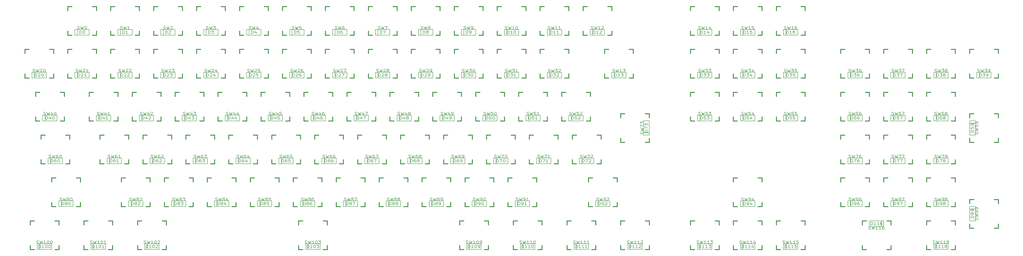
<source format=gbr>
G04 #@! TF.FileFunction,Legend,Top*
%FSLAX46Y46*%
G04 Gerber Fmt 4.6, Leading zero omitted, Abs format (unit mm)*
G04 Created by KiCad (PCBNEW 4.0.4-stable) date Wed Dec 14 22:22:49 2016*
%MOMM*%
%LPD*%
G01*
G04 APERTURE LIST*
%ADD10C,0.100000*%
%ADD11C,0.381000*%
%ADD12C,0.200000*%
%ADD13C,0.203200*%
G04 APERTURE END LIST*
D10*
D11*
X507436000Y-182072000D02*
X509214000Y-182072000D01*
X518358000Y-182072000D02*
X520136000Y-182072000D01*
X520136000Y-182072000D02*
X520136000Y-183850000D01*
X520136000Y-192994000D02*
X520136000Y-194772000D01*
X520136000Y-194772000D02*
X518358000Y-194772000D01*
X509214000Y-194772000D02*
X507436000Y-194772000D01*
X507436000Y-194772000D02*
X507436000Y-192994000D01*
X507436000Y-183850000D02*
X507436000Y-182072000D01*
X488436000Y-182072000D02*
X490214000Y-182072000D01*
X499358000Y-182072000D02*
X501136000Y-182072000D01*
X501136000Y-182072000D02*
X501136000Y-183850000D01*
X501136000Y-192994000D02*
X501136000Y-194772000D01*
X501136000Y-194772000D02*
X499358000Y-194772000D01*
X490214000Y-194772000D02*
X488436000Y-194772000D01*
X488436000Y-194772000D02*
X488436000Y-192994000D01*
X488436000Y-183850000D02*
X488436000Y-182072000D01*
X469436000Y-182072000D02*
X471214000Y-182072000D01*
X480358000Y-182072000D02*
X482136000Y-182072000D01*
X482136000Y-182072000D02*
X482136000Y-183850000D01*
X482136000Y-192994000D02*
X482136000Y-194772000D01*
X482136000Y-194772000D02*
X480358000Y-194772000D01*
X471214000Y-194772000D02*
X469436000Y-194772000D01*
X469436000Y-194772000D02*
X469436000Y-192994000D01*
X469436000Y-183850000D02*
X469436000Y-182072000D01*
X450436000Y-182072000D02*
X452214000Y-182072000D01*
X461358000Y-182072000D02*
X463136000Y-182072000D01*
X463136000Y-182072000D02*
X463136000Y-183850000D01*
X463136000Y-192994000D02*
X463136000Y-194772000D01*
X463136000Y-194772000D02*
X461358000Y-194772000D01*
X452214000Y-194772000D02*
X450436000Y-194772000D01*
X450436000Y-194772000D02*
X450436000Y-192994000D01*
X450436000Y-183850000D02*
X450436000Y-182072000D01*
X488436000Y-201072000D02*
X490214000Y-201072000D01*
X499358000Y-201072000D02*
X501136000Y-201072000D01*
X501136000Y-201072000D02*
X501136000Y-202850000D01*
X501136000Y-211994000D02*
X501136000Y-213772000D01*
X501136000Y-213772000D02*
X499358000Y-213772000D01*
X490214000Y-213772000D02*
X488436000Y-213772000D01*
X488436000Y-213772000D02*
X488436000Y-211994000D01*
X488436000Y-202850000D02*
X488436000Y-201072000D01*
X469436000Y-201072000D02*
X471214000Y-201072000D01*
X480358000Y-201072000D02*
X482136000Y-201072000D01*
X482136000Y-201072000D02*
X482136000Y-202850000D01*
X482136000Y-211994000D02*
X482136000Y-213772000D01*
X482136000Y-213772000D02*
X480358000Y-213772000D01*
X471214000Y-213772000D02*
X469436000Y-213772000D01*
X469436000Y-213772000D02*
X469436000Y-211994000D01*
X469436000Y-202850000D02*
X469436000Y-201072000D01*
X450436000Y-201072000D02*
X452214000Y-201072000D01*
X461358000Y-201072000D02*
X463136000Y-201072000D01*
X463136000Y-201072000D02*
X463136000Y-202850000D01*
X463136000Y-211994000D02*
X463136000Y-213772000D01*
X463136000Y-213772000D02*
X461358000Y-213772000D01*
X452214000Y-213772000D02*
X450436000Y-213772000D01*
X450436000Y-213772000D02*
X450436000Y-211994000D01*
X450436000Y-202850000D02*
X450436000Y-201072000D01*
X488436000Y-220072000D02*
X490214000Y-220072000D01*
X499358000Y-220072000D02*
X501136000Y-220072000D01*
X501136000Y-220072000D02*
X501136000Y-221850000D01*
X501136000Y-230994000D02*
X501136000Y-232772000D01*
X501136000Y-232772000D02*
X499358000Y-232772000D01*
X490214000Y-232772000D02*
X488436000Y-232772000D01*
X488436000Y-232772000D02*
X488436000Y-230994000D01*
X488436000Y-221850000D02*
X488436000Y-220072000D01*
X469436000Y-220072000D02*
X471214000Y-220072000D01*
X480358000Y-220072000D02*
X482136000Y-220072000D01*
X482136000Y-220072000D02*
X482136000Y-221850000D01*
X482136000Y-230994000D02*
X482136000Y-232772000D01*
X482136000Y-232772000D02*
X480358000Y-232772000D01*
X471214000Y-232772000D02*
X469436000Y-232772000D01*
X469436000Y-232772000D02*
X469436000Y-230994000D01*
X469436000Y-221850000D02*
X469436000Y-220072000D01*
X450436000Y-220072000D02*
X452214000Y-220072000D01*
X461358000Y-220072000D02*
X463136000Y-220072000D01*
X463136000Y-220072000D02*
X463136000Y-221850000D01*
X463136000Y-230994000D02*
X463136000Y-232772000D01*
X463136000Y-232772000D02*
X461358000Y-232772000D01*
X452214000Y-232772000D02*
X450436000Y-232772000D01*
X450436000Y-232772000D02*
X450436000Y-230994000D01*
X450436000Y-221850000D02*
X450436000Y-220072000D01*
X488436000Y-239072000D02*
X490214000Y-239072000D01*
X499358000Y-239072000D02*
X501136000Y-239072000D01*
X501136000Y-239072000D02*
X501136000Y-240850000D01*
X501136000Y-249994000D02*
X501136000Y-251772000D01*
X501136000Y-251772000D02*
X499358000Y-251772000D01*
X490214000Y-251772000D02*
X488436000Y-251772000D01*
X488436000Y-251772000D02*
X488436000Y-249994000D01*
X488436000Y-240850000D02*
X488436000Y-239072000D01*
X469436000Y-239072000D02*
X471214000Y-239072000D01*
X480358000Y-239072000D02*
X482136000Y-239072000D01*
X482136000Y-239072000D02*
X482136000Y-240850000D01*
X482136000Y-249994000D02*
X482136000Y-251772000D01*
X482136000Y-251772000D02*
X480358000Y-251772000D01*
X471214000Y-251772000D02*
X469436000Y-251772000D01*
X469436000Y-251772000D02*
X469436000Y-249994000D01*
X469436000Y-240850000D02*
X469436000Y-239072000D01*
X450436000Y-239072000D02*
X452214000Y-239072000D01*
X461358000Y-239072000D02*
X463136000Y-239072000D01*
X463136000Y-239072000D02*
X463136000Y-240850000D01*
X463136000Y-249994000D02*
X463136000Y-251772000D01*
X463136000Y-251772000D02*
X461358000Y-251772000D01*
X452214000Y-251772000D02*
X450436000Y-251772000D01*
X450436000Y-251772000D02*
X450436000Y-249994000D01*
X450436000Y-240850000D02*
X450436000Y-239072000D01*
X488436000Y-258072000D02*
X490214000Y-258072000D01*
X499358000Y-258072000D02*
X501136000Y-258072000D01*
X501136000Y-258072000D02*
X501136000Y-259850000D01*
X501136000Y-268994000D02*
X501136000Y-270772000D01*
X501136000Y-270772000D02*
X499358000Y-270772000D01*
X490214000Y-270772000D02*
X488436000Y-270772000D01*
X488436000Y-270772000D02*
X488436000Y-268994000D01*
X488436000Y-259850000D02*
X488436000Y-258072000D01*
X421936000Y-163072000D02*
X423714000Y-163072000D01*
X432858000Y-163072000D02*
X434636000Y-163072000D01*
X434636000Y-163072000D02*
X434636000Y-164850000D01*
X434636000Y-173994000D02*
X434636000Y-175772000D01*
X434636000Y-175772000D02*
X432858000Y-175772000D01*
X423714000Y-175772000D02*
X421936000Y-175772000D01*
X421936000Y-175772000D02*
X421936000Y-173994000D01*
X421936000Y-164850000D02*
X421936000Y-163072000D01*
X402936000Y-163072000D02*
X404714000Y-163072000D01*
X413858000Y-163072000D02*
X415636000Y-163072000D01*
X415636000Y-163072000D02*
X415636000Y-164850000D01*
X415636000Y-173994000D02*
X415636000Y-175772000D01*
X415636000Y-175772000D02*
X413858000Y-175772000D01*
X404714000Y-175772000D02*
X402936000Y-175772000D01*
X402936000Y-175772000D02*
X402936000Y-173994000D01*
X402936000Y-164850000D02*
X402936000Y-163072000D01*
X383936000Y-163072000D02*
X385714000Y-163072000D01*
X394858000Y-163072000D02*
X396636000Y-163072000D01*
X396636000Y-163072000D02*
X396636000Y-164850000D01*
X396636000Y-173994000D02*
X396636000Y-175772000D01*
X396636000Y-175772000D02*
X394858000Y-175772000D01*
X385714000Y-175772000D02*
X383936000Y-175772000D01*
X383936000Y-175772000D02*
X383936000Y-173994000D01*
X383936000Y-164850000D02*
X383936000Y-163072000D01*
X383936000Y-201072000D02*
X385714000Y-201072000D01*
X394858000Y-201072000D02*
X396636000Y-201072000D01*
X396636000Y-201072000D02*
X396636000Y-202850000D01*
X396636000Y-211994000D02*
X396636000Y-213772000D01*
X396636000Y-213772000D02*
X394858000Y-213772000D01*
X385714000Y-213772000D02*
X383936000Y-213772000D01*
X383936000Y-213772000D02*
X383936000Y-211994000D01*
X383936000Y-202850000D02*
X383936000Y-201072000D01*
X402936000Y-201072000D02*
X404714000Y-201072000D01*
X413858000Y-201072000D02*
X415636000Y-201072000D01*
X415636000Y-201072000D02*
X415636000Y-202850000D01*
X415636000Y-211994000D02*
X415636000Y-213772000D01*
X415636000Y-213772000D02*
X413858000Y-213772000D01*
X404714000Y-213772000D02*
X402936000Y-213772000D01*
X402936000Y-213772000D02*
X402936000Y-211994000D01*
X402936000Y-202850000D02*
X402936000Y-201072000D01*
X421936000Y-201072000D02*
X423714000Y-201072000D01*
X432858000Y-201072000D02*
X434636000Y-201072000D01*
X434636000Y-201072000D02*
X434636000Y-202850000D01*
X434636000Y-211994000D02*
X434636000Y-213772000D01*
X434636000Y-213772000D02*
X432858000Y-213772000D01*
X423714000Y-213772000D02*
X421936000Y-213772000D01*
X421936000Y-213772000D02*
X421936000Y-211994000D01*
X421936000Y-202850000D02*
X421936000Y-201072000D01*
X421936000Y-182072000D02*
X423714000Y-182072000D01*
X432858000Y-182072000D02*
X434636000Y-182072000D01*
X434636000Y-182072000D02*
X434636000Y-183850000D01*
X434636000Y-192994000D02*
X434636000Y-194772000D01*
X434636000Y-194772000D02*
X432858000Y-194772000D01*
X423714000Y-194772000D02*
X421936000Y-194772000D01*
X421936000Y-194772000D02*
X421936000Y-192994000D01*
X421936000Y-183850000D02*
X421936000Y-182072000D01*
X402936000Y-182072000D02*
X404714000Y-182072000D01*
X413858000Y-182072000D02*
X415636000Y-182072000D01*
X415636000Y-182072000D02*
X415636000Y-183850000D01*
X415636000Y-192994000D02*
X415636000Y-194772000D01*
X415636000Y-194772000D02*
X413858000Y-194772000D01*
X404714000Y-194772000D02*
X402936000Y-194772000D01*
X402936000Y-194772000D02*
X402936000Y-192994000D01*
X402936000Y-183850000D02*
X402936000Y-182072000D01*
X336436000Y-163072000D02*
X338214000Y-163072000D01*
X347358000Y-163072000D02*
X349136000Y-163072000D01*
X349136000Y-163072000D02*
X349136000Y-164850000D01*
X349136000Y-173994000D02*
X349136000Y-175772000D01*
X349136000Y-175772000D02*
X347358000Y-175772000D01*
X338214000Y-175772000D02*
X336436000Y-175772000D01*
X336436000Y-175772000D02*
X336436000Y-173994000D01*
X336436000Y-164850000D02*
X336436000Y-163072000D01*
X317436000Y-163072000D02*
X319214000Y-163072000D01*
X328358000Y-163072000D02*
X330136000Y-163072000D01*
X330136000Y-163072000D02*
X330136000Y-164850000D01*
X330136000Y-173994000D02*
X330136000Y-175772000D01*
X330136000Y-175772000D02*
X328358000Y-175772000D01*
X319214000Y-175772000D02*
X317436000Y-175772000D01*
X317436000Y-175772000D02*
X317436000Y-173994000D01*
X317436000Y-164850000D02*
X317436000Y-163072000D01*
X298436000Y-163072000D02*
X300214000Y-163072000D01*
X309358000Y-163072000D02*
X311136000Y-163072000D01*
X311136000Y-163072000D02*
X311136000Y-164850000D01*
X311136000Y-173994000D02*
X311136000Y-175772000D01*
X311136000Y-175772000D02*
X309358000Y-175772000D01*
X300214000Y-175772000D02*
X298436000Y-175772000D01*
X298436000Y-175772000D02*
X298436000Y-173994000D01*
X298436000Y-164850000D02*
X298436000Y-163072000D01*
X279436000Y-163072000D02*
X281214000Y-163072000D01*
X290358000Y-163072000D02*
X292136000Y-163072000D01*
X292136000Y-163072000D02*
X292136000Y-164850000D01*
X292136000Y-173994000D02*
X292136000Y-175772000D01*
X292136000Y-175772000D02*
X290358000Y-175772000D01*
X281214000Y-175772000D02*
X279436000Y-175772000D01*
X279436000Y-175772000D02*
X279436000Y-173994000D01*
X279436000Y-164850000D02*
X279436000Y-163072000D01*
X260436000Y-163072000D02*
X262214000Y-163072000D01*
X271358000Y-163072000D02*
X273136000Y-163072000D01*
X273136000Y-163072000D02*
X273136000Y-164850000D01*
X273136000Y-173994000D02*
X273136000Y-175772000D01*
X273136000Y-175772000D02*
X271358000Y-175772000D01*
X262214000Y-175772000D02*
X260436000Y-175772000D01*
X260436000Y-175772000D02*
X260436000Y-173994000D01*
X260436000Y-164850000D02*
X260436000Y-163072000D01*
X241436000Y-163072000D02*
X243214000Y-163072000D01*
X252358000Y-163072000D02*
X254136000Y-163072000D01*
X254136000Y-163072000D02*
X254136000Y-164850000D01*
X254136000Y-173994000D02*
X254136000Y-175772000D01*
X254136000Y-175772000D02*
X252358000Y-175772000D01*
X243214000Y-175772000D02*
X241436000Y-175772000D01*
X241436000Y-175772000D02*
X241436000Y-173994000D01*
X241436000Y-164850000D02*
X241436000Y-163072000D01*
X222436000Y-163072000D02*
X224214000Y-163072000D01*
X233358000Y-163072000D02*
X235136000Y-163072000D01*
X235136000Y-163072000D02*
X235136000Y-164850000D01*
X235136000Y-173994000D02*
X235136000Y-175772000D01*
X235136000Y-175772000D02*
X233358000Y-175772000D01*
X224214000Y-175772000D02*
X222436000Y-175772000D01*
X222436000Y-175772000D02*
X222436000Y-173994000D01*
X222436000Y-164850000D02*
X222436000Y-163072000D01*
X203436000Y-163072000D02*
X205214000Y-163072000D01*
X214358000Y-163072000D02*
X216136000Y-163072000D01*
X216136000Y-163072000D02*
X216136000Y-164850000D01*
X216136000Y-173994000D02*
X216136000Y-175772000D01*
X216136000Y-175772000D02*
X214358000Y-175772000D01*
X205214000Y-175772000D02*
X203436000Y-175772000D01*
X203436000Y-175772000D02*
X203436000Y-173994000D01*
X203436000Y-164850000D02*
X203436000Y-163072000D01*
X184436000Y-163072000D02*
X186214000Y-163072000D01*
X195358000Y-163072000D02*
X197136000Y-163072000D01*
X197136000Y-163072000D02*
X197136000Y-164850000D01*
X197136000Y-173994000D02*
X197136000Y-175772000D01*
X197136000Y-175772000D02*
X195358000Y-175772000D01*
X186214000Y-175772000D02*
X184436000Y-175772000D01*
X184436000Y-175772000D02*
X184436000Y-173994000D01*
X184436000Y-164850000D02*
X184436000Y-163072000D01*
X165436000Y-163072000D02*
X167214000Y-163072000D01*
X176358000Y-163072000D02*
X178136000Y-163072000D01*
X178136000Y-163072000D02*
X178136000Y-164850000D01*
X178136000Y-173994000D02*
X178136000Y-175772000D01*
X178136000Y-175772000D02*
X176358000Y-175772000D01*
X167214000Y-175772000D02*
X165436000Y-175772000D01*
X165436000Y-175772000D02*
X165436000Y-173994000D01*
X165436000Y-164850000D02*
X165436000Y-163072000D01*
X146436000Y-163072000D02*
X148214000Y-163072000D01*
X157358000Y-163072000D02*
X159136000Y-163072000D01*
X159136000Y-163072000D02*
X159136000Y-164850000D01*
X159136000Y-173994000D02*
X159136000Y-175772000D01*
X159136000Y-175772000D02*
X157358000Y-175772000D01*
X148214000Y-175772000D02*
X146436000Y-175772000D01*
X146436000Y-175772000D02*
X146436000Y-173994000D01*
X146436000Y-164850000D02*
X146436000Y-163072000D01*
X127436000Y-163072000D02*
X129214000Y-163072000D01*
X138358000Y-163072000D02*
X140136000Y-163072000D01*
X140136000Y-163072000D02*
X140136000Y-164850000D01*
X140136000Y-173994000D02*
X140136000Y-175772000D01*
X140136000Y-175772000D02*
X138358000Y-175772000D01*
X129214000Y-175772000D02*
X127436000Y-175772000D01*
X127436000Y-175772000D02*
X127436000Y-173994000D01*
X127436000Y-164850000D02*
X127436000Y-163072000D01*
X91811000Y-258072000D02*
X93589000Y-258072000D01*
X102733000Y-258072000D02*
X104511000Y-258072000D01*
X104511000Y-258072000D02*
X104511000Y-259850000D01*
X104511000Y-268994000D02*
X104511000Y-270772000D01*
X104511000Y-270772000D02*
X102733000Y-270772000D01*
X93589000Y-270772000D02*
X91811000Y-270772000D01*
X91811000Y-270772000D02*
X91811000Y-268994000D01*
X91811000Y-259850000D02*
X91811000Y-258072000D01*
X353061000Y-258072000D02*
X354839000Y-258072000D01*
X363983000Y-258072000D02*
X365761000Y-258072000D01*
X365761000Y-258072000D02*
X365761000Y-259850000D01*
X365761000Y-268994000D02*
X365761000Y-270772000D01*
X365761000Y-270772000D02*
X363983000Y-270772000D01*
X354839000Y-270772000D02*
X353061000Y-270772000D01*
X353061000Y-270772000D02*
X353061000Y-268994000D01*
X353061000Y-259850000D02*
X353061000Y-258072000D01*
X329311000Y-258072000D02*
X331089000Y-258072000D01*
X340233000Y-258072000D02*
X342011000Y-258072000D01*
X342011000Y-258072000D02*
X342011000Y-259850000D01*
X342011000Y-268994000D02*
X342011000Y-270772000D01*
X342011000Y-270772000D02*
X340233000Y-270772000D01*
X331089000Y-270772000D02*
X329311000Y-270772000D01*
X329311000Y-270772000D02*
X329311000Y-268994000D01*
X329311000Y-259850000D02*
X329311000Y-258072000D01*
X305561000Y-258072000D02*
X307339000Y-258072000D01*
X316483000Y-258072000D02*
X318261000Y-258072000D01*
X318261000Y-258072000D02*
X318261000Y-259850000D01*
X318261000Y-268994000D02*
X318261000Y-270772000D01*
X318261000Y-270772000D02*
X316483000Y-270772000D01*
X307339000Y-270772000D02*
X305561000Y-270772000D01*
X305561000Y-270772000D02*
X305561000Y-268994000D01*
X305561000Y-259850000D02*
X305561000Y-258072000D01*
X281811000Y-258072000D02*
X283589000Y-258072000D01*
X292733000Y-258072000D02*
X294511000Y-258072000D01*
X294511000Y-258072000D02*
X294511000Y-259850000D01*
X294511000Y-268994000D02*
X294511000Y-270772000D01*
X294511000Y-270772000D02*
X292733000Y-270772000D01*
X283589000Y-270772000D02*
X281811000Y-270772000D01*
X281811000Y-270772000D02*
X281811000Y-268994000D01*
X281811000Y-259850000D02*
X281811000Y-258072000D01*
X139311000Y-258072000D02*
X141089000Y-258072000D01*
X150233000Y-258072000D02*
X152011000Y-258072000D01*
X152011000Y-258072000D02*
X152011000Y-259850000D01*
X152011000Y-268994000D02*
X152011000Y-270772000D01*
X152011000Y-270772000D02*
X150233000Y-270772000D01*
X141089000Y-270772000D02*
X139311000Y-270772000D01*
X139311000Y-270772000D02*
X139311000Y-268994000D01*
X139311000Y-259850000D02*
X139311000Y-258072000D01*
X115561000Y-258072000D02*
X117339000Y-258072000D01*
X126483000Y-258072000D02*
X128261000Y-258072000D01*
X128261000Y-258072000D02*
X128261000Y-259850000D01*
X128261000Y-268994000D02*
X128261000Y-270772000D01*
X128261000Y-270772000D02*
X126483000Y-270772000D01*
X117339000Y-270772000D02*
X115561000Y-270772000D01*
X115561000Y-270772000D02*
X115561000Y-268994000D01*
X115561000Y-259850000D02*
X115561000Y-258072000D01*
X303186000Y-239072000D02*
X304964000Y-239072000D01*
X314108000Y-239072000D02*
X315886000Y-239072000D01*
X315886000Y-239072000D02*
X315886000Y-240850000D01*
X315886000Y-249994000D02*
X315886000Y-251772000D01*
X315886000Y-251772000D02*
X314108000Y-251772000D01*
X304964000Y-251772000D02*
X303186000Y-251772000D01*
X303186000Y-251772000D02*
X303186000Y-249994000D01*
X303186000Y-240850000D02*
X303186000Y-239072000D01*
X284186000Y-239072000D02*
X285964000Y-239072000D01*
X295108000Y-239072000D02*
X296886000Y-239072000D01*
X296886000Y-239072000D02*
X296886000Y-240850000D01*
X296886000Y-249994000D02*
X296886000Y-251772000D01*
X296886000Y-251772000D02*
X295108000Y-251772000D01*
X285964000Y-251772000D02*
X284186000Y-251772000D01*
X284186000Y-251772000D02*
X284186000Y-249994000D01*
X284186000Y-240850000D02*
X284186000Y-239072000D01*
X265186000Y-239072000D02*
X266964000Y-239072000D01*
X276108000Y-239072000D02*
X277886000Y-239072000D01*
X277886000Y-239072000D02*
X277886000Y-240850000D01*
X277886000Y-249994000D02*
X277886000Y-251772000D01*
X277886000Y-251772000D02*
X276108000Y-251772000D01*
X266964000Y-251772000D02*
X265186000Y-251772000D01*
X265186000Y-251772000D02*
X265186000Y-249994000D01*
X265186000Y-240850000D02*
X265186000Y-239072000D01*
X246186000Y-239072000D02*
X247964000Y-239072000D01*
X257108000Y-239072000D02*
X258886000Y-239072000D01*
X258886000Y-239072000D02*
X258886000Y-240850000D01*
X258886000Y-249994000D02*
X258886000Y-251772000D01*
X258886000Y-251772000D02*
X257108000Y-251772000D01*
X247964000Y-251772000D02*
X246186000Y-251772000D01*
X246186000Y-251772000D02*
X246186000Y-249994000D01*
X246186000Y-240850000D02*
X246186000Y-239072000D01*
X227186000Y-239072000D02*
X228964000Y-239072000D01*
X238108000Y-239072000D02*
X239886000Y-239072000D01*
X239886000Y-239072000D02*
X239886000Y-240850000D01*
X239886000Y-249994000D02*
X239886000Y-251772000D01*
X239886000Y-251772000D02*
X238108000Y-251772000D01*
X228964000Y-251772000D02*
X227186000Y-251772000D01*
X227186000Y-251772000D02*
X227186000Y-249994000D01*
X227186000Y-240850000D02*
X227186000Y-239072000D01*
X208186000Y-239072000D02*
X209964000Y-239072000D01*
X219108000Y-239072000D02*
X220886000Y-239072000D01*
X220886000Y-239072000D02*
X220886000Y-240850000D01*
X220886000Y-249994000D02*
X220886000Y-251772000D01*
X220886000Y-251772000D02*
X219108000Y-251772000D01*
X209964000Y-251772000D02*
X208186000Y-251772000D01*
X208186000Y-251772000D02*
X208186000Y-249994000D01*
X208186000Y-240850000D02*
X208186000Y-239072000D01*
X189186000Y-239072000D02*
X190964000Y-239072000D01*
X200108000Y-239072000D02*
X201886000Y-239072000D01*
X201886000Y-239072000D02*
X201886000Y-240850000D01*
X201886000Y-249994000D02*
X201886000Y-251772000D01*
X201886000Y-251772000D02*
X200108000Y-251772000D01*
X190964000Y-251772000D02*
X189186000Y-251772000D01*
X189186000Y-251772000D02*
X189186000Y-249994000D01*
X189186000Y-240850000D02*
X189186000Y-239072000D01*
X170186000Y-239072000D02*
X171964000Y-239072000D01*
X181108000Y-239072000D02*
X182886000Y-239072000D01*
X182886000Y-239072000D02*
X182886000Y-240850000D01*
X182886000Y-249994000D02*
X182886000Y-251772000D01*
X182886000Y-251772000D02*
X181108000Y-251772000D01*
X171964000Y-251772000D02*
X170186000Y-251772000D01*
X170186000Y-251772000D02*
X170186000Y-249994000D01*
X170186000Y-240850000D02*
X170186000Y-239072000D01*
X151186000Y-239072000D02*
X152964000Y-239072000D01*
X162108000Y-239072000D02*
X163886000Y-239072000D01*
X163886000Y-239072000D02*
X163886000Y-240850000D01*
X163886000Y-249994000D02*
X163886000Y-251772000D01*
X163886000Y-251772000D02*
X162108000Y-251772000D01*
X152964000Y-251772000D02*
X151186000Y-251772000D01*
X151186000Y-251772000D02*
X151186000Y-249994000D01*
X151186000Y-240850000D02*
X151186000Y-239072000D01*
X132186000Y-239072000D02*
X133964000Y-239072000D01*
X143108000Y-239072000D02*
X144886000Y-239072000D01*
X144886000Y-239072000D02*
X144886000Y-240850000D01*
X144886000Y-249994000D02*
X144886000Y-251772000D01*
X144886000Y-251772000D02*
X143108000Y-251772000D01*
X133964000Y-251772000D02*
X132186000Y-251772000D01*
X132186000Y-251772000D02*
X132186000Y-249994000D01*
X132186000Y-240850000D02*
X132186000Y-239072000D01*
X331686000Y-220072000D02*
X333464000Y-220072000D01*
X342608000Y-220072000D02*
X344386000Y-220072000D01*
X344386000Y-220072000D02*
X344386000Y-221850000D01*
X344386000Y-230994000D02*
X344386000Y-232772000D01*
X344386000Y-232772000D02*
X342608000Y-232772000D01*
X333464000Y-232772000D02*
X331686000Y-232772000D01*
X331686000Y-232772000D02*
X331686000Y-230994000D01*
X331686000Y-221850000D02*
X331686000Y-220072000D01*
X312686000Y-220072000D02*
X314464000Y-220072000D01*
X323608000Y-220072000D02*
X325386000Y-220072000D01*
X325386000Y-220072000D02*
X325386000Y-221850000D01*
X325386000Y-230994000D02*
X325386000Y-232772000D01*
X325386000Y-232772000D02*
X323608000Y-232772000D01*
X314464000Y-232772000D02*
X312686000Y-232772000D01*
X312686000Y-232772000D02*
X312686000Y-230994000D01*
X312686000Y-221850000D02*
X312686000Y-220072000D01*
X293686000Y-220072000D02*
X295464000Y-220072000D01*
X304608000Y-220072000D02*
X306386000Y-220072000D01*
X306386000Y-220072000D02*
X306386000Y-221850000D01*
X306386000Y-230994000D02*
X306386000Y-232772000D01*
X306386000Y-232772000D02*
X304608000Y-232772000D01*
X295464000Y-232772000D02*
X293686000Y-232772000D01*
X293686000Y-232772000D02*
X293686000Y-230994000D01*
X293686000Y-221850000D02*
X293686000Y-220072000D01*
X274686000Y-220072000D02*
X276464000Y-220072000D01*
X285608000Y-220072000D02*
X287386000Y-220072000D01*
X287386000Y-220072000D02*
X287386000Y-221850000D01*
X287386000Y-230994000D02*
X287386000Y-232772000D01*
X287386000Y-232772000D02*
X285608000Y-232772000D01*
X276464000Y-232772000D02*
X274686000Y-232772000D01*
X274686000Y-232772000D02*
X274686000Y-230994000D01*
X274686000Y-221850000D02*
X274686000Y-220072000D01*
X255686000Y-220072000D02*
X257464000Y-220072000D01*
X266608000Y-220072000D02*
X268386000Y-220072000D01*
X268386000Y-220072000D02*
X268386000Y-221850000D01*
X268386000Y-230994000D02*
X268386000Y-232772000D01*
X268386000Y-232772000D02*
X266608000Y-232772000D01*
X257464000Y-232772000D02*
X255686000Y-232772000D01*
X255686000Y-232772000D02*
X255686000Y-230994000D01*
X255686000Y-221850000D02*
X255686000Y-220072000D01*
X236686000Y-220072000D02*
X238464000Y-220072000D01*
X247608000Y-220072000D02*
X249386000Y-220072000D01*
X249386000Y-220072000D02*
X249386000Y-221850000D01*
X249386000Y-230994000D02*
X249386000Y-232772000D01*
X249386000Y-232772000D02*
X247608000Y-232772000D01*
X238464000Y-232772000D02*
X236686000Y-232772000D01*
X236686000Y-232772000D02*
X236686000Y-230994000D01*
X236686000Y-221850000D02*
X236686000Y-220072000D01*
X217686000Y-220072000D02*
X219464000Y-220072000D01*
X228608000Y-220072000D02*
X230386000Y-220072000D01*
X230386000Y-220072000D02*
X230386000Y-221850000D01*
X230386000Y-230994000D02*
X230386000Y-232772000D01*
X230386000Y-232772000D02*
X228608000Y-232772000D01*
X219464000Y-232772000D02*
X217686000Y-232772000D01*
X217686000Y-232772000D02*
X217686000Y-230994000D01*
X217686000Y-221850000D02*
X217686000Y-220072000D01*
X198686000Y-220072000D02*
X200464000Y-220072000D01*
X209608000Y-220072000D02*
X211386000Y-220072000D01*
X211386000Y-220072000D02*
X211386000Y-221850000D01*
X211386000Y-230994000D02*
X211386000Y-232772000D01*
X211386000Y-232772000D02*
X209608000Y-232772000D01*
X200464000Y-232772000D02*
X198686000Y-232772000D01*
X198686000Y-232772000D02*
X198686000Y-230994000D01*
X198686000Y-221850000D02*
X198686000Y-220072000D01*
X179686000Y-220072000D02*
X181464000Y-220072000D01*
X190608000Y-220072000D02*
X192386000Y-220072000D01*
X192386000Y-220072000D02*
X192386000Y-221850000D01*
X192386000Y-230994000D02*
X192386000Y-232772000D01*
X192386000Y-232772000D02*
X190608000Y-232772000D01*
X181464000Y-232772000D02*
X179686000Y-232772000D01*
X179686000Y-232772000D02*
X179686000Y-230994000D01*
X179686000Y-221850000D02*
X179686000Y-220072000D01*
X160686000Y-220072000D02*
X162464000Y-220072000D01*
X171608000Y-220072000D02*
X173386000Y-220072000D01*
X173386000Y-220072000D02*
X173386000Y-221850000D01*
X173386000Y-230994000D02*
X173386000Y-232772000D01*
X173386000Y-232772000D02*
X171608000Y-232772000D01*
X162464000Y-232772000D02*
X160686000Y-232772000D01*
X160686000Y-232772000D02*
X160686000Y-230994000D01*
X160686000Y-221850000D02*
X160686000Y-220072000D01*
X141686000Y-220072000D02*
X143464000Y-220072000D01*
X152608000Y-220072000D02*
X154386000Y-220072000D01*
X154386000Y-220072000D02*
X154386000Y-221850000D01*
X154386000Y-230994000D02*
X154386000Y-232772000D01*
X154386000Y-232772000D02*
X152608000Y-232772000D01*
X143464000Y-232772000D02*
X141686000Y-232772000D01*
X141686000Y-232772000D02*
X141686000Y-230994000D01*
X141686000Y-221850000D02*
X141686000Y-220072000D01*
X122686000Y-220072000D02*
X124464000Y-220072000D01*
X133608000Y-220072000D02*
X135386000Y-220072000D01*
X135386000Y-220072000D02*
X135386000Y-221850000D01*
X135386000Y-230994000D02*
X135386000Y-232772000D01*
X135386000Y-232772000D02*
X133608000Y-232772000D01*
X124464000Y-232772000D02*
X122686000Y-232772000D01*
X122686000Y-232772000D02*
X122686000Y-230994000D01*
X122686000Y-221850000D02*
X122686000Y-220072000D01*
X326936000Y-201072000D02*
X328714000Y-201072000D01*
X337858000Y-201072000D02*
X339636000Y-201072000D01*
X339636000Y-201072000D02*
X339636000Y-202850000D01*
X339636000Y-211994000D02*
X339636000Y-213772000D01*
X339636000Y-213772000D02*
X337858000Y-213772000D01*
X328714000Y-213772000D02*
X326936000Y-213772000D01*
X326936000Y-213772000D02*
X326936000Y-211994000D01*
X326936000Y-202850000D02*
X326936000Y-201072000D01*
X288936000Y-201072000D02*
X290714000Y-201072000D01*
X299858000Y-201072000D02*
X301636000Y-201072000D01*
X301636000Y-201072000D02*
X301636000Y-202850000D01*
X301636000Y-211994000D02*
X301636000Y-213772000D01*
X301636000Y-213772000D02*
X299858000Y-213772000D01*
X290714000Y-213772000D02*
X288936000Y-213772000D01*
X288936000Y-213772000D02*
X288936000Y-211994000D01*
X288936000Y-202850000D02*
X288936000Y-201072000D01*
X307936000Y-201072000D02*
X309714000Y-201072000D01*
X318858000Y-201072000D02*
X320636000Y-201072000D01*
X320636000Y-201072000D02*
X320636000Y-202850000D01*
X320636000Y-211994000D02*
X320636000Y-213772000D01*
X320636000Y-213772000D02*
X318858000Y-213772000D01*
X309714000Y-213772000D02*
X307936000Y-213772000D01*
X307936000Y-213772000D02*
X307936000Y-211994000D01*
X307936000Y-202850000D02*
X307936000Y-201072000D01*
X269936000Y-201072000D02*
X271714000Y-201072000D01*
X280858000Y-201072000D02*
X282636000Y-201072000D01*
X282636000Y-201072000D02*
X282636000Y-202850000D01*
X282636000Y-211994000D02*
X282636000Y-213772000D01*
X282636000Y-213772000D02*
X280858000Y-213772000D01*
X271714000Y-213772000D02*
X269936000Y-213772000D01*
X269936000Y-213772000D02*
X269936000Y-211994000D01*
X269936000Y-202850000D02*
X269936000Y-201072000D01*
X250936000Y-201072000D02*
X252714000Y-201072000D01*
X261858000Y-201072000D02*
X263636000Y-201072000D01*
X263636000Y-201072000D02*
X263636000Y-202850000D01*
X263636000Y-211994000D02*
X263636000Y-213772000D01*
X263636000Y-213772000D02*
X261858000Y-213772000D01*
X252714000Y-213772000D02*
X250936000Y-213772000D01*
X250936000Y-213772000D02*
X250936000Y-211994000D01*
X250936000Y-202850000D02*
X250936000Y-201072000D01*
X231936000Y-201072000D02*
X233714000Y-201072000D01*
X242858000Y-201072000D02*
X244636000Y-201072000D01*
X244636000Y-201072000D02*
X244636000Y-202850000D01*
X244636000Y-211994000D02*
X244636000Y-213772000D01*
X244636000Y-213772000D02*
X242858000Y-213772000D01*
X233714000Y-213772000D02*
X231936000Y-213772000D01*
X231936000Y-213772000D02*
X231936000Y-211994000D01*
X231936000Y-202850000D02*
X231936000Y-201072000D01*
X212936000Y-201072000D02*
X214714000Y-201072000D01*
X223858000Y-201072000D02*
X225636000Y-201072000D01*
X225636000Y-201072000D02*
X225636000Y-202850000D01*
X225636000Y-211994000D02*
X225636000Y-213772000D01*
X225636000Y-213772000D02*
X223858000Y-213772000D01*
X214714000Y-213772000D02*
X212936000Y-213772000D01*
X212936000Y-213772000D02*
X212936000Y-211994000D01*
X212936000Y-202850000D02*
X212936000Y-201072000D01*
X193936000Y-201072000D02*
X195714000Y-201072000D01*
X204858000Y-201072000D02*
X206636000Y-201072000D01*
X206636000Y-201072000D02*
X206636000Y-202850000D01*
X206636000Y-211994000D02*
X206636000Y-213772000D01*
X206636000Y-213772000D02*
X204858000Y-213772000D01*
X195714000Y-213772000D02*
X193936000Y-213772000D01*
X193936000Y-213772000D02*
X193936000Y-211994000D01*
X193936000Y-202850000D02*
X193936000Y-201072000D01*
X174936000Y-201072000D02*
X176714000Y-201072000D01*
X185858000Y-201072000D02*
X187636000Y-201072000D01*
X187636000Y-201072000D02*
X187636000Y-202850000D01*
X187636000Y-211994000D02*
X187636000Y-213772000D01*
X187636000Y-213772000D02*
X185858000Y-213772000D01*
X176714000Y-213772000D02*
X174936000Y-213772000D01*
X174936000Y-213772000D02*
X174936000Y-211994000D01*
X174936000Y-202850000D02*
X174936000Y-201072000D01*
X155936000Y-201072000D02*
X157714000Y-201072000D01*
X166858000Y-201072000D02*
X168636000Y-201072000D01*
X168636000Y-201072000D02*
X168636000Y-202850000D01*
X168636000Y-211994000D02*
X168636000Y-213772000D01*
X168636000Y-213772000D02*
X166858000Y-213772000D01*
X157714000Y-213772000D02*
X155936000Y-213772000D01*
X155936000Y-213772000D02*
X155936000Y-211994000D01*
X155936000Y-202850000D02*
X155936000Y-201072000D01*
X136936000Y-201072000D02*
X138714000Y-201072000D01*
X147858000Y-201072000D02*
X149636000Y-201072000D01*
X149636000Y-201072000D02*
X149636000Y-202850000D01*
X149636000Y-211994000D02*
X149636000Y-213772000D01*
X149636000Y-213772000D02*
X147858000Y-213772000D01*
X138714000Y-213772000D02*
X136936000Y-213772000D01*
X136936000Y-213772000D02*
X136936000Y-211994000D01*
X136936000Y-202850000D02*
X136936000Y-201072000D01*
X117936000Y-201072000D02*
X119714000Y-201072000D01*
X128858000Y-201072000D02*
X130636000Y-201072000D01*
X130636000Y-201072000D02*
X130636000Y-202850000D01*
X130636000Y-211994000D02*
X130636000Y-213772000D01*
X130636000Y-213772000D02*
X128858000Y-213772000D01*
X119714000Y-213772000D02*
X117936000Y-213772000D01*
X117936000Y-213772000D02*
X117936000Y-211994000D01*
X117936000Y-202850000D02*
X117936000Y-201072000D01*
X317436000Y-182072000D02*
X319214000Y-182072000D01*
X328358000Y-182072000D02*
X330136000Y-182072000D01*
X330136000Y-182072000D02*
X330136000Y-183850000D01*
X330136000Y-192994000D02*
X330136000Y-194772000D01*
X330136000Y-194772000D02*
X328358000Y-194772000D01*
X319214000Y-194772000D02*
X317436000Y-194772000D01*
X317436000Y-194772000D02*
X317436000Y-192994000D01*
X317436000Y-183850000D02*
X317436000Y-182072000D01*
X298436000Y-182072000D02*
X300214000Y-182072000D01*
X309358000Y-182072000D02*
X311136000Y-182072000D01*
X311136000Y-182072000D02*
X311136000Y-183850000D01*
X311136000Y-192994000D02*
X311136000Y-194772000D01*
X311136000Y-194772000D02*
X309358000Y-194772000D01*
X300214000Y-194772000D02*
X298436000Y-194772000D01*
X298436000Y-194772000D02*
X298436000Y-192994000D01*
X298436000Y-183850000D02*
X298436000Y-182072000D01*
X279436000Y-182072000D02*
X281214000Y-182072000D01*
X290358000Y-182072000D02*
X292136000Y-182072000D01*
X292136000Y-182072000D02*
X292136000Y-183850000D01*
X292136000Y-192994000D02*
X292136000Y-194772000D01*
X292136000Y-194772000D02*
X290358000Y-194772000D01*
X281214000Y-194772000D02*
X279436000Y-194772000D01*
X279436000Y-194772000D02*
X279436000Y-192994000D01*
X279436000Y-183850000D02*
X279436000Y-182072000D01*
X260436000Y-182072000D02*
X262214000Y-182072000D01*
X271358000Y-182072000D02*
X273136000Y-182072000D01*
X273136000Y-182072000D02*
X273136000Y-183850000D01*
X273136000Y-192994000D02*
X273136000Y-194772000D01*
X273136000Y-194772000D02*
X271358000Y-194772000D01*
X262214000Y-194772000D02*
X260436000Y-194772000D01*
X260436000Y-194772000D02*
X260436000Y-192994000D01*
X260436000Y-183850000D02*
X260436000Y-182072000D01*
X241436000Y-182072000D02*
X243214000Y-182072000D01*
X252358000Y-182072000D02*
X254136000Y-182072000D01*
X254136000Y-182072000D02*
X254136000Y-183850000D01*
X254136000Y-192994000D02*
X254136000Y-194772000D01*
X254136000Y-194772000D02*
X252358000Y-194772000D01*
X243214000Y-194772000D02*
X241436000Y-194772000D01*
X241436000Y-194772000D02*
X241436000Y-192994000D01*
X241436000Y-183850000D02*
X241436000Y-182072000D01*
X203436000Y-182072000D02*
X205214000Y-182072000D01*
X214358000Y-182072000D02*
X216136000Y-182072000D01*
X216136000Y-182072000D02*
X216136000Y-183850000D01*
X216136000Y-192994000D02*
X216136000Y-194772000D01*
X216136000Y-194772000D02*
X214358000Y-194772000D01*
X205214000Y-194772000D02*
X203436000Y-194772000D01*
X203436000Y-194772000D02*
X203436000Y-192994000D01*
X203436000Y-183850000D02*
X203436000Y-182072000D01*
X184436000Y-182072000D02*
X186214000Y-182072000D01*
X195358000Y-182072000D02*
X197136000Y-182072000D01*
X197136000Y-182072000D02*
X197136000Y-183850000D01*
X197136000Y-192994000D02*
X197136000Y-194772000D01*
X197136000Y-194772000D02*
X195358000Y-194772000D01*
X186214000Y-194772000D02*
X184436000Y-194772000D01*
X184436000Y-194772000D02*
X184436000Y-192994000D01*
X184436000Y-183850000D02*
X184436000Y-182072000D01*
X146436000Y-182072000D02*
X148214000Y-182072000D01*
X157358000Y-182072000D02*
X159136000Y-182072000D01*
X159136000Y-182072000D02*
X159136000Y-183850000D01*
X159136000Y-192994000D02*
X159136000Y-194772000D01*
X159136000Y-194772000D02*
X157358000Y-194772000D01*
X148214000Y-194772000D02*
X146436000Y-194772000D01*
X146436000Y-194772000D02*
X146436000Y-192994000D01*
X146436000Y-183850000D02*
X146436000Y-182072000D01*
X108436000Y-182072000D02*
X110214000Y-182072000D01*
X119358000Y-182072000D02*
X121136000Y-182072000D01*
X121136000Y-182072000D02*
X121136000Y-183850000D01*
X121136000Y-192994000D02*
X121136000Y-194772000D01*
X121136000Y-194772000D02*
X119358000Y-194772000D01*
X110214000Y-194772000D02*
X108436000Y-194772000D01*
X108436000Y-194772000D02*
X108436000Y-192994000D01*
X108436000Y-183850000D02*
X108436000Y-182072000D01*
X127436000Y-182072000D02*
X129214000Y-182072000D01*
X138358000Y-182072000D02*
X140136000Y-182072000D01*
X140136000Y-182072000D02*
X140136000Y-183850000D01*
X140136000Y-192994000D02*
X140136000Y-194772000D01*
X140136000Y-194772000D02*
X138358000Y-194772000D01*
X129214000Y-194772000D02*
X127436000Y-194772000D01*
X127436000Y-194772000D02*
X127436000Y-192994000D01*
X127436000Y-183850000D02*
X127436000Y-182072000D01*
X165436000Y-182072000D02*
X167214000Y-182072000D01*
X176358000Y-182072000D02*
X178136000Y-182072000D01*
X178136000Y-182072000D02*
X178136000Y-183850000D01*
X178136000Y-192994000D02*
X178136000Y-194772000D01*
X178136000Y-194772000D02*
X176358000Y-194772000D01*
X167214000Y-194772000D02*
X165436000Y-194772000D01*
X165436000Y-194772000D02*
X165436000Y-192994000D01*
X165436000Y-183850000D02*
X165436000Y-182072000D01*
X89436000Y-182072000D02*
X91214000Y-182072000D01*
X100358000Y-182072000D02*
X102136000Y-182072000D01*
X102136000Y-182072000D02*
X102136000Y-183850000D01*
X102136000Y-192994000D02*
X102136000Y-194772000D01*
X102136000Y-194772000D02*
X100358000Y-194772000D01*
X91214000Y-194772000D02*
X89436000Y-194772000D01*
X89436000Y-194772000D02*
X89436000Y-192994000D01*
X89436000Y-183850000D02*
X89436000Y-182072000D01*
X222436000Y-182072000D02*
X224214000Y-182072000D01*
X233358000Y-182072000D02*
X235136000Y-182072000D01*
X235136000Y-182072000D02*
X235136000Y-183850000D01*
X235136000Y-192994000D02*
X235136000Y-194772000D01*
X235136000Y-194772000D02*
X233358000Y-194772000D01*
X224214000Y-194772000D02*
X222436000Y-194772000D01*
X222436000Y-194772000D02*
X222436000Y-192994000D01*
X222436000Y-183850000D02*
X222436000Y-182072000D01*
X94186000Y-201072000D02*
X95964000Y-201072000D01*
X105108000Y-201072000D02*
X106886000Y-201072000D01*
X106886000Y-201072000D02*
X106886000Y-202850000D01*
X106886000Y-211994000D02*
X106886000Y-213772000D01*
X106886000Y-213772000D02*
X105108000Y-213772000D01*
X95964000Y-213772000D02*
X94186000Y-213772000D01*
X94186000Y-213772000D02*
X94186000Y-211994000D01*
X94186000Y-202850000D02*
X94186000Y-201072000D01*
X96575000Y-220072000D02*
X98353000Y-220072000D01*
X107497000Y-220072000D02*
X109275000Y-220072000D01*
X109275000Y-220072000D02*
X109275000Y-221850000D01*
X109275000Y-230994000D02*
X109275000Y-232772000D01*
X109275000Y-232772000D02*
X107497000Y-232772000D01*
X98353000Y-232772000D02*
X96575000Y-232772000D01*
X96575000Y-232772000D02*
X96575000Y-230994000D01*
X96575000Y-221850000D02*
X96575000Y-220072000D01*
X353081000Y-210592000D02*
X354859000Y-210592000D01*
X364003000Y-210592000D02*
X365781000Y-210592000D01*
X365781000Y-210592000D02*
X365781000Y-212370000D01*
X365781000Y-221514000D02*
X365781000Y-223292000D01*
X365781000Y-223292000D02*
X364003000Y-223292000D01*
X354859000Y-223292000D02*
X353081000Y-223292000D01*
X353081000Y-223292000D02*
X353081000Y-221514000D01*
X353081000Y-212370000D02*
X353081000Y-210592000D01*
X338811000Y-239072000D02*
X340589000Y-239072000D01*
X349733000Y-239072000D02*
X351511000Y-239072000D01*
X351511000Y-239072000D02*
X351511000Y-240850000D01*
X351511000Y-249994000D02*
X351511000Y-251772000D01*
X351511000Y-251772000D02*
X349733000Y-251772000D01*
X340589000Y-251772000D02*
X338811000Y-251772000D01*
X338811000Y-251772000D02*
X338811000Y-249994000D01*
X338811000Y-240850000D02*
X338811000Y-239072000D01*
X210561000Y-258072000D02*
X212339000Y-258072000D01*
X221483000Y-258072000D02*
X223261000Y-258072000D01*
X223261000Y-258072000D02*
X223261000Y-259850000D01*
X223261000Y-268994000D02*
X223261000Y-270772000D01*
X223261000Y-270772000D02*
X221483000Y-270772000D01*
X212339000Y-270772000D02*
X210561000Y-270772000D01*
X210561000Y-270772000D02*
X210561000Y-268994000D01*
X210561000Y-259850000D02*
X210561000Y-258072000D01*
X345936000Y-182072000D02*
X347714000Y-182072000D01*
X356858000Y-182072000D02*
X358636000Y-182072000D01*
X358636000Y-182072000D02*
X358636000Y-183850000D01*
X358636000Y-192994000D02*
X358636000Y-194772000D01*
X358636000Y-194772000D02*
X356858000Y-194772000D01*
X347714000Y-194772000D02*
X345936000Y-194772000D01*
X345936000Y-194772000D02*
X345936000Y-192994000D01*
X345936000Y-183850000D02*
X345936000Y-182072000D01*
X383936000Y-258072000D02*
X385714000Y-258072000D01*
X394858000Y-258072000D02*
X396636000Y-258072000D01*
X396636000Y-258072000D02*
X396636000Y-259850000D01*
X396636000Y-268994000D02*
X396636000Y-270772000D01*
X396636000Y-270772000D02*
X394858000Y-270772000D01*
X385714000Y-270772000D02*
X383936000Y-270772000D01*
X383936000Y-270772000D02*
X383936000Y-268994000D01*
X383936000Y-259850000D02*
X383936000Y-258072000D01*
X402936000Y-258072000D02*
X404714000Y-258072000D01*
X413858000Y-258072000D02*
X415636000Y-258072000D01*
X415636000Y-258072000D02*
X415636000Y-259850000D01*
X415636000Y-268994000D02*
X415636000Y-270772000D01*
X415636000Y-270772000D02*
X413858000Y-270772000D01*
X404714000Y-270772000D02*
X402936000Y-270772000D01*
X402936000Y-270772000D02*
X402936000Y-268994000D01*
X402936000Y-259850000D02*
X402936000Y-258072000D01*
X421936000Y-258072000D02*
X423714000Y-258072000D01*
X432858000Y-258072000D02*
X434636000Y-258072000D01*
X434636000Y-258072000D02*
X434636000Y-259850000D01*
X434636000Y-268994000D02*
X434636000Y-270772000D01*
X434636000Y-270772000D02*
X432858000Y-270772000D01*
X423714000Y-270772000D02*
X421936000Y-270772000D01*
X421936000Y-270772000D02*
X421936000Y-268994000D01*
X421936000Y-259850000D02*
X421936000Y-258072000D01*
X402936000Y-239072000D02*
X404714000Y-239072000D01*
X413858000Y-239072000D02*
X415636000Y-239072000D01*
X415636000Y-239072000D02*
X415636000Y-240850000D01*
X415636000Y-249994000D02*
X415636000Y-251772000D01*
X415636000Y-251772000D02*
X413858000Y-251772000D01*
X404714000Y-251772000D02*
X402936000Y-251772000D01*
X402936000Y-251772000D02*
X402936000Y-249994000D01*
X402936000Y-240850000D02*
X402936000Y-239072000D01*
X108436000Y-163072000D02*
X110214000Y-163072000D01*
X119358000Y-163072000D02*
X121136000Y-163072000D01*
X121136000Y-163072000D02*
X121136000Y-164850000D01*
X121136000Y-173994000D02*
X121136000Y-175772000D01*
X121136000Y-175772000D02*
X119358000Y-175772000D01*
X110214000Y-175772000D02*
X108436000Y-175772000D01*
X108436000Y-175772000D02*
X108436000Y-173994000D01*
X108436000Y-164850000D02*
X108436000Y-163072000D01*
X383936000Y-182072000D02*
X385714000Y-182072000D01*
X394858000Y-182072000D02*
X396636000Y-182072000D01*
X396636000Y-182072000D02*
X396636000Y-183850000D01*
X396636000Y-192994000D02*
X396636000Y-194772000D01*
X396636000Y-194772000D02*
X394858000Y-194772000D01*
X385714000Y-194772000D02*
X383936000Y-194772000D01*
X383936000Y-194772000D02*
X383936000Y-192994000D01*
X383936000Y-183850000D02*
X383936000Y-182072000D01*
X520136000Y-261272000D02*
X518358000Y-261272000D01*
X509214000Y-261272000D02*
X507436000Y-261272000D01*
X507436000Y-261272000D02*
X507436000Y-259494000D01*
X507436000Y-250350000D02*
X507436000Y-248572000D01*
X507436000Y-248572000D02*
X509214000Y-248572000D01*
X518358000Y-248572000D02*
X520136000Y-248572000D01*
X520136000Y-248572000D02*
X520136000Y-250350000D01*
X520136000Y-259494000D02*
X520136000Y-261272000D01*
X472636000Y-270772000D02*
X470858000Y-270772000D01*
X461714000Y-270772000D02*
X459936000Y-270772000D01*
X459936000Y-270772000D02*
X459936000Y-268994000D01*
X459936000Y-259850000D02*
X459936000Y-258072000D01*
X459936000Y-258072000D02*
X461714000Y-258072000D01*
X470858000Y-258072000D02*
X472636000Y-258072000D01*
X472636000Y-258072000D02*
X472636000Y-259850000D01*
X472636000Y-268994000D02*
X472636000Y-270772000D01*
X520136000Y-223272000D02*
X518358000Y-223272000D01*
X509214000Y-223272000D02*
X507436000Y-223272000D01*
X507436000Y-223272000D02*
X507436000Y-221494000D01*
X507436000Y-212350000D02*
X507436000Y-210572000D01*
X507436000Y-210572000D02*
X509214000Y-210572000D01*
X518358000Y-210572000D02*
X520136000Y-210572000D01*
X520136000Y-210572000D02*
X520136000Y-212350000D01*
X520136000Y-221494000D02*
X520136000Y-223272000D01*
X101326000Y-239072000D02*
X103104000Y-239072000D01*
X112248000Y-239072000D02*
X114026000Y-239072000D01*
X114026000Y-239072000D02*
X114026000Y-240850000D01*
X114026000Y-249994000D02*
X114026000Y-251772000D01*
X114026000Y-251772000D02*
X112248000Y-251772000D01*
X103104000Y-251772000D02*
X101326000Y-251772000D01*
X101326000Y-251772000D02*
X101326000Y-249994000D01*
X101326000Y-240850000D02*
X101326000Y-239072000D01*
D12*
X112686000Y-175702000D02*
X112686000Y-173302000D01*
D13*
X117961000Y-175772000D02*
X111611000Y-175772000D01*
X111611000Y-175772000D02*
X111611000Y-173232000D01*
X111611000Y-173232000D02*
X117961000Y-173232000D01*
X117961000Y-173232000D02*
X117961000Y-175772000D01*
D12*
X131686000Y-175702000D02*
X131686000Y-173302000D01*
D13*
X136961000Y-175772000D02*
X130611000Y-175772000D01*
X130611000Y-175772000D02*
X130611000Y-173232000D01*
X130611000Y-173232000D02*
X136961000Y-173232000D01*
X136961000Y-173232000D02*
X136961000Y-175772000D01*
D12*
X150686000Y-175702000D02*
X150686000Y-173302000D01*
D13*
X155961000Y-175772000D02*
X149611000Y-175772000D01*
X149611000Y-175772000D02*
X149611000Y-173232000D01*
X149611000Y-173232000D02*
X155961000Y-173232000D01*
X155961000Y-173232000D02*
X155961000Y-175772000D01*
D12*
X169686000Y-175702000D02*
X169686000Y-173302000D01*
D13*
X174961000Y-175772000D02*
X168611000Y-175772000D01*
X168611000Y-175772000D02*
X168611000Y-173232000D01*
X168611000Y-173232000D02*
X174961000Y-173232000D01*
X174961000Y-173232000D02*
X174961000Y-175772000D01*
D12*
X188686000Y-175702000D02*
X188686000Y-173302000D01*
D13*
X193961000Y-175772000D02*
X187611000Y-175772000D01*
X187611000Y-175772000D02*
X187611000Y-173232000D01*
X187611000Y-173232000D02*
X193961000Y-173232000D01*
X193961000Y-173232000D02*
X193961000Y-175772000D01*
D12*
X207686000Y-175702000D02*
X207686000Y-173302000D01*
D13*
X212961000Y-175772000D02*
X206611000Y-175772000D01*
X206611000Y-175772000D02*
X206611000Y-173232000D01*
X206611000Y-173232000D02*
X212961000Y-173232000D01*
X212961000Y-173232000D02*
X212961000Y-175772000D01*
D12*
X226686000Y-175702000D02*
X226686000Y-173302000D01*
D13*
X231961000Y-175772000D02*
X225611000Y-175772000D01*
X225611000Y-175772000D02*
X225611000Y-173232000D01*
X225611000Y-173232000D02*
X231961000Y-173232000D01*
X231961000Y-173232000D02*
X231961000Y-175772000D01*
D12*
X245686000Y-175702000D02*
X245686000Y-173302000D01*
D13*
X250961000Y-175772000D02*
X244611000Y-175772000D01*
X244611000Y-175772000D02*
X244611000Y-173232000D01*
X244611000Y-173232000D02*
X250961000Y-173232000D01*
X250961000Y-173232000D02*
X250961000Y-175772000D01*
D12*
X264686000Y-175702000D02*
X264686000Y-173302000D01*
D13*
X269961000Y-175772000D02*
X263611000Y-175772000D01*
X263611000Y-175772000D02*
X263611000Y-173232000D01*
X263611000Y-173232000D02*
X269961000Y-173232000D01*
X269961000Y-173232000D02*
X269961000Y-175772000D01*
D12*
X283686000Y-175702000D02*
X283686000Y-173302000D01*
D13*
X288961000Y-175772000D02*
X282611000Y-175772000D01*
X282611000Y-175772000D02*
X282611000Y-173232000D01*
X282611000Y-173232000D02*
X288961000Y-173232000D01*
X288961000Y-173232000D02*
X288961000Y-175772000D01*
D12*
X302686000Y-175702000D02*
X302686000Y-173302000D01*
D13*
X307961000Y-175772000D02*
X301611000Y-175772000D01*
X301611000Y-175772000D02*
X301611000Y-173232000D01*
X301611000Y-173232000D02*
X307961000Y-173232000D01*
X307961000Y-173232000D02*
X307961000Y-175772000D01*
D12*
X321686000Y-175702000D02*
X321686000Y-173302000D01*
D13*
X326961000Y-175772000D02*
X320611000Y-175772000D01*
X320611000Y-175772000D02*
X320611000Y-173232000D01*
X320611000Y-173232000D02*
X326961000Y-173232000D01*
X326961000Y-173232000D02*
X326961000Y-175772000D01*
D12*
X340686000Y-175702000D02*
X340686000Y-173302000D01*
D13*
X345961000Y-175772000D02*
X339611000Y-175772000D01*
X339611000Y-175772000D02*
X339611000Y-173232000D01*
X339611000Y-173232000D02*
X345961000Y-173232000D01*
X345961000Y-173232000D02*
X345961000Y-175772000D01*
D12*
X350186000Y-194702000D02*
X350186000Y-192302000D01*
D13*
X355461000Y-194772000D02*
X349111000Y-194772000D01*
X349111000Y-194772000D02*
X349111000Y-192232000D01*
X349111000Y-192232000D02*
X355461000Y-192232000D01*
X355461000Y-192232000D02*
X355461000Y-194772000D01*
D12*
X388186000Y-175702000D02*
X388186000Y-173302000D01*
D13*
X393461000Y-175772000D02*
X387111000Y-175772000D01*
X387111000Y-175772000D02*
X387111000Y-173232000D01*
X387111000Y-173232000D02*
X393461000Y-173232000D01*
X393461000Y-173232000D02*
X393461000Y-175772000D01*
D12*
X407186000Y-175702000D02*
X407186000Y-173302000D01*
D13*
X412461000Y-175772000D02*
X406111000Y-175772000D01*
X406111000Y-175772000D02*
X406111000Y-173232000D01*
X406111000Y-173232000D02*
X412461000Y-173232000D01*
X412461000Y-173232000D02*
X412461000Y-175772000D01*
D12*
X426186000Y-175702000D02*
X426186000Y-173302000D01*
D13*
X431461000Y-175772000D02*
X425111000Y-175772000D01*
X425111000Y-175772000D02*
X425111000Y-173232000D01*
X425111000Y-173232000D02*
X431461000Y-173232000D01*
X431461000Y-173232000D02*
X431461000Y-175772000D01*
D12*
X93686000Y-194702000D02*
X93686000Y-192302000D01*
D13*
X98961000Y-194772000D02*
X92611000Y-194772000D01*
X92611000Y-194772000D02*
X92611000Y-192232000D01*
X92611000Y-192232000D02*
X98961000Y-192232000D01*
X98961000Y-192232000D02*
X98961000Y-194772000D01*
D12*
X112686000Y-194702000D02*
X112686000Y-192302000D01*
D13*
X117961000Y-194772000D02*
X111611000Y-194772000D01*
X111611000Y-194772000D02*
X111611000Y-192232000D01*
X111611000Y-192232000D02*
X117961000Y-192232000D01*
X117961000Y-192232000D02*
X117961000Y-194772000D01*
D12*
X131686000Y-194702000D02*
X131686000Y-192302000D01*
D13*
X136961000Y-194772000D02*
X130611000Y-194772000D01*
X130611000Y-194772000D02*
X130611000Y-192232000D01*
X130611000Y-192232000D02*
X136961000Y-192232000D01*
X136961000Y-192232000D02*
X136961000Y-194772000D01*
D12*
X150686000Y-194702000D02*
X150686000Y-192302000D01*
D13*
X155961000Y-194772000D02*
X149611000Y-194772000D01*
X149611000Y-194772000D02*
X149611000Y-192232000D01*
X149611000Y-192232000D02*
X155961000Y-192232000D01*
X155961000Y-192232000D02*
X155961000Y-194772000D01*
D12*
X169686000Y-194702000D02*
X169686000Y-192302000D01*
D13*
X174961000Y-194772000D02*
X168611000Y-194772000D01*
X168611000Y-194772000D02*
X168611000Y-192232000D01*
X168611000Y-192232000D02*
X174961000Y-192232000D01*
X174961000Y-192232000D02*
X174961000Y-194772000D01*
D12*
X188686000Y-194702000D02*
X188686000Y-192302000D01*
D13*
X193961000Y-194772000D02*
X187611000Y-194772000D01*
X187611000Y-194772000D02*
X187611000Y-192232000D01*
X187611000Y-192232000D02*
X193961000Y-192232000D01*
X193961000Y-192232000D02*
X193961000Y-194772000D01*
D12*
X207686000Y-194702000D02*
X207686000Y-192302000D01*
D13*
X212961000Y-194772000D02*
X206611000Y-194772000D01*
X206611000Y-194772000D02*
X206611000Y-192232000D01*
X206611000Y-192232000D02*
X212961000Y-192232000D01*
X212961000Y-192232000D02*
X212961000Y-194772000D01*
D12*
X226686000Y-194702000D02*
X226686000Y-192302000D01*
D13*
X231961000Y-194772000D02*
X225611000Y-194772000D01*
X225611000Y-194772000D02*
X225611000Y-192232000D01*
X225611000Y-192232000D02*
X231961000Y-192232000D01*
X231961000Y-192232000D02*
X231961000Y-194772000D01*
D12*
X245686000Y-194702000D02*
X245686000Y-192302000D01*
D13*
X250961000Y-194772000D02*
X244611000Y-194772000D01*
X244611000Y-194772000D02*
X244611000Y-192232000D01*
X244611000Y-192232000D02*
X250961000Y-192232000D01*
X250961000Y-192232000D02*
X250961000Y-194772000D01*
D12*
X264686000Y-194702000D02*
X264686000Y-192302000D01*
D13*
X269961000Y-194772000D02*
X263611000Y-194772000D01*
X263611000Y-194772000D02*
X263611000Y-192232000D01*
X263611000Y-192232000D02*
X269961000Y-192232000D01*
X269961000Y-192232000D02*
X269961000Y-194772000D01*
D12*
X283686000Y-194702000D02*
X283686000Y-192302000D01*
D13*
X288961000Y-194772000D02*
X282611000Y-194772000D01*
X282611000Y-194772000D02*
X282611000Y-192232000D01*
X282611000Y-192232000D02*
X288961000Y-192232000D01*
X288961000Y-192232000D02*
X288961000Y-194772000D01*
D12*
X302686000Y-194702000D02*
X302686000Y-192302000D01*
D13*
X307961000Y-194772000D02*
X301611000Y-194772000D01*
X301611000Y-194772000D02*
X301611000Y-192232000D01*
X301611000Y-192232000D02*
X307961000Y-192232000D01*
X307961000Y-192232000D02*
X307961000Y-194772000D01*
D12*
X321686000Y-194702000D02*
X321686000Y-192302000D01*
D13*
X326961000Y-194772000D02*
X320611000Y-194772000D01*
X320611000Y-194772000D02*
X320611000Y-192232000D01*
X320611000Y-192232000D02*
X326961000Y-192232000D01*
X326961000Y-192232000D02*
X326961000Y-194772000D01*
D12*
X388186000Y-194702000D02*
X388186000Y-192302000D01*
D13*
X393461000Y-194772000D02*
X387111000Y-194772000D01*
X387111000Y-194772000D02*
X387111000Y-192232000D01*
X387111000Y-192232000D02*
X393461000Y-192232000D01*
X393461000Y-192232000D02*
X393461000Y-194772000D01*
D12*
X407186000Y-194702000D02*
X407186000Y-192302000D01*
D13*
X412461000Y-194772000D02*
X406111000Y-194772000D01*
X406111000Y-194772000D02*
X406111000Y-192232000D01*
X406111000Y-192232000D02*
X412461000Y-192232000D01*
X412461000Y-192232000D02*
X412461000Y-194772000D01*
D12*
X426186000Y-194702000D02*
X426186000Y-192302000D01*
D13*
X431461000Y-194772000D02*
X425111000Y-194772000D01*
X425111000Y-194772000D02*
X425111000Y-192232000D01*
X425111000Y-192232000D02*
X431461000Y-192232000D01*
X431461000Y-192232000D02*
X431461000Y-194772000D01*
D12*
X454686000Y-194702000D02*
X454686000Y-192302000D01*
D13*
X459961000Y-194772000D02*
X453611000Y-194772000D01*
X453611000Y-194772000D02*
X453611000Y-192232000D01*
X453611000Y-192232000D02*
X459961000Y-192232000D01*
X459961000Y-192232000D02*
X459961000Y-194772000D01*
D12*
X473686000Y-194702000D02*
X473686000Y-192302000D01*
D13*
X478961000Y-194772000D02*
X472611000Y-194772000D01*
X472611000Y-194772000D02*
X472611000Y-192232000D01*
X472611000Y-192232000D02*
X478961000Y-192232000D01*
X478961000Y-192232000D02*
X478961000Y-194772000D01*
D12*
X492686000Y-194702000D02*
X492686000Y-192302000D01*
D13*
X497961000Y-194772000D02*
X491611000Y-194772000D01*
X491611000Y-194772000D02*
X491611000Y-192232000D01*
X491611000Y-192232000D02*
X497961000Y-192232000D01*
X497961000Y-192232000D02*
X497961000Y-194772000D01*
D12*
X511686000Y-194702000D02*
X511686000Y-192302000D01*
D13*
X516961000Y-194772000D02*
X510611000Y-194772000D01*
X510611000Y-194772000D02*
X510611000Y-192232000D01*
X510611000Y-192232000D02*
X516961000Y-192232000D01*
X516961000Y-192232000D02*
X516961000Y-194772000D01*
D12*
X98436000Y-213702000D02*
X98436000Y-211302000D01*
D13*
X103711000Y-213772000D02*
X97361000Y-213772000D01*
X97361000Y-213772000D02*
X97361000Y-211232000D01*
X97361000Y-211232000D02*
X103711000Y-211232000D01*
X103711000Y-211232000D02*
X103711000Y-213772000D01*
D12*
X122186000Y-213702000D02*
X122186000Y-211302000D01*
D13*
X127461000Y-213772000D02*
X121111000Y-213772000D01*
X121111000Y-213772000D02*
X121111000Y-211232000D01*
X121111000Y-211232000D02*
X127461000Y-211232000D01*
X127461000Y-211232000D02*
X127461000Y-213772000D01*
D12*
X141186000Y-213702000D02*
X141186000Y-211302000D01*
D13*
X146461000Y-213772000D02*
X140111000Y-213772000D01*
X140111000Y-213772000D02*
X140111000Y-211232000D01*
X140111000Y-211232000D02*
X146461000Y-211232000D01*
X146461000Y-211232000D02*
X146461000Y-213772000D01*
D12*
X160186000Y-213702000D02*
X160186000Y-211302000D01*
D13*
X165461000Y-213772000D02*
X159111000Y-213772000D01*
X159111000Y-213772000D02*
X159111000Y-211232000D01*
X159111000Y-211232000D02*
X165461000Y-211232000D01*
X165461000Y-211232000D02*
X165461000Y-213772000D01*
D12*
X179186000Y-213702000D02*
X179186000Y-211302000D01*
D13*
X184461000Y-213772000D02*
X178111000Y-213772000D01*
X178111000Y-213772000D02*
X178111000Y-211232000D01*
X178111000Y-211232000D02*
X184461000Y-211232000D01*
X184461000Y-211232000D02*
X184461000Y-213772000D01*
D12*
X198186000Y-213702000D02*
X198186000Y-211302000D01*
D13*
X203461000Y-213772000D02*
X197111000Y-213772000D01*
X197111000Y-213772000D02*
X197111000Y-211232000D01*
X197111000Y-211232000D02*
X203461000Y-211232000D01*
X203461000Y-211232000D02*
X203461000Y-213772000D01*
D12*
X217186000Y-213702000D02*
X217186000Y-211302000D01*
D13*
X222461000Y-213772000D02*
X216111000Y-213772000D01*
X216111000Y-213772000D02*
X216111000Y-211232000D01*
X216111000Y-211232000D02*
X222461000Y-211232000D01*
X222461000Y-211232000D02*
X222461000Y-213772000D01*
D12*
X236186000Y-213702000D02*
X236186000Y-211302000D01*
D13*
X241461000Y-213772000D02*
X235111000Y-213772000D01*
X235111000Y-213772000D02*
X235111000Y-211232000D01*
X235111000Y-211232000D02*
X241461000Y-211232000D01*
X241461000Y-211232000D02*
X241461000Y-213772000D01*
D12*
X255186000Y-213702000D02*
X255186000Y-211302000D01*
D13*
X260461000Y-213772000D02*
X254111000Y-213772000D01*
X254111000Y-213772000D02*
X254111000Y-211232000D01*
X254111000Y-211232000D02*
X260461000Y-211232000D01*
X260461000Y-211232000D02*
X260461000Y-213772000D01*
D12*
X274186000Y-213702000D02*
X274186000Y-211302000D01*
D13*
X279461000Y-213772000D02*
X273111000Y-213772000D01*
X273111000Y-213772000D02*
X273111000Y-211232000D01*
X273111000Y-211232000D02*
X279461000Y-211232000D01*
X279461000Y-211232000D02*
X279461000Y-213772000D01*
D12*
X293186000Y-213702000D02*
X293186000Y-211302000D01*
D13*
X298461000Y-213772000D02*
X292111000Y-213772000D01*
X292111000Y-213772000D02*
X292111000Y-211232000D01*
X292111000Y-211232000D02*
X298461000Y-211232000D01*
X298461000Y-211232000D02*
X298461000Y-213772000D01*
D12*
X312186000Y-213702000D02*
X312186000Y-211302000D01*
D13*
X317461000Y-213772000D02*
X311111000Y-213772000D01*
X311111000Y-213772000D02*
X311111000Y-211232000D01*
X311111000Y-211232000D02*
X317461000Y-211232000D01*
X317461000Y-211232000D02*
X317461000Y-213772000D01*
D12*
X331186000Y-213702000D02*
X331186000Y-211302000D01*
D13*
X336461000Y-213772000D02*
X330111000Y-213772000D01*
X330111000Y-213772000D02*
X330111000Y-211232000D01*
X330111000Y-211232000D02*
X336461000Y-211232000D01*
X336461000Y-211232000D02*
X336461000Y-213772000D01*
D12*
X388186000Y-213702000D02*
X388186000Y-211302000D01*
D13*
X393461000Y-213772000D02*
X387111000Y-213772000D01*
X387111000Y-213772000D02*
X387111000Y-211232000D01*
X387111000Y-211232000D02*
X393461000Y-211232000D01*
X393461000Y-211232000D02*
X393461000Y-213772000D01*
D12*
X407186000Y-213702000D02*
X407186000Y-211302000D01*
D13*
X412461000Y-213772000D02*
X406111000Y-213772000D01*
X406111000Y-213772000D02*
X406111000Y-211232000D01*
X406111000Y-211232000D02*
X412461000Y-211232000D01*
X412461000Y-211232000D02*
X412461000Y-213772000D01*
D12*
X426186000Y-213702000D02*
X426186000Y-211302000D01*
D13*
X431461000Y-213772000D02*
X425111000Y-213772000D01*
X425111000Y-213772000D02*
X425111000Y-211232000D01*
X425111000Y-211232000D02*
X431461000Y-211232000D01*
X431461000Y-211232000D02*
X431461000Y-213772000D01*
D12*
X454686000Y-213702000D02*
X454686000Y-211302000D01*
D13*
X459961000Y-213772000D02*
X453611000Y-213772000D01*
X453611000Y-213772000D02*
X453611000Y-211232000D01*
X453611000Y-211232000D02*
X459961000Y-211232000D01*
X459961000Y-211232000D02*
X459961000Y-213772000D01*
D12*
X473686000Y-213702000D02*
X473686000Y-211302000D01*
D13*
X478961000Y-213772000D02*
X472611000Y-213772000D01*
X472611000Y-213772000D02*
X472611000Y-211232000D01*
X472611000Y-211232000D02*
X478961000Y-211232000D01*
X478961000Y-211232000D02*
X478961000Y-213772000D01*
D12*
X492686000Y-213702000D02*
X492686000Y-211302000D01*
D13*
X497961000Y-213772000D02*
X491611000Y-213772000D01*
X491611000Y-213772000D02*
X491611000Y-211232000D01*
X491611000Y-211232000D02*
X497961000Y-211232000D01*
X497961000Y-211232000D02*
X497961000Y-213772000D01*
D12*
X507506000Y-214816000D02*
X509906000Y-214816000D01*
D13*
X507436000Y-220091000D02*
X507436000Y-213741000D01*
X507436000Y-213741000D02*
X509976000Y-213741000D01*
X509976000Y-213741000D02*
X509976000Y-220091000D01*
X509976000Y-220091000D02*
X507436000Y-220091000D01*
D12*
X100825000Y-232702000D02*
X100825000Y-230302000D01*
D13*
X106100000Y-232772000D02*
X99750000Y-232772000D01*
X99750000Y-232772000D02*
X99750000Y-230232000D01*
X99750000Y-230232000D02*
X106100000Y-230232000D01*
X106100000Y-230232000D02*
X106100000Y-232772000D01*
D12*
X126936000Y-232702000D02*
X126936000Y-230302000D01*
D13*
X132211000Y-232772000D02*
X125861000Y-232772000D01*
X125861000Y-232772000D02*
X125861000Y-230232000D01*
X125861000Y-230232000D02*
X132211000Y-230232000D01*
X132211000Y-230232000D02*
X132211000Y-232772000D01*
D12*
X145936000Y-232702000D02*
X145936000Y-230302000D01*
D13*
X151211000Y-232772000D02*
X144861000Y-232772000D01*
X144861000Y-232772000D02*
X144861000Y-230232000D01*
X144861000Y-230232000D02*
X151211000Y-230232000D01*
X151211000Y-230232000D02*
X151211000Y-232772000D01*
D12*
X164936000Y-232702000D02*
X164936000Y-230302000D01*
D13*
X170211000Y-232772000D02*
X163861000Y-232772000D01*
X163861000Y-232772000D02*
X163861000Y-230232000D01*
X163861000Y-230232000D02*
X170211000Y-230232000D01*
X170211000Y-230232000D02*
X170211000Y-232772000D01*
D12*
X183936000Y-232702000D02*
X183936000Y-230302000D01*
D13*
X189211000Y-232772000D02*
X182861000Y-232772000D01*
X182861000Y-232772000D02*
X182861000Y-230232000D01*
X182861000Y-230232000D02*
X189211000Y-230232000D01*
X189211000Y-230232000D02*
X189211000Y-232772000D01*
D12*
X202936000Y-232702000D02*
X202936000Y-230302000D01*
D13*
X208211000Y-232772000D02*
X201861000Y-232772000D01*
X201861000Y-232772000D02*
X201861000Y-230232000D01*
X201861000Y-230232000D02*
X208211000Y-230232000D01*
X208211000Y-230232000D02*
X208211000Y-232772000D01*
D12*
X221936000Y-232702000D02*
X221936000Y-230302000D01*
D13*
X227211000Y-232772000D02*
X220861000Y-232772000D01*
X220861000Y-232772000D02*
X220861000Y-230232000D01*
X220861000Y-230232000D02*
X227211000Y-230232000D01*
X227211000Y-230232000D02*
X227211000Y-232772000D01*
D12*
X240936000Y-232702000D02*
X240936000Y-230302000D01*
D13*
X246211000Y-232772000D02*
X239861000Y-232772000D01*
X239861000Y-232772000D02*
X239861000Y-230232000D01*
X239861000Y-230232000D02*
X246211000Y-230232000D01*
X246211000Y-230232000D02*
X246211000Y-232772000D01*
D12*
X259936000Y-232702000D02*
X259936000Y-230302000D01*
D13*
X265211000Y-232772000D02*
X258861000Y-232772000D01*
X258861000Y-232772000D02*
X258861000Y-230232000D01*
X258861000Y-230232000D02*
X265211000Y-230232000D01*
X265211000Y-230232000D02*
X265211000Y-232772000D01*
D12*
X278936000Y-232702000D02*
X278936000Y-230302000D01*
D13*
X284211000Y-232772000D02*
X277861000Y-232772000D01*
X277861000Y-232772000D02*
X277861000Y-230232000D01*
X277861000Y-230232000D02*
X284211000Y-230232000D01*
X284211000Y-230232000D02*
X284211000Y-232772000D01*
D12*
X297936000Y-232702000D02*
X297936000Y-230302000D01*
D13*
X303211000Y-232772000D02*
X296861000Y-232772000D01*
X296861000Y-232772000D02*
X296861000Y-230232000D01*
X296861000Y-230232000D02*
X303211000Y-230232000D01*
X303211000Y-230232000D02*
X303211000Y-232772000D01*
D12*
X316936000Y-232702000D02*
X316936000Y-230302000D01*
D13*
X322211000Y-232772000D02*
X315861000Y-232772000D01*
X315861000Y-232772000D02*
X315861000Y-230232000D01*
X315861000Y-230232000D02*
X322211000Y-230232000D01*
X322211000Y-230232000D02*
X322211000Y-232772000D01*
D12*
X335936000Y-232702000D02*
X335936000Y-230302000D01*
D13*
X341211000Y-232772000D02*
X334861000Y-232772000D01*
X334861000Y-232772000D02*
X334861000Y-230232000D01*
X334861000Y-230232000D02*
X341211000Y-230232000D01*
X341211000Y-230232000D02*
X341211000Y-232772000D01*
D12*
X365690000Y-219016000D02*
X363290000Y-219016000D01*
D13*
X365760000Y-213741000D02*
X365760000Y-220091000D01*
X365760000Y-220091000D02*
X363220000Y-220091000D01*
X363220000Y-220091000D02*
X363220000Y-213741000D01*
X363220000Y-213741000D02*
X365760000Y-213741000D01*
D12*
X454686000Y-232702000D02*
X454686000Y-230302000D01*
D13*
X459961000Y-232772000D02*
X453611000Y-232772000D01*
X453611000Y-232772000D02*
X453611000Y-230232000D01*
X453611000Y-230232000D02*
X459961000Y-230232000D01*
X459961000Y-230232000D02*
X459961000Y-232772000D01*
D12*
X473686000Y-232702000D02*
X473686000Y-230302000D01*
D13*
X478961000Y-232772000D02*
X472611000Y-232772000D01*
X472611000Y-232772000D02*
X472611000Y-230232000D01*
X472611000Y-230232000D02*
X478961000Y-230232000D01*
X478961000Y-230232000D02*
X478961000Y-232772000D01*
D12*
X492686000Y-232702000D02*
X492686000Y-230302000D01*
D13*
X497961000Y-232772000D02*
X491611000Y-232772000D01*
X491611000Y-232772000D02*
X491611000Y-230232000D01*
X491611000Y-230232000D02*
X497961000Y-230232000D01*
X497961000Y-230232000D02*
X497961000Y-232772000D01*
D12*
X105576000Y-251702000D02*
X105576000Y-249302000D01*
D13*
X110851000Y-251772000D02*
X104501000Y-251772000D01*
X104501000Y-251772000D02*
X104501000Y-249232000D01*
X104501000Y-249232000D02*
X110851000Y-249232000D01*
X110851000Y-249232000D02*
X110851000Y-251772000D01*
D12*
X136436000Y-251702000D02*
X136436000Y-249302000D01*
D13*
X141711000Y-251772000D02*
X135361000Y-251772000D01*
X135361000Y-251772000D02*
X135361000Y-249232000D01*
X135361000Y-249232000D02*
X141711000Y-249232000D01*
X141711000Y-249232000D02*
X141711000Y-251772000D01*
D12*
X155436000Y-251702000D02*
X155436000Y-249302000D01*
D13*
X160711000Y-251772000D02*
X154361000Y-251772000D01*
X154361000Y-251772000D02*
X154361000Y-249232000D01*
X154361000Y-249232000D02*
X160711000Y-249232000D01*
X160711000Y-249232000D02*
X160711000Y-251772000D01*
D12*
X174436000Y-251702000D02*
X174436000Y-249302000D01*
D13*
X179711000Y-251772000D02*
X173361000Y-251772000D01*
X173361000Y-251772000D02*
X173361000Y-249232000D01*
X173361000Y-249232000D02*
X179711000Y-249232000D01*
X179711000Y-249232000D02*
X179711000Y-251772000D01*
D12*
X193436000Y-251702000D02*
X193436000Y-249302000D01*
D13*
X198711000Y-251772000D02*
X192361000Y-251772000D01*
X192361000Y-251772000D02*
X192361000Y-249232000D01*
X192361000Y-249232000D02*
X198711000Y-249232000D01*
X198711000Y-249232000D02*
X198711000Y-251772000D01*
D12*
X212436000Y-251702000D02*
X212436000Y-249302000D01*
D13*
X217711000Y-251772000D02*
X211361000Y-251772000D01*
X211361000Y-251772000D02*
X211361000Y-249232000D01*
X211361000Y-249232000D02*
X217711000Y-249232000D01*
X217711000Y-249232000D02*
X217711000Y-251772000D01*
D12*
X231436000Y-251702000D02*
X231436000Y-249302000D01*
D13*
X236711000Y-251772000D02*
X230361000Y-251772000D01*
X230361000Y-251772000D02*
X230361000Y-249232000D01*
X230361000Y-249232000D02*
X236711000Y-249232000D01*
X236711000Y-249232000D02*
X236711000Y-251772000D01*
D12*
X250436000Y-251702000D02*
X250436000Y-249302000D01*
D13*
X255711000Y-251772000D02*
X249361000Y-251772000D01*
X249361000Y-251772000D02*
X249361000Y-249232000D01*
X249361000Y-249232000D02*
X255711000Y-249232000D01*
X255711000Y-249232000D02*
X255711000Y-251772000D01*
D12*
X269436000Y-251702000D02*
X269436000Y-249302000D01*
D13*
X274711000Y-251772000D02*
X268361000Y-251772000D01*
X268361000Y-251772000D02*
X268361000Y-249232000D01*
X268361000Y-249232000D02*
X274711000Y-249232000D01*
X274711000Y-249232000D02*
X274711000Y-251772000D01*
D12*
X288436000Y-251702000D02*
X288436000Y-249302000D01*
D13*
X293711000Y-251772000D02*
X287361000Y-251772000D01*
X287361000Y-251772000D02*
X287361000Y-249232000D01*
X287361000Y-249232000D02*
X293711000Y-249232000D01*
X293711000Y-249232000D02*
X293711000Y-251772000D01*
D12*
X307436000Y-251702000D02*
X307436000Y-249302000D01*
D13*
X312711000Y-251772000D02*
X306361000Y-251772000D01*
X306361000Y-251772000D02*
X306361000Y-249232000D01*
X306361000Y-249232000D02*
X312711000Y-249232000D01*
X312711000Y-249232000D02*
X312711000Y-251772000D01*
D12*
X343061000Y-251702000D02*
X343061000Y-249302000D01*
D13*
X348336000Y-251772000D02*
X341986000Y-251772000D01*
X341986000Y-251772000D02*
X341986000Y-249232000D01*
X341986000Y-249232000D02*
X348336000Y-249232000D01*
X348336000Y-249232000D02*
X348336000Y-251772000D01*
D12*
X407186000Y-251702000D02*
X407186000Y-249302000D01*
D13*
X412461000Y-251772000D02*
X406111000Y-251772000D01*
X406111000Y-251772000D02*
X406111000Y-249232000D01*
X406111000Y-249232000D02*
X412461000Y-249232000D01*
X412461000Y-249232000D02*
X412461000Y-251772000D01*
D12*
X454686000Y-251702000D02*
X454686000Y-249302000D01*
D13*
X459961000Y-251772000D02*
X453611000Y-251772000D01*
X453611000Y-251772000D02*
X453611000Y-249232000D01*
X453611000Y-249232000D02*
X459961000Y-249232000D01*
X459961000Y-249232000D02*
X459961000Y-251772000D01*
D12*
X473686000Y-251702000D02*
X473686000Y-249302000D01*
D13*
X478961000Y-251772000D02*
X472611000Y-251772000D01*
X472611000Y-251772000D02*
X472611000Y-249232000D01*
X472611000Y-249232000D02*
X478961000Y-249232000D01*
X478961000Y-249232000D02*
X478961000Y-251772000D01*
D12*
X492686000Y-251702000D02*
X492686000Y-249302000D01*
D13*
X497961000Y-251772000D02*
X491611000Y-251772000D01*
X491611000Y-251772000D02*
X491611000Y-249232000D01*
X491611000Y-249232000D02*
X497961000Y-249232000D01*
X497961000Y-249232000D02*
X497961000Y-251772000D01*
D12*
X507506000Y-252822000D02*
X509906000Y-252822000D01*
D13*
X507436000Y-258097000D02*
X507436000Y-251747000D01*
X507436000Y-251747000D02*
X509976000Y-251747000D01*
X509976000Y-251747000D02*
X509976000Y-258097000D01*
X509976000Y-258097000D02*
X507436000Y-258097000D01*
D12*
X96061000Y-270702000D02*
X96061000Y-268302000D01*
D13*
X101336000Y-270772000D02*
X94986000Y-270772000D01*
X94986000Y-270772000D02*
X94986000Y-268232000D01*
X94986000Y-268232000D02*
X101336000Y-268232000D01*
X101336000Y-268232000D02*
X101336000Y-270772000D01*
D12*
X119811000Y-270702000D02*
X119811000Y-268302000D01*
D13*
X125086000Y-270772000D02*
X118736000Y-270772000D01*
X118736000Y-270772000D02*
X118736000Y-268232000D01*
X118736000Y-268232000D02*
X125086000Y-268232000D01*
X125086000Y-268232000D02*
X125086000Y-270772000D01*
D12*
X143561000Y-270702000D02*
X143561000Y-268302000D01*
D13*
X148836000Y-270772000D02*
X142486000Y-270772000D01*
X142486000Y-270772000D02*
X142486000Y-268232000D01*
X142486000Y-268232000D02*
X148836000Y-268232000D01*
X148836000Y-268232000D02*
X148836000Y-270772000D01*
D12*
X214811000Y-270702000D02*
X214811000Y-268302000D01*
D13*
X220086000Y-270772000D02*
X213736000Y-270772000D01*
X213736000Y-270772000D02*
X213736000Y-268232000D01*
X213736000Y-268232000D02*
X220086000Y-268232000D01*
X220086000Y-268232000D02*
X220086000Y-270772000D01*
D12*
X286061000Y-270702000D02*
X286061000Y-268302000D01*
D13*
X291336000Y-270772000D02*
X284986000Y-270772000D01*
X284986000Y-270772000D02*
X284986000Y-268232000D01*
X284986000Y-268232000D02*
X291336000Y-268232000D01*
X291336000Y-268232000D02*
X291336000Y-270772000D01*
D12*
X309811000Y-270702000D02*
X309811000Y-268302000D01*
D13*
X315086000Y-270772000D02*
X308736000Y-270772000D01*
X308736000Y-270772000D02*
X308736000Y-268232000D01*
X308736000Y-268232000D02*
X315086000Y-268232000D01*
X315086000Y-268232000D02*
X315086000Y-270772000D01*
D12*
X333561000Y-270702000D02*
X333561000Y-268302000D01*
D13*
X338836000Y-270772000D02*
X332486000Y-270772000D01*
X332486000Y-270772000D02*
X332486000Y-268232000D01*
X332486000Y-268232000D02*
X338836000Y-268232000D01*
X338836000Y-268232000D02*
X338836000Y-270772000D01*
D12*
X357311000Y-270702000D02*
X357311000Y-268302000D01*
D13*
X362586000Y-270772000D02*
X356236000Y-270772000D01*
X356236000Y-270772000D02*
X356236000Y-268232000D01*
X356236000Y-268232000D02*
X362586000Y-268232000D01*
X362586000Y-268232000D02*
X362586000Y-270772000D01*
D12*
X388186000Y-270702000D02*
X388186000Y-268302000D01*
D13*
X393461000Y-270772000D02*
X387111000Y-270772000D01*
X387111000Y-270772000D02*
X387111000Y-268232000D01*
X387111000Y-268232000D02*
X393461000Y-268232000D01*
X393461000Y-268232000D02*
X393461000Y-270772000D01*
D12*
X407186000Y-270702000D02*
X407186000Y-268302000D01*
D13*
X412461000Y-270772000D02*
X406111000Y-270772000D01*
X406111000Y-270772000D02*
X406111000Y-268232000D01*
X406111000Y-268232000D02*
X412461000Y-268232000D01*
X412461000Y-268232000D02*
X412461000Y-270772000D01*
D12*
X426186000Y-270702000D02*
X426186000Y-268302000D01*
D13*
X431461000Y-270772000D02*
X425111000Y-270772000D01*
X425111000Y-270772000D02*
X425111000Y-268232000D01*
X425111000Y-268232000D02*
X431461000Y-268232000D01*
X431461000Y-268232000D02*
X431461000Y-270772000D01*
D12*
X468386000Y-258142000D02*
X468386000Y-260542000D01*
D13*
X463111000Y-258072000D02*
X469461000Y-258072000D01*
X469461000Y-258072000D02*
X469461000Y-260612000D01*
X469461000Y-260612000D02*
X463111000Y-260612000D01*
X463111000Y-260612000D02*
X463111000Y-258072000D01*
D12*
X492686000Y-270702000D02*
X492686000Y-268302000D01*
D13*
X497961000Y-270772000D02*
X491611000Y-270772000D01*
X491611000Y-270772000D02*
X491611000Y-268232000D01*
X491611000Y-268232000D02*
X497961000Y-268232000D01*
X497961000Y-268232000D02*
X497961000Y-270772000D01*
X511028286Y-192111048D02*
X511246000Y-192171524D01*
X511608857Y-192171524D01*
X511754000Y-192111048D01*
X511826571Y-192050571D01*
X511899143Y-191929619D01*
X511899143Y-191808667D01*
X511826571Y-191687714D01*
X511754000Y-191627238D01*
X511608857Y-191566762D01*
X511318571Y-191506286D01*
X511173429Y-191445810D01*
X511100857Y-191385333D01*
X511028286Y-191264381D01*
X511028286Y-191143429D01*
X511100857Y-191022476D01*
X511173429Y-190962000D01*
X511318571Y-190901524D01*
X511681429Y-190901524D01*
X511899143Y-190962000D01*
X512407143Y-190901524D02*
X512770000Y-192171524D01*
X513060286Y-191264381D01*
X513350572Y-192171524D01*
X513713429Y-190901524D01*
X514148857Y-190901524D02*
X515092286Y-190901524D01*
X514584286Y-191385333D01*
X514802000Y-191385333D01*
X514947143Y-191445810D01*
X515019714Y-191506286D01*
X515092286Y-191627238D01*
X515092286Y-191929619D01*
X515019714Y-192050571D01*
X514947143Y-192111048D01*
X514802000Y-192171524D01*
X514366572Y-192171524D01*
X514221429Y-192111048D01*
X514148857Y-192050571D01*
X515818001Y-192171524D02*
X516108286Y-192171524D01*
X516253429Y-192111048D01*
X516326001Y-192050571D01*
X516471143Y-191869143D01*
X516543715Y-191627238D01*
X516543715Y-191143429D01*
X516471143Y-191022476D01*
X516398572Y-190962000D01*
X516253429Y-190901524D01*
X515963143Y-190901524D01*
X515818001Y-190962000D01*
X515745429Y-191022476D01*
X515672858Y-191143429D01*
X515672858Y-191445810D01*
X515745429Y-191566762D01*
X515818001Y-191627238D01*
X515963143Y-191687714D01*
X516253429Y-191687714D01*
X516398572Y-191627238D01*
X516471143Y-191566762D01*
X516543715Y-191445810D01*
X492028286Y-192111048D02*
X492246000Y-192171524D01*
X492608857Y-192171524D01*
X492754000Y-192111048D01*
X492826571Y-192050571D01*
X492899143Y-191929619D01*
X492899143Y-191808667D01*
X492826571Y-191687714D01*
X492754000Y-191627238D01*
X492608857Y-191566762D01*
X492318571Y-191506286D01*
X492173429Y-191445810D01*
X492100857Y-191385333D01*
X492028286Y-191264381D01*
X492028286Y-191143429D01*
X492100857Y-191022476D01*
X492173429Y-190962000D01*
X492318571Y-190901524D01*
X492681429Y-190901524D01*
X492899143Y-190962000D01*
X493407143Y-190901524D02*
X493770000Y-192171524D01*
X494060286Y-191264381D01*
X494350572Y-192171524D01*
X494713429Y-190901524D01*
X495148857Y-190901524D02*
X496092286Y-190901524D01*
X495584286Y-191385333D01*
X495802000Y-191385333D01*
X495947143Y-191445810D01*
X496019714Y-191506286D01*
X496092286Y-191627238D01*
X496092286Y-191929619D01*
X496019714Y-192050571D01*
X495947143Y-192111048D01*
X495802000Y-192171524D01*
X495366572Y-192171524D01*
X495221429Y-192111048D01*
X495148857Y-192050571D01*
X496963143Y-191445810D02*
X496818001Y-191385333D01*
X496745429Y-191324857D01*
X496672858Y-191203905D01*
X496672858Y-191143429D01*
X496745429Y-191022476D01*
X496818001Y-190962000D01*
X496963143Y-190901524D01*
X497253429Y-190901524D01*
X497398572Y-190962000D01*
X497471143Y-191022476D01*
X497543715Y-191143429D01*
X497543715Y-191203905D01*
X497471143Y-191324857D01*
X497398572Y-191385333D01*
X497253429Y-191445810D01*
X496963143Y-191445810D01*
X496818001Y-191506286D01*
X496745429Y-191566762D01*
X496672858Y-191687714D01*
X496672858Y-191929619D01*
X496745429Y-192050571D01*
X496818001Y-192111048D01*
X496963143Y-192171524D01*
X497253429Y-192171524D01*
X497398572Y-192111048D01*
X497471143Y-192050571D01*
X497543715Y-191929619D01*
X497543715Y-191687714D01*
X497471143Y-191566762D01*
X497398572Y-191506286D01*
X497253429Y-191445810D01*
X473028286Y-192111048D02*
X473246000Y-192171524D01*
X473608857Y-192171524D01*
X473754000Y-192111048D01*
X473826571Y-192050571D01*
X473899143Y-191929619D01*
X473899143Y-191808667D01*
X473826571Y-191687714D01*
X473754000Y-191627238D01*
X473608857Y-191566762D01*
X473318571Y-191506286D01*
X473173429Y-191445810D01*
X473100857Y-191385333D01*
X473028286Y-191264381D01*
X473028286Y-191143429D01*
X473100857Y-191022476D01*
X473173429Y-190962000D01*
X473318571Y-190901524D01*
X473681429Y-190901524D01*
X473899143Y-190962000D01*
X474407143Y-190901524D02*
X474770000Y-192171524D01*
X475060286Y-191264381D01*
X475350572Y-192171524D01*
X475713429Y-190901524D01*
X476148857Y-190901524D02*
X477092286Y-190901524D01*
X476584286Y-191385333D01*
X476802000Y-191385333D01*
X476947143Y-191445810D01*
X477019714Y-191506286D01*
X477092286Y-191627238D01*
X477092286Y-191929619D01*
X477019714Y-192050571D01*
X476947143Y-192111048D01*
X476802000Y-192171524D01*
X476366572Y-192171524D01*
X476221429Y-192111048D01*
X476148857Y-192050571D01*
X477600286Y-190901524D02*
X478616286Y-190901524D01*
X477963143Y-192171524D01*
X454028286Y-192111048D02*
X454246000Y-192171524D01*
X454608857Y-192171524D01*
X454754000Y-192111048D01*
X454826571Y-192050571D01*
X454899143Y-191929619D01*
X454899143Y-191808667D01*
X454826571Y-191687714D01*
X454754000Y-191627238D01*
X454608857Y-191566762D01*
X454318571Y-191506286D01*
X454173429Y-191445810D01*
X454100857Y-191385333D01*
X454028286Y-191264381D01*
X454028286Y-191143429D01*
X454100857Y-191022476D01*
X454173429Y-190962000D01*
X454318571Y-190901524D01*
X454681429Y-190901524D01*
X454899143Y-190962000D01*
X455407143Y-190901524D02*
X455770000Y-192171524D01*
X456060286Y-191264381D01*
X456350572Y-192171524D01*
X456713429Y-190901524D01*
X457148857Y-190901524D02*
X458092286Y-190901524D01*
X457584286Y-191385333D01*
X457802000Y-191385333D01*
X457947143Y-191445810D01*
X458019714Y-191506286D01*
X458092286Y-191627238D01*
X458092286Y-191929619D01*
X458019714Y-192050571D01*
X457947143Y-192111048D01*
X457802000Y-192171524D01*
X457366572Y-192171524D01*
X457221429Y-192111048D01*
X457148857Y-192050571D01*
X459398572Y-190901524D02*
X459108286Y-190901524D01*
X458963143Y-190962000D01*
X458890572Y-191022476D01*
X458745429Y-191203905D01*
X458672858Y-191445810D01*
X458672858Y-191929619D01*
X458745429Y-192050571D01*
X458818001Y-192111048D01*
X458963143Y-192171524D01*
X459253429Y-192171524D01*
X459398572Y-192111048D01*
X459471143Y-192050571D01*
X459543715Y-191929619D01*
X459543715Y-191627238D01*
X459471143Y-191506286D01*
X459398572Y-191445810D01*
X459253429Y-191385333D01*
X458963143Y-191385333D01*
X458818001Y-191445810D01*
X458745429Y-191506286D01*
X458672858Y-191627238D01*
X492028286Y-211111048D02*
X492246000Y-211171524D01*
X492608857Y-211171524D01*
X492754000Y-211111048D01*
X492826571Y-211050571D01*
X492899143Y-210929619D01*
X492899143Y-210808667D01*
X492826571Y-210687714D01*
X492754000Y-210627238D01*
X492608857Y-210566762D01*
X492318571Y-210506286D01*
X492173429Y-210445810D01*
X492100857Y-210385333D01*
X492028286Y-210264381D01*
X492028286Y-210143429D01*
X492100857Y-210022476D01*
X492173429Y-209962000D01*
X492318571Y-209901524D01*
X492681429Y-209901524D01*
X492899143Y-209962000D01*
X493407143Y-209901524D02*
X493770000Y-211171524D01*
X494060286Y-210264381D01*
X494350572Y-211171524D01*
X494713429Y-209901524D01*
X496019714Y-209901524D02*
X495294000Y-209901524D01*
X495221429Y-210506286D01*
X495294000Y-210445810D01*
X495439143Y-210385333D01*
X495802000Y-210385333D01*
X495947143Y-210445810D01*
X496019714Y-210506286D01*
X496092286Y-210627238D01*
X496092286Y-210929619D01*
X496019714Y-211050571D01*
X495947143Y-211111048D01*
X495802000Y-211171524D01*
X495439143Y-211171524D01*
X495294000Y-211111048D01*
X495221429Y-211050571D01*
X496963143Y-210445810D02*
X496818001Y-210385333D01*
X496745429Y-210324857D01*
X496672858Y-210203905D01*
X496672858Y-210143429D01*
X496745429Y-210022476D01*
X496818001Y-209962000D01*
X496963143Y-209901524D01*
X497253429Y-209901524D01*
X497398572Y-209962000D01*
X497471143Y-210022476D01*
X497543715Y-210143429D01*
X497543715Y-210203905D01*
X497471143Y-210324857D01*
X497398572Y-210385333D01*
X497253429Y-210445810D01*
X496963143Y-210445810D01*
X496818001Y-210506286D01*
X496745429Y-210566762D01*
X496672858Y-210687714D01*
X496672858Y-210929619D01*
X496745429Y-211050571D01*
X496818001Y-211111048D01*
X496963143Y-211171524D01*
X497253429Y-211171524D01*
X497398572Y-211111048D01*
X497471143Y-211050571D01*
X497543715Y-210929619D01*
X497543715Y-210687714D01*
X497471143Y-210566762D01*
X497398572Y-210506286D01*
X497253429Y-210445810D01*
X473028286Y-211111048D02*
X473246000Y-211171524D01*
X473608857Y-211171524D01*
X473754000Y-211111048D01*
X473826571Y-211050571D01*
X473899143Y-210929619D01*
X473899143Y-210808667D01*
X473826571Y-210687714D01*
X473754000Y-210627238D01*
X473608857Y-210566762D01*
X473318571Y-210506286D01*
X473173429Y-210445810D01*
X473100857Y-210385333D01*
X473028286Y-210264381D01*
X473028286Y-210143429D01*
X473100857Y-210022476D01*
X473173429Y-209962000D01*
X473318571Y-209901524D01*
X473681429Y-209901524D01*
X473899143Y-209962000D01*
X474407143Y-209901524D02*
X474770000Y-211171524D01*
X475060286Y-210264381D01*
X475350572Y-211171524D01*
X475713429Y-209901524D01*
X477019714Y-209901524D02*
X476294000Y-209901524D01*
X476221429Y-210506286D01*
X476294000Y-210445810D01*
X476439143Y-210385333D01*
X476802000Y-210385333D01*
X476947143Y-210445810D01*
X477019714Y-210506286D01*
X477092286Y-210627238D01*
X477092286Y-210929619D01*
X477019714Y-211050571D01*
X476947143Y-211111048D01*
X476802000Y-211171524D01*
X476439143Y-211171524D01*
X476294000Y-211111048D01*
X476221429Y-211050571D01*
X477600286Y-209901524D02*
X478616286Y-209901524D01*
X477963143Y-211171524D01*
X454028286Y-211111048D02*
X454246000Y-211171524D01*
X454608857Y-211171524D01*
X454754000Y-211111048D01*
X454826571Y-211050571D01*
X454899143Y-210929619D01*
X454899143Y-210808667D01*
X454826571Y-210687714D01*
X454754000Y-210627238D01*
X454608857Y-210566762D01*
X454318571Y-210506286D01*
X454173429Y-210445810D01*
X454100857Y-210385333D01*
X454028286Y-210264381D01*
X454028286Y-210143429D01*
X454100857Y-210022476D01*
X454173429Y-209962000D01*
X454318571Y-209901524D01*
X454681429Y-209901524D01*
X454899143Y-209962000D01*
X455407143Y-209901524D02*
X455770000Y-211171524D01*
X456060286Y-210264381D01*
X456350572Y-211171524D01*
X456713429Y-209901524D01*
X458019714Y-209901524D02*
X457294000Y-209901524D01*
X457221429Y-210506286D01*
X457294000Y-210445810D01*
X457439143Y-210385333D01*
X457802000Y-210385333D01*
X457947143Y-210445810D01*
X458019714Y-210506286D01*
X458092286Y-210627238D01*
X458092286Y-210929619D01*
X458019714Y-211050571D01*
X457947143Y-211111048D01*
X457802000Y-211171524D01*
X457439143Y-211171524D01*
X457294000Y-211111048D01*
X457221429Y-211050571D01*
X459398572Y-209901524D02*
X459108286Y-209901524D01*
X458963143Y-209962000D01*
X458890572Y-210022476D01*
X458745429Y-210203905D01*
X458672858Y-210445810D01*
X458672858Y-210929619D01*
X458745429Y-211050571D01*
X458818001Y-211111048D01*
X458963143Y-211171524D01*
X459253429Y-211171524D01*
X459398572Y-211111048D01*
X459471143Y-211050571D01*
X459543715Y-210929619D01*
X459543715Y-210627238D01*
X459471143Y-210506286D01*
X459398572Y-210445810D01*
X459253429Y-210385333D01*
X458963143Y-210385333D01*
X458818001Y-210445810D01*
X458745429Y-210506286D01*
X458672858Y-210627238D01*
X492028286Y-230111048D02*
X492246000Y-230171524D01*
X492608857Y-230171524D01*
X492754000Y-230111048D01*
X492826571Y-230050571D01*
X492899143Y-229929619D01*
X492899143Y-229808667D01*
X492826571Y-229687714D01*
X492754000Y-229627238D01*
X492608857Y-229566762D01*
X492318571Y-229506286D01*
X492173429Y-229445810D01*
X492100857Y-229385333D01*
X492028286Y-229264381D01*
X492028286Y-229143429D01*
X492100857Y-229022476D01*
X492173429Y-228962000D01*
X492318571Y-228901524D01*
X492681429Y-228901524D01*
X492899143Y-228962000D01*
X493407143Y-228901524D02*
X493770000Y-230171524D01*
X494060286Y-229264381D01*
X494350572Y-230171524D01*
X494713429Y-228901524D01*
X495148857Y-228901524D02*
X496164857Y-228901524D01*
X495511714Y-230171524D01*
X496963143Y-229445810D02*
X496818001Y-229385333D01*
X496745429Y-229324857D01*
X496672858Y-229203905D01*
X496672858Y-229143429D01*
X496745429Y-229022476D01*
X496818001Y-228962000D01*
X496963143Y-228901524D01*
X497253429Y-228901524D01*
X497398572Y-228962000D01*
X497471143Y-229022476D01*
X497543715Y-229143429D01*
X497543715Y-229203905D01*
X497471143Y-229324857D01*
X497398572Y-229385333D01*
X497253429Y-229445810D01*
X496963143Y-229445810D01*
X496818001Y-229506286D01*
X496745429Y-229566762D01*
X496672858Y-229687714D01*
X496672858Y-229929619D01*
X496745429Y-230050571D01*
X496818001Y-230111048D01*
X496963143Y-230171524D01*
X497253429Y-230171524D01*
X497398572Y-230111048D01*
X497471143Y-230050571D01*
X497543715Y-229929619D01*
X497543715Y-229687714D01*
X497471143Y-229566762D01*
X497398572Y-229506286D01*
X497253429Y-229445810D01*
X473028286Y-230111048D02*
X473246000Y-230171524D01*
X473608857Y-230171524D01*
X473754000Y-230111048D01*
X473826571Y-230050571D01*
X473899143Y-229929619D01*
X473899143Y-229808667D01*
X473826571Y-229687714D01*
X473754000Y-229627238D01*
X473608857Y-229566762D01*
X473318571Y-229506286D01*
X473173429Y-229445810D01*
X473100857Y-229385333D01*
X473028286Y-229264381D01*
X473028286Y-229143429D01*
X473100857Y-229022476D01*
X473173429Y-228962000D01*
X473318571Y-228901524D01*
X473681429Y-228901524D01*
X473899143Y-228962000D01*
X474407143Y-228901524D02*
X474770000Y-230171524D01*
X475060286Y-229264381D01*
X475350572Y-230171524D01*
X475713429Y-228901524D01*
X476148857Y-228901524D02*
X477164857Y-228901524D01*
X476511714Y-230171524D01*
X477600286Y-228901524D02*
X478616286Y-228901524D01*
X477963143Y-230171524D01*
X454028286Y-230111048D02*
X454246000Y-230171524D01*
X454608857Y-230171524D01*
X454754000Y-230111048D01*
X454826571Y-230050571D01*
X454899143Y-229929619D01*
X454899143Y-229808667D01*
X454826571Y-229687714D01*
X454754000Y-229627238D01*
X454608857Y-229566762D01*
X454318571Y-229506286D01*
X454173429Y-229445810D01*
X454100857Y-229385333D01*
X454028286Y-229264381D01*
X454028286Y-229143429D01*
X454100857Y-229022476D01*
X454173429Y-228962000D01*
X454318571Y-228901524D01*
X454681429Y-228901524D01*
X454899143Y-228962000D01*
X455407143Y-228901524D02*
X455770000Y-230171524D01*
X456060286Y-229264381D01*
X456350572Y-230171524D01*
X456713429Y-228901524D01*
X457148857Y-228901524D02*
X458164857Y-228901524D01*
X457511714Y-230171524D01*
X459398572Y-228901524D02*
X459108286Y-228901524D01*
X458963143Y-228962000D01*
X458890572Y-229022476D01*
X458745429Y-229203905D01*
X458672858Y-229445810D01*
X458672858Y-229929619D01*
X458745429Y-230050571D01*
X458818001Y-230111048D01*
X458963143Y-230171524D01*
X459253429Y-230171524D01*
X459398572Y-230111048D01*
X459471143Y-230050571D01*
X459543715Y-229929619D01*
X459543715Y-229627238D01*
X459471143Y-229506286D01*
X459398572Y-229445810D01*
X459253429Y-229385333D01*
X458963143Y-229385333D01*
X458818001Y-229445810D01*
X458745429Y-229506286D01*
X458672858Y-229627238D01*
X492028286Y-249111048D02*
X492246000Y-249171524D01*
X492608857Y-249171524D01*
X492754000Y-249111048D01*
X492826571Y-249050571D01*
X492899143Y-248929619D01*
X492899143Y-248808667D01*
X492826571Y-248687714D01*
X492754000Y-248627238D01*
X492608857Y-248566762D01*
X492318571Y-248506286D01*
X492173429Y-248445810D01*
X492100857Y-248385333D01*
X492028286Y-248264381D01*
X492028286Y-248143429D01*
X492100857Y-248022476D01*
X492173429Y-247962000D01*
X492318571Y-247901524D01*
X492681429Y-247901524D01*
X492899143Y-247962000D01*
X493407143Y-247901524D02*
X493770000Y-249171524D01*
X494060286Y-248264381D01*
X494350572Y-249171524D01*
X494713429Y-247901524D01*
X495366572Y-249171524D02*
X495656857Y-249171524D01*
X495802000Y-249111048D01*
X495874572Y-249050571D01*
X496019714Y-248869143D01*
X496092286Y-248627238D01*
X496092286Y-248143429D01*
X496019714Y-248022476D01*
X495947143Y-247962000D01*
X495802000Y-247901524D01*
X495511714Y-247901524D01*
X495366572Y-247962000D01*
X495294000Y-248022476D01*
X495221429Y-248143429D01*
X495221429Y-248445810D01*
X495294000Y-248566762D01*
X495366572Y-248627238D01*
X495511714Y-248687714D01*
X495802000Y-248687714D01*
X495947143Y-248627238D01*
X496019714Y-248566762D01*
X496092286Y-248445810D01*
X496963143Y-248445810D02*
X496818001Y-248385333D01*
X496745429Y-248324857D01*
X496672858Y-248203905D01*
X496672858Y-248143429D01*
X496745429Y-248022476D01*
X496818001Y-247962000D01*
X496963143Y-247901524D01*
X497253429Y-247901524D01*
X497398572Y-247962000D01*
X497471143Y-248022476D01*
X497543715Y-248143429D01*
X497543715Y-248203905D01*
X497471143Y-248324857D01*
X497398572Y-248385333D01*
X497253429Y-248445810D01*
X496963143Y-248445810D01*
X496818001Y-248506286D01*
X496745429Y-248566762D01*
X496672858Y-248687714D01*
X496672858Y-248929619D01*
X496745429Y-249050571D01*
X496818001Y-249111048D01*
X496963143Y-249171524D01*
X497253429Y-249171524D01*
X497398572Y-249111048D01*
X497471143Y-249050571D01*
X497543715Y-248929619D01*
X497543715Y-248687714D01*
X497471143Y-248566762D01*
X497398572Y-248506286D01*
X497253429Y-248445810D01*
X473028286Y-249111048D02*
X473246000Y-249171524D01*
X473608857Y-249171524D01*
X473754000Y-249111048D01*
X473826571Y-249050571D01*
X473899143Y-248929619D01*
X473899143Y-248808667D01*
X473826571Y-248687714D01*
X473754000Y-248627238D01*
X473608857Y-248566762D01*
X473318571Y-248506286D01*
X473173429Y-248445810D01*
X473100857Y-248385333D01*
X473028286Y-248264381D01*
X473028286Y-248143429D01*
X473100857Y-248022476D01*
X473173429Y-247962000D01*
X473318571Y-247901524D01*
X473681429Y-247901524D01*
X473899143Y-247962000D01*
X474407143Y-247901524D02*
X474770000Y-249171524D01*
X475060286Y-248264381D01*
X475350572Y-249171524D01*
X475713429Y-247901524D01*
X476366572Y-249171524D02*
X476656857Y-249171524D01*
X476802000Y-249111048D01*
X476874572Y-249050571D01*
X477019714Y-248869143D01*
X477092286Y-248627238D01*
X477092286Y-248143429D01*
X477019714Y-248022476D01*
X476947143Y-247962000D01*
X476802000Y-247901524D01*
X476511714Y-247901524D01*
X476366572Y-247962000D01*
X476294000Y-248022476D01*
X476221429Y-248143429D01*
X476221429Y-248445810D01*
X476294000Y-248566762D01*
X476366572Y-248627238D01*
X476511714Y-248687714D01*
X476802000Y-248687714D01*
X476947143Y-248627238D01*
X477019714Y-248566762D01*
X477092286Y-248445810D01*
X477600286Y-247901524D02*
X478616286Y-247901524D01*
X477963143Y-249171524D01*
X454028286Y-249111048D02*
X454246000Y-249171524D01*
X454608857Y-249171524D01*
X454754000Y-249111048D01*
X454826571Y-249050571D01*
X454899143Y-248929619D01*
X454899143Y-248808667D01*
X454826571Y-248687714D01*
X454754000Y-248627238D01*
X454608857Y-248566762D01*
X454318571Y-248506286D01*
X454173429Y-248445810D01*
X454100857Y-248385333D01*
X454028286Y-248264381D01*
X454028286Y-248143429D01*
X454100857Y-248022476D01*
X454173429Y-247962000D01*
X454318571Y-247901524D01*
X454681429Y-247901524D01*
X454899143Y-247962000D01*
X455407143Y-247901524D02*
X455770000Y-249171524D01*
X456060286Y-248264381D01*
X456350572Y-249171524D01*
X456713429Y-247901524D01*
X457366572Y-249171524D02*
X457656857Y-249171524D01*
X457802000Y-249111048D01*
X457874572Y-249050571D01*
X458019714Y-248869143D01*
X458092286Y-248627238D01*
X458092286Y-248143429D01*
X458019714Y-248022476D01*
X457947143Y-247962000D01*
X457802000Y-247901524D01*
X457511714Y-247901524D01*
X457366572Y-247962000D01*
X457294000Y-248022476D01*
X457221429Y-248143429D01*
X457221429Y-248445810D01*
X457294000Y-248566762D01*
X457366572Y-248627238D01*
X457511714Y-248687714D01*
X457802000Y-248687714D01*
X457947143Y-248627238D01*
X458019714Y-248566762D01*
X458092286Y-248445810D01*
X459398572Y-247901524D02*
X459108286Y-247901524D01*
X458963143Y-247962000D01*
X458890572Y-248022476D01*
X458745429Y-248203905D01*
X458672858Y-248445810D01*
X458672858Y-248929619D01*
X458745429Y-249050571D01*
X458818001Y-249111048D01*
X458963143Y-249171524D01*
X459253429Y-249171524D01*
X459398572Y-249111048D01*
X459471143Y-249050571D01*
X459543715Y-248929619D01*
X459543715Y-248627238D01*
X459471143Y-248506286D01*
X459398572Y-248445810D01*
X459253429Y-248385333D01*
X458963143Y-248385333D01*
X458818001Y-248445810D01*
X458745429Y-248506286D01*
X458672858Y-248627238D01*
X491302571Y-268111048D02*
X491520285Y-268171524D01*
X491883142Y-268171524D01*
X492028285Y-268111048D01*
X492100856Y-268050571D01*
X492173428Y-267929619D01*
X492173428Y-267808667D01*
X492100856Y-267687714D01*
X492028285Y-267627238D01*
X491883142Y-267566762D01*
X491592856Y-267506286D01*
X491447714Y-267445810D01*
X491375142Y-267385333D01*
X491302571Y-267264381D01*
X491302571Y-267143429D01*
X491375142Y-267022476D01*
X491447714Y-266962000D01*
X491592856Y-266901524D01*
X491955714Y-266901524D01*
X492173428Y-266962000D01*
X492681428Y-266901524D02*
X493044285Y-268171524D01*
X493334571Y-267264381D01*
X493624857Y-268171524D01*
X493987714Y-266901524D01*
X495366571Y-268171524D02*
X494495714Y-268171524D01*
X494931142Y-268171524D02*
X494931142Y-266901524D01*
X494785999Y-267082952D01*
X494640857Y-267203905D01*
X494495714Y-267264381D01*
X496818000Y-268171524D02*
X495947143Y-268171524D01*
X496382571Y-268171524D02*
X496382571Y-266901524D01*
X496237428Y-267082952D01*
X496092286Y-267203905D01*
X495947143Y-267264381D01*
X497688857Y-267445810D02*
X497543715Y-267385333D01*
X497471143Y-267324857D01*
X497398572Y-267203905D01*
X497398572Y-267143429D01*
X497471143Y-267022476D01*
X497543715Y-266962000D01*
X497688857Y-266901524D01*
X497979143Y-266901524D01*
X498124286Y-266962000D01*
X498196857Y-267022476D01*
X498269429Y-267143429D01*
X498269429Y-267203905D01*
X498196857Y-267324857D01*
X498124286Y-267385333D01*
X497979143Y-267445810D01*
X497688857Y-267445810D01*
X497543715Y-267506286D01*
X497471143Y-267566762D01*
X497398572Y-267687714D01*
X497398572Y-267929619D01*
X497471143Y-268050571D01*
X497543715Y-268111048D01*
X497688857Y-268171524D01*
X497979143Y-268171524D01*
X498124286Y-268111048D01*
X498196857Y-268050571D01*
X498269429Y-267929619D01*
X498269429Y-267687714D01*
X498196857Y-267566762D01*
X498124286Y-267506286D01*
X497979143Y-267445810D01*
X425528286Y-173111048D02*
X425746000Y-173171524D01*
X426108857Y-173171524D01*
X426254000Y-173111048D01*
X426326571Y-173050571D01*
X426399143Y-172929619D01*
X426399143Y-172808667D01*
X426326571Y-172687714D01*
X426254000Y-172627238D01*
X426108857Y-172566762D01*
X425818571Y-172506286D01*
X425673429Y-172445810D01*
X425600857Y-172385333D01*
X425528286Y-172264381D01*
X425528286Y-172143429D01*
X425600857Y-172022476D01*
X425673429Y-171962000D01*
X425818571Y-171901524D01*
X426181429Y-171901524D01*
X426399143Y-171962000D01*
X426907143Y-171901524D02*
X427270000Y-173171524D01*
X427560286Y-172264381D01*
X427850572Y-173171524D01*
X428213429Y-171901524D01*
X429592286Y-173171524D02*
X428721429Y-173171524D01*
X429156857Y-173171524D02*
X429156857Y-171901524D01*
X429011714Y-172082952D01*
X428866572Y-172203905D01*
X428721429Y-172264381D01*
X430898572Y-171901524D02*
X430608286Y-171901524D01*
X430463143Y-171962000D01*
X430390572Y-172022476D01*
X430245429Y-172203905D01*
X430172858Y-172445810D01*
X430172858Y-172929619D01*
X430245429Y-173050571D01*
X430318001Y-173111048D01*
X430463143Y-173171524D01*
X430753429Y-173171524D01*
X430898572Y-173111048D01*
X430971143Y-173050571D01*
X431043715Y-172929619D01*
X431043715Y-172627238D01*
X430971143Y-172506286D01*
X430898572Y-172445810D01*
X430753429Y-172385333D01*
X430463143Y-172385333D01*
X430318001Y-172445810D01*
X430245429Y-172506286D01*
X430172858Y-172627238D01*
X406528286Y-173111048D02*
X406746000Y-173171524D01*
X407108857Y-173171524D01*
X407254000Y-173111048D01*
X407326571Y-173050571D01*
X407399143Y-172929619D01*
X407399143Y-172808667D01*
X407326571Y-172687714D01*
X407254000Y-172627238D01*
X407108857Y-172566762D01*
X406818571Y-172506286D01*
X406673429Y-172445810D01*
X406600857Y-172385333D01*
X406528286Y-172264381D01*
X406528286Y-172143429D01*
X406600857Y-172022476D01*
X406673429Y-171962000D01*
X406818571Y-171901524D01*
X407181429Y-171901524D01*
X407399143Y-171962000D01*
X407907143Y-171901524D02*
X408270000Y-173171524D01*
X408560286Y-172264381D01*
X408850572Y-173171524D01*
X409213429Y-171901524D01*
X410592286Y-173171524D02*
X409721429Y-173171524D01*
X410156857Y-173171524D02*
X410156857Y-171901524D01*
X410011714Y-172082952D01*
X409866572Y-172203905D01*
X409721429Y-172264381D01*
X411971143Y-171901524D02*
X411245429Y-171901524D01*
X411172858Y-172506286D01*
X411245429Y-172445810D01*
X411390572Y-172385333D01*
X411753429Y-172385333D01*
X411898572Y-172445810D01*
X411971143Y-172506286D01*
X412043715Y-172627238D01*
X412043715Y-172929619D01*
X411971143Y-173050571D01*
X411898572Y-173111048D01*
X411753429Y-173171524D01*
X411390572Y-173171524D01*
X411245429Y-173111048D01*
X411172858Y-173050571D01*
X387528286Y-173111048D02*
X387746000Y-173171524D01*
X388108857Y-173171524D01*
X388254000Y-173111048D01*
X388326571Y-173050571D01*
X388399143Y-172929619D01*
X388399143Y-172808667D01*
X388326571Y-172687714D01*
X388254000Y-172627238D01*
X388108857Y-172566762D01*
X387818571Y-172506286D01*
X387673429Y-172445810D01*
X387600857Y-172385333D01*
X387528286Y-172264381D01*
X387528286Y-172143429D01*
X387600857Y-172022476D01*
X387673429Y-171962000D01*
X387818571Y-171901524D01*
X388181429Y-171901524D01*
X388399143Y-171962000D01*
X388907143Y-171901524D02*
X389270000Y-173171524D01*
X389560286Y-172264381D01*
X389850572Y-173171524D01*
X390213429Y-171901524D01*
X391592286Y-173171524D02*
X390721429Y-173171524D01*
X391156857Y-173171524D02*
X391156857Y-171901524D01*
X391011714Y-172082952D01*
X390866572Y-172203905D01*
X390721429Y-172264381D01*
X392898572Y-172324857D02*
X392898572Y-173171524D01*
X392535715Y-171841048D02*
X392172858Y-172748190D01*
X393116286Y-172748190D01*
X387528286Y-211111048D02*
X387746000Y-211171524D01*
X388108857Y-211171524D01*
X388254000Y-211111048D01*
X388326571Y-211050571D01*
X388399143Y-210929619D01*
X388399143Y-210808667D01*
X388326571Y-210687714D01*
X388254000Y-210627238D01*
X388108857Y-210566762D01*
X387818571Y-210506286D01*
X387673429Y-210445810D01*
X387600857Y-210385333D01*
X387528286Y-210264381D01*
X387528286Y-210143429D01*
X387600857Y-210022476D01*
X387673429Y-209962000D01*
X387818571Y-209901524D01*
X388181429Y-209901524D01*
X388399143Y-209962000D01*
X388907143Y-209901524D02*
X389270000Y-211171524D01*
X389560286Y-210264381D01*
X389850572Y-211171524D01*
X390213429Y-209901524D01*
X391519714Y-209901524D02*
X390794000Y-209901524D01*
X390721429Y-210506286D01*
X390794000Y-210445810D01*
X390939143Y-210385333D01*
X391302000Y-210385333D01*
X391447143Y-210445810D01*
X391519714Y-210506286D01*
X391592286Y-210627238D01*
X391592286Y-210929619D01*
X391519714Y-211050571D01*
X391447143Y-211111048D01*
X391302000Y-211171524D01*
X390939143Y-211171524D01*
X390794000Y-211111048D01*
X390721429Y-211050571D01*
X392100286Y-209901524D02*
X393043715Y-209901524D01*
X392535715Y-210385333D01*
X392753429Y-210385333D01*
X392898572Y-210445810D01*
X392971143Y-210506286D01*
X393043715Y-210627238D01*
X393043715Y-210929619D01*
X392971143Y-211050571D01*
X392898572Y-211111048D01*
X392753429Y-211171524D01*
X392318001Y-211171524D01*
X392172858Y-211111048D01*
X392100286Y-211050571D01*
X406528286Y-211111048D02*
X406746000Y-211171524D01*
X407108857Y-211171524D01*
X407254000Y-211111048D01*
X407326571Y-211050571D01*
X407399143Y-210929619D01*
X407399143Y-210808667D01*
X407326571Y-210687714D01*
X407254000Y-210627238D01*
X407108857Y-210566762D01*
X406818571Y-210506286D01*
X406673429Y-210445810D01*
X406600857Y-210385333D01*
X406528286Y-210264381D01*
X406528286Y-210143429D01*
X406600857Y-210022476D01*
X406673429Y-209962000D01*
X406818571Y-209901524D01*
X407181429Y-209901524D01*
X407399143Y-209962000D01*
X407907143Y-209901524D02*
X408270000Y-211171524D01*
X408560286Y-210264381D01*
X408850572Y-211171524D01*
X409213429Y-209901524D01*
X410519714Y-209901524D02*
X409794000Y-209901524D01*
X409721429Y-210506286D01*
X409794000Y-210445810D01*
X409939143Y-210385333D01*
X410302000Y-210385333D01*
X410447143Y-210445810D01*
X410519714Y-210506286D01*
X410592286Y-210627238D01*
X410592286Y-210929619D01*
X410519714Y-211050571D01*
X410447143Y-211111048D01*
X410302000Y-211171524D01*
X409939143Y-211171524D01*
X409794000Y-211111048D01*
X409721429Y-211050571D01*
X411898572Y-210324857D02*
X411898572Y-211171524D01*
X411535715Y-209841048D02*
X411172858Y-210748190D01*
X412116286Y-210748190D01*
X425528286Y-211111048D02*
X425746000Y-211171524D01*
X426108857Y-211171524D01*
X426254000Y-211111048D01*
X426326571Y-211050571D01*
X426399143Y-210929619D01*
X426399143Y-210808667D01*
X426326571Y-210687714D01*
X426254000Y-210627238D01*
X426108857Y-210566762D01*
X425818571Y-210506286D01*
X425673429Y-210445810D01*
X425600857Y-210385333D01*
X425528286Y-210264381D01*
X425528286Y-210143429D01*
X425600857Y-210022476D01*
X425673429Y-209962000D01*
X425818571Y-209901524D01*
X426181429Y-209901524D01*
X426399143Y-209962000D01*
X426907143Y-209901524D02*
X427270000Y-211171524D01*
X427560286Y-210264381D01*
X427850572Y-211171524D01*
X428213429Y-209901524D01*
X429519714Y-209901524D02*
X428794000Y-209901524D01*
X428721429Y-210506286D01*
X428794000Y-210445810D01*
X428939143Y-210385333D01*
X429302000Y-210385333D01*
X429447143Y-210445810D01*
X429519714Y-210506286D01*
X429592286Y-210627238D01*
X429592286Y-210929619D01*
X429519714Y-211050571D01*
X429447143Y-211111048D01*
X429302000Y-211171524D01*
X428939143Y-211171524D01*
X428794000Y-211111048D01*
X428721429Y-211050571D01*
X430971143Y-209901524D02*
X430245429Y-209901524D01*
X430172858Y-210506286D01*
X430245429Y-210445810D01*
X430390572Y-210385333D01*
X430753429Y-210385333D01*
X430898572Y-210445810D01*
X430971143Y-210506286D01*
X431043715Y-210627238D01*
X431043715Y-210929619D01*
X430971143Y-211050571D01*
X430898572Y-211111048D01*
X430753429Y-211171524D01*
X430390572Y-211171524D01*
X430245429Y-211111048D01*
X430172858Y-211050571D01*
X425528286Y-192111048D02*
X425746000Y-192171524D01*
X426108857Y-192171524D01*
X426254000Y-192111048D01*
X426326571Y-192050571D01*
X426399143Y-191929619D01*
X426399143Y-191808667D01*
X426326571Y-191687714D01*
X426254000Y-191627238D01*
X426108857Y-191566762D01*
X425818571Y-191506286D01*
X425673429Y-191445810D01*
X425600857Y-191385333D01*
X425528286Y-191264381D01*
X425528286Y-191143429D01*
X425600857Y-191022476D01*
X425673429Y-190962000D01*
X425818571Y-190901524D01*
X426181429Y-190901524D01*
X426399143Y-190962000D01*
X426907143Y-190901524D02*
X427270000Y-192171524D01*
X427560286Y-191264381D01*
X427850572Y-192171524D01*
X428213429Y-190901524D01*
X428648857Y-190901524D02*
X429592286Y-190901524D01*
X429084286Y-191385333D01*
X429302000Y-191385333D01*
X429447143Y-191445810D01*
X429519714Y-191506286D01*
X429592286Y-191627238D01*
X429592286Y-191929619D01*
X429519714Y-192050571D01*
X429447143Y-192111048D01*
X429302000Y-192171524D01*
X428866572Y-192171524D01*
X428721429Y-192111048D01*
X428648857Y-192050571D01*
X430971143Y-190901524D02*
X430245429Y-190901524D01*
X430172858Y-191506286D01*
X430245429Y-191445810D01*
X430390572Y-191385333D01*
X430753429Y-191385333D01*
X430898572Y-191445810D01*
X430971143Y-191506286D01*
X431043715Y-191627238D01*
X431043715Y-191929619D01*
X430971143Y-192050571D01*
X430898572Y-192111048D01*
X430753429Y-192171524D01*
X430390572Y-192171524D01*
X430245429Y-192111048D01*
X430172858Y-192050571D01*
X406528286Y-192111048D02*
X406746000Y-192171524D01*
X407108857Y-192171524D01*
X407254000Y-192111048D01*
X407326571Y-192050571D01*
X407399143Y-191929619D01*
X407399143Y-191808667D01*
X407326571Y-191687714D01*
X407254000Y-191627238D01*
X407108857Y-191566762D01*
X406818571Y-191506286D01*
X406673429Y-191445810D01*
X406600857Y-191385333D01*
X406528286Y-191264381D01*
X406528286Y-191143429D01*
X406600857Y-191022476D01*
X406673429Y-190962000D01*
X406818571Y-190901524D01*
X407181429Y-190901524D01*
X407399143Y-190962000D01*
X407907143Y-190901524D02*
X408270000Y-192171524D01*
X408560286Y-191264381D01*
X408850572Y-192171524D01*
X409213429Y-190901524D01*
X409648857Y-190901524D02*
X410592286Y-190901524D01*
X410084286Y-191385333D01*
X410302000Y-191385333D01*
X410447143Y-191445810D01*
X410519714Y-191506286D01*
X410592286Y-191627238D01*
X410592286Y-191929619D01*
X410519714Y-192050571D01*
X410447143Y-192111048D01*
X410302000Y-192171524D01*
X409866572Y-192171524D01*
X409721429Y-192111048D01*
X409648857Y-192050571D01*
X411898572Y-191324857D02*
X411898572Y-192171524D01*
X411535715Y-190841048D02*
X411172858Y-191748190D01*
X412116286Y-191748190D01*
X340028286Y-173111048D02*
X340246000Y-173171524D01*
X340608857Y-173171524D01*
X340754000Y-173111048D01*
X340826571Y-173050571D01*
X340899143Y-172929619D01*
X340899143Y-172808667D01*
X340826571Y-172687714D01*
X340754000Y-172627238D01*
X340608857Y-172566762D01*
X340318571Y-172506286D01*
X340173429Y-172445810D01*
X340100857Y-172385333D01*
X340028286Y-172264381D01*
X340028286Y-172143429D01*
X340100857Y-172022476D01*
X340173429Y-171962000D01*
X340318571Y-171901524D01*
X340681429Y-171901524D01*
X340899143Y-171962000D01*
X341407143Y-171901524D02*
X341770000Y-173171524D01*
X342060286Y-172264381D01*
X342350572Y-173171524D01*
X342713429Y-171901524D01*
X344092286Y-173171524D02*
X343221429Y-173171524D01*
X343656857Y-173171524D02*
X343656857Y-171901524D01*
X343511714Y-172082952D01*
X343366572Y-172203905D01*
X343221429Y-172264381D01*
X344672858Y-172022476D02*
X344745429Y-171962000D01*
X344890572Y-171901524D01*
X345253429Y-171901524D01*
X345398572Y-171962000D01*
X345471143Y-172022476D01*
X345543715Y-172143429D01*
X345543715Y-172264381D01*
X345471143Y-172445810D01*
X344600286Y-173171524D01*
X345543715Y-173171524D01*
X321028286Y-173111048D02*
X321246000Y-173171524D01*
X321608857Y-173171524D01*
X321754000Y-173111048D01*
X321826571Y-173050571D01*
X321899143Y-172929619D01*
X321899143Y-172808667D01*
X321826571Y-172687714D01*
X321754000Y-172627238D01*
X321608857Y-172566762D01*
X321318571Y-172506286D01*
X321173429Y-172445810D01*
X321100857Y-172385333D01*
X321028286Y-172264381D01*
X321028286Y-172143429D01*
X321100857Y-172022476D01*
X321173429Y-171962000D01*
X321318571Y-171901524D01*
X321681429Y-171901524D01*
X321899143Y-171962000D01*
X322407143Y-171901524D02*
X322770000Y-173171524D01*
X323060286Y-172264381D01*
X323350572Y-173171524D01*
X323713429Y-171901524D01*
X325092286Y-173171524D02*
X324221429Y-173171524D01*
X324656857Y-173171524D02*
X324656857Y-171901524D01*
X324511714Y-172082952D01*
X324366572Y-172203905D01*
X324221429Y-172264381D01*
X326543715Y-173171524D02*
X325672858Y-173171524D01*
X326108286Y-173171524D02*
X326108286Y-171901524D01*
X325963143Y-172082952D01*
X325818001Y-172203905D01*
X325672858Y-172264381D01*
X302028286Y-173111048D02*
X302246000Y-173171524D01*
X302608857Y-173171524D01*
X302754000Y-173111048D01*
X302826571Y-173050571D01*
X302899143Y-172929619D01*
X302899143Y-172808667D01*
X302826571Y-172687714D01*
X302754000Y-172627238D01*
X302608857Y-172566762D01*
X302318571Y-172506286D01*
X302173429Y-172445810D01*
X302100857Y-172385333D01*
X302028286Y-172264381D01*
X302028286Y-172143429D01*
X302100857Y-172022476D01*
X302173429Y-171962000D01*
X302318571Y-171901524D01*
X302681429Y-171901524D01*
X302899143Y-171962000D01*
X303407143Y-171901524D02*
X303770000Y-173171524D01*
X304060286Y-172264381D01*
X304350572Y-173171524D01*
X304713429Y-171901524D01*
X306092286Y-173171524D02*
X305221429Y-173171524D01*
X305656857Y-173171524D02*
X305656857Y-171901524D01*
X305511714Y-172082952D01*
X305366572Y-172203905D01*
X305221429Y-172264381D01*
X307035715Y-171901524D02*
X307180858Y-171901524D01*
X307326001Y-171962000D01*
X307398572Y-172022476D01*
X307471143Y-172143429D01*
X307543715Y-172385333D01*
X307543715Y-172687714D01*
X307471143Y-172929619D01*
X307398572Y-173050571D01*
X307326001Y-173111048D01*
X307180858Y-173171524D01*
X307035715Y-173171524D01*
X306890572Y-173111048D01*
X306818001Y-173050571D01*
X306745429Y-172929619D01*
X306672858Y-172687714D01*
X306672858Y-172385333D01*
X306745429Y-172143429D01*
X306818001Y-172022476D01*
X306890572Y-171962000D01*
X307035715Y-171901524D01*
X283754000Y-173111048D02*
X283971714Y-173171524D01*
X284334571Y-173171524D01*
X284479714Y-173111048D01*
X284552285Y-173050571D01*
X284624857Y-172929619D01*
X284624857Y-172808667D01*
X284552285Y-172687714D01*
X284479714Y-172627238D01*
X284334571Y-172566762D01*
X284044285Y-172506286D01*
X283899143Y-172445810D01*
X283826571Y-172385333D01*
X283754000Y-172264381D01*
X283754000Y-172143429D01*
X283826571Y-172022476D01*
X283899143Y-171962000D01*
X284044285Y-171901524D01*
X284407143Y-171901524D01*
X284624857Y-171962000D01*
X285132857Y-171901524D02*
X285495714Y-173171524D01*
X285786000Y-172264381D01*
X286076286Y-173171524D01*
X286439143Y-171901524D01*
X287092286Y-173171524D02*
X287382571Y-173171524D01*
X287527714Y-173111048D01*
X287600286Y-173050571D01*
X287745428Y-172869143D01*
X287818000Y-172627238D01*
X287818000Y-172143429D01*
X287745428Y-172022476D01*
X287672857Y-171962000D01*
X287527714Y-171901524D01*
X287237428Y-171901524D01*
X287092286Y-171962000D01*
X287019714Y-172022476D01*
X286947143Y-172143429D01*
X286947143Y-172445810D01*
X287019714Y-172566762D01*
X287092286Y-172627238D01*
X287237428Y-172687714D01*
X287527714Y-172687714D01*
X287672857Y-172627238D01*
X287745428Y-172566762D01*
X287818000Y-172445810D01*
X264754000Y-173111048D02*
X264971714Y-173171524D01*
X265334571Y-173171524D01*
X265479714Y-173111048D01*
X265552285Y-173050571D01*
X265624857Y-172929619D01*
X265624857Y-172808667D01*
X265552285Y-172687714D01*
X265479714Y-172627238D01*
X265334571Y-172566762D01*
X265044285Y-172506286D01*
X264899143Y-172445810D01*
X264826571Y-172385333D01*
X264754000Y-172264381D01*
X264754000Y-172143429D01*
X264826571Y-172022476D01*
X264899143Y-171962000D01*
X265044285Y-171901524D01*
X265407143Y-171901524D01*
X265624857Y-171962000D01*
X266132857Y-171901524D02*
X266495714Y-173171524D01*
X266786000Y-172264381D01*
X267076286Y-173171524D01*
X267439143Y-171901524D01*
X268237428Y-172445810D02*
X268092286Y-172385333D01*
X268019714Y-172324857D01*
X267947143Y-172203905D01*
X267947143Y-172143429D01*
X268019714Y-172022476D01*
X268092286Y-171962000D01*
X268237428Y-171901524D01*
X268527714Y-171901524D01*
X268672857Y-171962000D01*
X268745428Y-172022476D01*
X268818000Y-172143429D01*
X268818000Y-172203905D01*
X268745428Y-172324857D01*
X268672857Y-172385333D01*
X268527714Y-172445810D01*
X268237428Y-172445810D01*
X268092286Y-172506286D01*
X268019714Y-172566762D01*
X267947143Y-172687714D01*
X267947143Y-172929619D01*
X268019714Y-173050571D01*
X268092286Y-173111048D01*
X268237428Y-173171524D01*
X268527714Y-173171524D01*
X268672857Y-173111048D01*
X268745428Y-173050571D01*
X268818000Y-172929619D01*
X268818000Y-172687714D01*
X268745428Y-172566762D01*
X268672857Y-172506286D01*
X268527714Y-172445810D01*
X245754000Y-173111048D02*
X245971714Y-173171524D01*
X246334571Y-173171524D01*
X246479714Y-173111048D01*
X246552285Y-173050571D01*
X246624857Y-172929619D01*
X246624857Y-172808667D01*
X246552285Y-172687714D01*
X246479714Y-172627238D01*
X246334571Y-172566762D01*
X246044285Y-172506286D01*
X245899143Y-172445810D01*
X245826571Y-172385333D01*
X245754000Y-172264381D01*
X245754000Y-172143429D01*
X245826571Y-172022476D01*
X245899143Y-171962000D01*
X246044285Y-171901524D01*
X246407143Y-171901524D01*
X246624857Y-171962000D01*
X247132857Y-171901524D02*
X247495714Y-173171524D01*
X247786000Y-172264381D01*
X248076286Y-173171524D01*
X248439143Y-171901524D01*
X248874571Y-171901524D02*
X249890571Y-171901524D01*
X249237428Y-173171524D01*
X226754000Y-173111048D02*
X226971714Y-173171524D01*
X227334571Y-173171524D01*
X227479714Y-173111048D01*
X227552285Y-173050571D01*
X227624857Y-172929619D01*
X227624857Y-172808667D01*
X227552285Y-172687714D01*
X227479714Y-172627238D01*
X227334571Y-172566762D01*
X227044285Y-172506286D01*
X226899143Y-172445810D01*
X226826571Y-172385333D01*
X226754000Y-172264381D01*
X226754000Y-172143429D01*
X226826571Y-172022476D01*
X226899143Y-171962000D01*
X227044285Y-171901524D01*
X227407143Y-171901524D01*
X227624857Y-171962000D01*
X228132857Y-171901524D02*
X228495714Y-173171524D01*
X228786000Y-172264381D01*
X229076286Y-173171524D01*
X229439143Y-171901524D01*
X230672857Y-171901524D02*
X230382571Y-171901524D01*
X230237428Y-171962000D01*
X230164857Y-172022476D01*
X230019714Y-172203905D01*
X229947143Y-172445810D01*
X229947143Y-172929619D01*
X230019714Y-173050571D01*
X230092286Y-173111048D01*
X230237428Y-173171524D01*
X230527714Y-173171524D01*
X230672857Y-173111048D01*
X230745428Y-173050571D01*
X230818000Y-172929619D01*
X230818000Y-172627238D01*
X230745428Y-172506286D01*
X230672857Y-172445810D01*
X230527714Y-172385333D01*
X230237428Y-172385333D01*
X230092286Y-172445810D01*
X230019714Y-172506286D01*
X229947143Y-172627238D01*
X207754000Y-173111048D02*
X207971714Y-173171524D01*
X208334571Y-173171524D01*
X208479714Y-173111048D01*
X208552285Y-173050571D01*
X208624857Y-172929619D01*
X208624857Y-172808667D01*
X208552285Y-172687714D01*
X208479714Y-172627238D01*
X208334571Y-172566762D01*
X208044285Y-172506286D01*
X207899143Y-172445810D01*
X207826571Y-172385333D01*
X207754000Y-172264381D01*
X207754000Y-172143429D01*
X207826571Y-172022476D01*
X207899143Y-171962000D01*
X208044285Y-171901524D01*
X208407143Y-171901524D01*
X208624857Y-171962000D01*
X209132857Y-171901524D02*
X209495714Y-173171524D01*
X209786000Y-172264381D01*
X210076286Y-173171524D01*
X210439143Y-171901524D01*
X211745428Y-171901524D02*
X211019714Y-171901524D01*
X210947143Y-172506286D01*
X211019714Y-172445810D01*
X211164857Y-172385333D01*
X211527714Y-172385333D01*
X211672857Y-172445810D01*
X211745428Y-172506286D01*
X211818000Y-172627238D01*
X211818000Y-172929619D01*
X211745428Y-173050571D01*
X211672857Y-173111048D01*
X211527714Y-173171524D01*
X211164857Y-173171524D01*
X211019714Y-173111048D01*
X210947143Y-173050571D01*
X188754000Y-173111048D02*
X188971714Y-173171524D01*
X189334571Y-173171524D01*
X189479714Y-173111048D01*
X189552285Y-173050571D01*
X189624857Y-172929619D01*
X189624857Y-172808667D01*
X189552285Y-172687714D01*
X189479714Y-172627238D01*
X189334571Y-172566762D01*
X189044285Y-172506286D01*
X188899143Y-172445810D01*
X188826571Y-172385333D01*
X188754000Y-172264381D01*
X188754000Y-172143429D01*
X188826571Y-172022476D01*
X188899143Y-171962000D01*
X189044285Y-171901524D01*
X189407143Y-171901524D01*
X189624857Y-171962000D01*
X190132857Y-171901524D02*
X190495714Y-173171524D01*
X190786000Y-172264381D01*
X191076286Y-173171524D01*
X191439143Y-171901524D01*
X192672857Y-172324857D02*
X192672857Y-173171524D01*
X192310000Y-171841048D02*
X191947143Y-172748190D01*
X192890571Y-172748190D01*
X169754000Y-173111048D02*
X169971714Y-173171524D01*
X170334571Y-173171524D01*
X170479714Y-173111048D01*
X170552285Y-173050571D01*
X170624857Y-172929619D01*
X170624857Y-172808667D01*
X170552285Y-172687714D01*
X170479714Y-172627238D01*
X170334571Y-172566762D01*
X170044285Y-172506286D01*
X169899143Y-172445810D01*
X169826571Y-172385333D01*
X169754000Y-172264381D01*
X169754000Y-172143429D01*
X169826571Y-172022476D01*
X169899143Y-171962000D01*
X170044285Y-171901524D01*
X170407143Y-171901524D01*
X170624857Y-171962000D01*
X171132857Y-171901524D02*
X171495714Y-173171524D01*
X171786000Y-172264381D01*
X172076286Y-173171524D01*
X172439143Y-171901524D01*
X172874571Y-171901524D02*
X173818000Y-171901524D01*
X173310000Y-172385333D01*
X173527714Y-172385333D01*
X173672857Y-172445810D01*
X173745428Y-172506286D01*
X173818000Y-172627238D01*
X173818000Y-172929619D01*
X173745428Y-173050571D01*
X173672857Y-173111048D01*
X173527714Y-173171524D01*
X173092286Y-173171524D01*
X172947143Y-173111048D01*
X172874571Y-173050571D01*
X150754000Y-173111048D02*
X150971714Y-173171524D01*
X151334571Y-173171524D01*
X151479714Y-173111048D01*
X151552285Y-173050571D01*
X151624857Y-172929619D01*
X151624857Y-172808667D01*
X151552285Y-172687714D01*
X151479714Y-172627238D01*
X151334571Y-172566762D01*
X151044285Y-172506286D01*
X150899143Y-172445810D01*
X150826571Y-172385333D01*
X150754000Y-172264381D01*
X150754000Y-172143429D01*
X150826571Y-172022476D01*
X150899143Y-171962000D01*
X151044285Y-171901524D01*
X151407143Y-171901524D01*
X151624857Y-171962000D01*
X152132857Y-171901524D02*
X152495714Y-173171524D01*
X152786000Y-172264381D01*
X153076286Y-173171524D01*
X153439143Y-171901524D01*
X153947143Y-172022476D02*
X154019714Y-171962000D01*
X154164857Y-171901524D01*
X154527714Y-171901524D01*
X154672857Y-171962000D01*
X154745428Y-172022476D01*
X154818000Y-172143429D01*
X154818000Y-172264381D01*
X154745428Y-172445810D01*
X153874571Y-173171524D01*
X154818000Y-173171524D01*
X131754000Y-173111048D02*
X131971714Y-173171524D01*
X132334571Y-173171524D01*
X132479714Y-173111048D01*
X132552285Y-173050571D01*
X132624857Y-172929619D01*
X132624857Y-172808667D01*
X132552285Y-172687714D01*
X132479714Y-172627238D01*
X132334571Y-172566762D01*
X132044285Y-172506286D01*
X131899143Y-172445810D01*
X131826571Y-172385333D01*
X131754000Y-172264381D01*
X131754000Y-172143429D01*
X131826571Y-172022476D01*
X131899143Y-171962000D01*
X132044285Y-171901524D01*
X132407143Y-171901524D01*
X132624857Y-171962000D01*
X133132857Y-171901524D02*
X133495714Y-173171524D01*
X133786000Y-172264381D01*
X134076286Y-173171524D01*
X134439143Y-171901524D01*
X135818000Y-173171524D02*
X134947143Y-173171524D01*
X135382571Y-173171524D02*
X135382571Y-171901524D01*
X135237428Y-172082952D01*
X135092286Y-172203905D01*
X134947143Y-172264381D01*
X94677571Y-268111048D02*
X94895285Y-268171524D01*
X95258142Y-268171524D01*
X95403285Y-268111048D01*
X95475856Y-268050571D01*
X95548428Y-267929619D01*
X95548428Y-267808667D01*
X95475856Y-267687714D01*
X95403285Y-267627238D01*
X95258142Y-267566762D01*
X94967856Y-267506286D01*
X94822714Y-267445810D01*
X94750142Y-267385333D01*
X94677571Y-267264381D01*
X94677571Y-267143429D01*
X94750142Y-267022476D01*
X94822714Y-266962000D01*
X94967856Y-266901524D01*
X95330714Y-266901524D01*
X95548428Y-266962000D01*
X96056428Y-266901524D02*
X96419285Y-268171524D01*
X96709571Y-267264381D01*
X96999857Y-268171524D01*
X97362714Y-266901524D01*
X98741571Y-268171524D02*
X97870714Y-268171524D01*
X98306142Y-268171524D02*
X98306142Y-266901524D01*
X98160999Y-267082952D01*
X98015857Y-267203905D01*
X97870714Y-267264381D01*
X99685000Y-266901524D02*
X99830143Y-266901524D01*
X99975286Y-266962000D01*
X100047857Y-267022476D01*
X100120428Y-267143429D01*
X100193000Y-267385333D01*
X100193000Y-267687714D01*
X100120428Y-267929619D01*
X100047857Y-268050571D01*
X99975286Y-268111048D01*
X99830143Y-268171524D01*
X99685000Y-268171524D01*
X99539857Y-268111048D01*
X99467286Y-268050571D01*
X99394714Y-267929619D01*
X99322143Y-267687714D01*
X99322143Y-267385333D01*
X99394714Y-267143429D01*
X99467286Y-267022476D01*
X99539857Y-266962000D01*
X99685000Y-266901524D01*
X101136429Y-266901524D02*
X101281572Y-266901524D01*
X101426715Y-266962000D01*
X101499286Y-267022476D01*
X101571857Y-267143429D01*
X101644429Y-267385333D01*
X101644429Y-267687714D01*
X101571857Y-267929619D01*
X101499286Y-268050571D01*
X101426715Y-268111048D01*
X101281572Y-268171524D01*
X101136429Y-268171524D01*
X100991286Y-268111048D01*
X100918715Y-268050571D01*
X100846143Y-267929619D01*
X100773572Y-267687714D01*
X100773572Y-267385333D01*
X100846143Y-267143429D01*
X100918715Y-267022476D01*
X100991286Y-266962000D01*
X101136429Y-266901524D01*
X355927571Y-268111048D02*
X356145285Y-268171524D01*
X356508142Y-268171524D01*
X356653285Y-268111048D01*
X356725856Y-268050571D01*
X356798428Y-267929619D01*
X356798428Y-267808667D01*
X356725856Y-267687714D01*
X356653285Y-267627238D01*
X356508142Y-267566762D01*
X356217856Y-267506286D01*
X356072714Y-267445810D01*
X356000142Y-267385333D01*
X355927571Y-267264381D01*
X355927571Y-267143429D01*
X356000142Y-267022476D01*
X356072714Y-266962000D01*
X356217856Y-266901524D01*
X356580714Y-266901524D01*
X356798428Y-266962000D01*
X357306428Y-266901524D02*
X357669285Y-268171524D01*
X357959571Y-267264381D01*
X358249857Y-268171524D01*
X358612714Y-266901524D01*
X359991571Y-268171524D02*
X359120714Y-268171524D01*
X359556142Y-268171524D02*
X359556142Y-266901524D01*
X359410999Y-267082952D01*
X359265857Y-267203905D01*
X359120714Y-267264381D01*
X361443000Y-268171524D02*
X360572143Y-268171524D01*
X361007571Y-268171524D02*
X361007571Y-266901524D01*
X360862428Y-267082952D01*
X360717286Y-267203905D01*
X360572143Y-267264381D01*
X362023572Y-267022476D02*
X362096143Y-266962000D01*
X362241286Y-266901524D01*
X362604143Y-266901524D01*
X362749286Y-266962000D01*
X362821857Y-267022476D01*
X362894429Y-267143429D01*
X362894429Y-267264381D01*
X362821857Y-267445810D01*
X361951000Y-268171524D01*
X362894429Y-268171524D01*
X332177571Y-268111048D02*
X332395285Y-268171524D01*
X332758142Y-268171524D01*
X332903285Y-268111048D01*
X332975856Y-268050571D01*
X333048428Y-267929619D01*
X333048428Y-267808667D01*
X332975856Y-267687714D01*
X332903285Y-267627238D01*
X332758142Y-267566762D01*
X332467856Y-267506286D01*
X332322714Y-267445810D01*
X332250142Y-267385333D01*
X332177571Y-267264381D01*
X332177571Y-267143429D01*
X332250142Y-267022476D01*
X332322714Y-266962000D01*
X332467856Y-266901524D01*
X332830714Y-266901524D01*
X333048428Y-266962000D01*
X333556428Y-266901524D02*
X333919285Y-268171524D01*
X334209571Y-267264381D01*
X334499857Y-268171524D01*
X334862714Y-266901524D01*
X336241571Y-268171524D02*
X335370714Y-268171524D01*
X335806142Y-268171524D02*
X335806142Y-266901524D01*
X335660999Y-267082952D01*
X335515857Y-267203905D01*
X335370714Y-267264381D01*
X337693000Y-268171524D02*
X336822143Y-268171524D01*
X337257571Y-268171524D02*
X337257571Y-266901524D01*
X337112428Y-267082952D01*
X336967286Y-267203905D01*
X336822143Y-267264381D01*
X339144429Y-268171524D02*
X338273572Y-268171524D01*
X338709000Y-268171524D02*
X338709000Y-266901524D01*
X338563857Y-267082952D01*
X338418715Y-267203905D01*
X338273572Y-267264381D01*
X308427571Y-268111048D02*
X308645285Y-268171524D01*
X309008142Y-268171524D01*
X309153285Y-268111048D01*
X309225856Y-268050571D01*
X309298428Y-267929619D01*
X309298428Y-267808667D01*
X309225856Y-267687714D01*
X309153285Y-267627238D01*
X309008142Y-267566762D01*
X308717856Y-267506286D01*
X308572714Y-267445810D01*
X308500142Y-267385333D01*
X308427571Y-267264381D01*
X308427571Y-267143429D01*
X308500142Y-267022476D01*
X308572714Y-266962000D01*
X308717856Y-266901524D01*
X309080714Y-266901524D01*
X309298428Y-266962000D01*
X309806428Y-266901524D02*
X310169285Y-268171524D01*
X310459571Y-267264381D01*
X310749857Y-268171524D01*
X311112714Y-266901524D01*
X312491571Y-268171524D02*
X311620714Y-268171524D01*
X312056142Y-268171524D02*
X312056142Y-266901524D01*
X311910999Y-267082952D01*
X311765857Y-267203905D01*
X311620714Y-267264381D01*
X313943000Y-268171524D02*
X313072143Y-268171524D01*
X313507571Y-268171524D02*
X313507571Y-266901524D01*
X313362428Y-267082952D01*
X313217286Y-267203905D01*
X313072143Y-267264381D01*
X314886429Y-266901524D02*
X315031572Y-266901524D01*
X315176715Y-266962000D01*
X315249286Y-267022476D01*
X315321857Y-267143429D01*
X315394429Y-267385333D01*
X315394429Y-267687714D01*
X315321857Y-267929619D01*
X315249286Y-268050571D01*
X315176715Y-268111048D01*
X315031572Y-268171524D01*
X314886429Y-268171524D01*
X314741286Y-268111048D01*
X314668715Y-268050571D01*
X314596143Y-267929619D01*
X314523572Y-267687714D01*
X314523572Y-267385333D01*
X314596143Y-267143429D01*
X314668715Y-267022476D01*
X314741286Y-266962000D01*
X314886429Y-266901524D01*
X284677571Y-268111048D02*
X284895285Y-268171524D01*
X285258142Y-268171524D01*
X285403285Y-268111048D01*
X285475856Y-268050571D01*
X285548428Y-267929619D01*
X285548428Y-267808667D01*
X285475856Y-267687714D01*
X285403285Y-267627238D01*
X285258142Y-267566762D01*
X284967856Y-267506286D01*
X284822714Y-267445810D01*
X284750142Y-267385333D01*
X284677571Y-267264381D01*
X284677571Y-267143429D01*
X284750142Y-267022476D01*
X284822714Y-266962000D01*
X284967856Y-266901524D01*
X285330714Y-266901524D01*
X285548428Y-266962000D01*
X286056428Y-266901524D02*
X286419285Y-268171524D01*
X286709571Y-267264381D01*
X286999857Y-268171524D01*
X287362714Y-266901524D01*
X288741571Y-268171524D02*
X287870714Y-268171524D01*
X288306142Y-268171524D02*
X288306142Y-266901524D01*
X288160999Y-267082952D01*
X288015857Y-267203905D01*
X287870714Y-267264381D01*
X289685000Y-266901524D02*
X289830143Y-266901524D01*
X289975286Y-266962000D01*
X290047857Y-267022476D01*
X290120428Y-267143429D01*
X290193000Y-267385333D01*
X290193000Y-267687714D01*
X290120428Y-267929619D01*
X290047857Y-268050571D01*
X289975286Y-268111048D01*
X289830143Y-268171524D01*
X289685000Y-268171524D01*
X289539857Y-268111048D01*
X289467286Y-268050571D01*
X289394714Y-267929619D01*
X289322143Y-267687714D01*
X289322143Y-267385333D01*
X289394714Y-267143429D01*
X289467286Y-267022476D01*
X289539857Y-266962000D01*
X289685000Y-266901524D01*
X290918715Y-268171524D02*
X291209000Y-268171524D01*
X291354143Y-268111048D01*
X291426715Y-268050571D01*
X291571857Y-267869143D01*
X291644429Y-267627238D01*
X291644429Y-267143429D01*
X291571857Y-267022476D01*
X291499286Y-266962000D01*
X291354143Y-266901524D01*
X291063857Y-266901524D01*
X290918715Y-266962000D01*
X290846143Y-267022476D01*
X290773572Y-267143429D01*
X290773572Y-267445810D01*
X290846143Y-267566762D01*
X290918715Y-267627238D01*
X291063857Y-267687714D01*
X291354143Y-267687714D01*
X291499286Y-267627238D01*
X291571857Y-267566762D01*
X291644429Y-267445810D01*
X142177571Y-268111048D02*
X142395285Y-268171524D01*
X142758142Y-268171524D01*
X142903285Y-268111048D01*
X142975856Y-268050571D01*
X143048428Y-267929619D01*
X143048428Y-267808667D01*
X142975856Y-267687714D01*
X142903285Y-267627238D01*
X142758142Y-267566762D01*
X142467856Y-267506286D01*
X142322714Y-267445810D01*
X142250142Y-267385333D01*
X142177571Y-267264381D01*
X142177571Y-267143429D01*
X142250142Y-267022476D01*
X142322714Y-266962000D01*
X142467856Y-266901524D01*
X142830714Y-266901524D01*
X143048428Y-266962000D01*
X143556428Y-266901524D02*
X143919285Y-268171524D01*
X144209571Y-267264381D01*
X144499857Y-268171524D01*
X144862714Y-266901524D01*
X146241571Y-268171524D02*
X145370714Y-268171524D01*
X145806142Y-268171524D02*
X145806142Y-266901524D01*
X145660999Y-267082952D01*
X145515857Y-267203905D01*
X145370714Y-267264381D01*
X147185000Y-266901524D02*
X147330143Y-266901524D01*
X147475286Y-266962000D01*
X147547857Y-267022476D01*
X147620428Y-267143429D01*
X147693000Y-267385333D01*
X147693000Y-267687714D01*
X147620428Y-267929619D01*
X147547857Y-268050571D01*
X147475286Y-268111048D01*
X147330143Y-268171524D01*
X147185000Y-268171524D01*
X147039857Y-268111048D01*
X146967286Y-268050571D01*
X146894714Y-267929619D01*
X146822143Y-267687714D01*
X146822143Y-267385333D01*
X146894714Y-267143429D01*
X146967286Y-267022476D01*
X147039857Y-266962000D01*
X147185000Y-266901524D01*
X148273572Y-267022476D02*
X148346143Y-266962000D01*
X148491286Y-266901524D01*
X148854143Y-266901524D01*
X148999286Y-266962000D01*
X149071857Y-267022476D01*
X149144429Y-267143429D01*
X149144429Y-267264381D01*
X149071857Y-267445810D01*
X148201000Y-268171524D01*
X149144429Y-268171524D01*
X118427571Y-268111048D02*
X118645285Y-268171524D01*
X119008142Y-268171524D01*
X119153285Y-268111048D01*
X119225856Y-268050571D01*
X119298428Y-267929619D01*
X119298428Y-267808667D01*
X119225856Y-267687714D01*
X119153285Y-267627238D01*
X119008142Y-267566762D01*
X118717856Y-267506286D01*
X118572714Y-267445810D01*
X118500142Y-267385333D01*
X118427571Y-267264381D01*
X118427571Y-267143429D01*
X118500142Y-267022476D01*
X118572714Y-266962000D01*
X118717856Y-266901524D01*
X119080714Y-266901524D01*
X119298428Y-266962000D01*
X119806428Y-266901524D02*
X120169285Y-268171524D01*
X120459571Y-267264381D01*
X120749857Y-268171524D01*
X121112714Y-266901524D01*
X122491571Y-268171524D02*
X121620714Y-268171524D01*
X122056142Y-268171524D02*
X122056142Y-266901524D01*
X121910999Y-267082952D01*
X121765857Y-267203905D01*
X121620714Y-267264381D01*
X123435000Y-266901524D02*
X123580143Y-266901524D01*
X123725286Y-266962000D01*
X123797857Y-267022476D01*
X123870428Y-267143429D01*
X123943000Y-267385333D01*
X123943000Y-267687714D01*
X123870428Y-267929619D01*
X123797857Y-268050571D01*
X123725286Y-268111048D01*
X123580143Y-268171524D01*
X123435000Y-268171524D01*
X123289857Y-268111048D01*
X123217286Y-268050571D01*
X123144714Y-267929619D01*
X123072143Y-267687714D01*
X123072143Y-267385333D01*
X123144714Y-267143429D01*
X123217286Y-267022476D01*
X123289857Y-266962000D01*
X123435000Y-266901524D01*
X125394429Y-268171524D02*
X124523572Y-268171524D01*
X124959000Y-268171524D02*
X124959000Y-266901524D01*
X124813857Y-267082952D01*
X124668715Y-267203905D01*
X124523572Y-267264381D01*
X306778286Y-249111048D02*
X306996000Y-249171524D01*
X307358857Y-249171524D01*
X307504000Y-249111048D01*
X307576571Y-249050571D01*
X307649143Y-248929619D01*
X307649143Y-248808667D01*
X307576571Y-248687714D01*
X307504000Y-248627238D01*
X307358857Y-248566762D01*
X307068571Y-248506286D01*
X306923429Y-248445810D01*
X306850857Y-248385333D01*
X306778286Y-248264381D01*
X306778286Y-248143429D01*
X306850857Y-248022476D01*
X306923429Y-247962000D01*
X307068571Y-247901524D01*
X307431429Y-247901524D01*
X307649143Y-247962000D01*
X308157143Y-247901524D02*
X308520000Y-249171524D01*
X308810286Y-248264381D01*
X309100572Y-249171524D01*
X309463429Y-247901524D01*
X310116572Y-249171524D02*
X310406857Y-249171524D01*
X310552000Y-249111048D01*
X310624572Y-249050571D01*
X310769714Y-248869143D01*
X310842286Y-248627238D01*
X310842286Y-248143429D01*
X310769714Y-248022476D01*
X310697143Y-247962000D01*
X310552000Y-247901524D01*
X310261714Y-247901524D01*
X310116572Y-247962000D01*
X310044000Y-248022476D01*
X309971429Y-248143429D01*
X309971429Y-248445810D01*
X310044000Y-248566762D01*
X310116572Y-248627238D01*
X310261714Y-248687714D01*
X310552000Y-248687714D01*
X310697143Y-248627238D01*
X310769714Y-248566762D01*
X310842286Y-248445810D01*
X312293715Y-249171524D02*
X311422858Y-249171524D01*
X311858286Y-249171524D02*
X311858286Y-247901524D01*
X311713143Y-248082952D01*
X311568001Y-248203905D01*
X311422858Y-248264381D01*
X287778286Y-249111048D02*
X287996000Y-249171524D01*
X288358857Y-249171524D01*
X288504000Y-249111048D01*
X288576571Y-249050571D01*
X288649143Y-248929619D01*
X288649143Y-248808667D01*
X288576571Y-248687714D01*
X288504000Y-248627238D01*
X288358857Y-248566762D01*
X288068571Y-248506286D01*
X287923429Y-248445810D01*
X287850857Y-248385333D01*
X287778286Y-248264381D01*
X287778286Y-248143429D01*
X287850857Y-248022476D01*
X287923429Y-247962000D01*
X288068571Y-247901524D01*
X288431429Y-247901524D01*
X288649143Y-247962000D01*
X289157143Y-247901524D02*
X289520000Y-249171524D01*
X289810286Y-248264381D01*
X290100572Y-249171524D01*
X290463429Y-247901524D01*
X291116572Y-249171524D02*
X291406857Y-249171524D01*
X291552000Y-249111048D01*
X291624572Y-249050571D01*
X291769714Y-248869143D01*
X291842286Y-248627238D01*
X291842286Y-248143429D01*
X291769714Y-248022476D01*
X291697143Y-247962000D01*
X291552000Y-247901524D01*
X291261714Y-247901524D01*
X291116572Y-247962000D01*
X291044000Y-248022476D01*
X290971429Y-248143429D01*
X290971429Y-248445810D01*
X291044000Y-248566762D01*
X291116572Y-248627238D01*
X291261714Y-248687714D01*
X291552000Y-248687714D01*
X291697143Y-248627238D01*
X291769714Y-248566762D01*
X291842286Y-248445810D01*
X292785715Y-247901524D02*
X292930858Y-247901524D01*
X293076001Y-247962000D01*
X293148572Y-248022476D01*
X293221143Y-248143429D01*
X293293715Y-248385333D01*
X293293715Y-248687714D01*
X293221143Y-248929619D01*
X293148572Y-249050571D01*
X293076001Y-249111048D01*
X292930858Y-249171524D01*
X292785715Y-249171524D01*
X292640572Y-249111048D01*
X292568001Y-249050571D01*
X292495429Y-248929619D01*
X292422858Y-248687714D01*
X292422858Y-248385333D01*
X292495429Y-248143429D01*
X292568001Y-248022476D01*
X292640572Y-247962000D01*
X292785715Y-247901524D01*
X268778286Y-249111048D02*
X268996000Y-249171524D01*
X269358857Y-249171524D01*
X269504000Y-249111048D01*
X269576571Y-249050571D01*
X269649143Y-248929619D01*
X269649143Y-248808667D01*
X269576571Y-248687714D01*
X269504000Y-248627238D01*
X269358857Y-248566762D01*
X269068571Y-248506286D01*
X268923429Y-248445810D01*
X268850857Y-248385333D01*
X268778286Y-248264381D01*
X268778286Y-248143429D01*
X268850857Y-248022476D01*
X268923429Y-247962000D01*
X269068571Y-247901524D01*
X269431429Y-247901524D01*
X269649143Y-247962000D01*
X270157143Y-247901524D02*
X270520000Y-249171524D01*
X270810286Y-248264381D01*
X271100572Y-249171524D01*
X271463429Y-247901524D01*
X272261714Y-248445810D02*
X272116572Y-248385333D01*
X272044000Y-248324857D01*
X271971429Y-248203905D01*
X271971429Y-248143429D01*
X272044000Y-248022476D01*
X272116572Y-247962000D01*
X272261714Y-247901524D01*
X272552000Y-247901524D01*
X272697143Y-247962000D01*
X272769714Y-248022476D01*
X272842286Y-248143429D01*
X272842286Y-248203905D01*
X272769714Y-248324857D01*
X272697143Y-248385333D01*
X272552000Y-248445810D01*
X272261714Y-248445810D01*
X272116572Y-248506286D01*
X272044000Y-248566762D01*
X271971429Y-248687714D01*
X271971429Y-248929619D01*
X272044000Y-249050571D01*
X272116572Y-249111048D01*
X272261714Y-249171524D01*
X272552000Y-249171524D01*
X272697143Y-249111048D01*
X272769714Y-249050571D01*
X272842286Y-248929619D01*
X272842286Y-248687714D01*
X272769714Y-248566762D01*
X272697143Y-248506286D01*
X272552000Y-248445810D01*
X273568001Y-249171524D02*
X273858286Y-249171524D01*
X274003429Y-249111048D01*
X274076001Y-249050571D01*
X274221143Y-248869143D01*
X274293715Y-248627238D01*
X274293715Y-248143429D01*
X274221143Y-248022476D01*
X274148572Y-247962000D01*
X274003429Y-247901524D01*
X273713143Y-247901524D01*
X273568001Y-247962000D01*
X273495429Y-248022476D01*
X273422858Y-248143429D01*
X273422858Y-248445810D01*
X273495429Y-248566762D01*
X273568001Y-248627238D01*
X273713143Y-248687714D01*
X274003429Y-248687714D01*
X274148572Y-248627238D01*
X274221143Y-248566762D01*
X274293715Y-248445810D01*
X249778286Y-249111048D02*
X249996000Y-249171524D01*
X250358857Y-249171524D01*
X250504000Y-249111048D01*
X250576571Y-249050571D01*
X250649143Y-248929619D01*
X250649143Y-248808667D01*
X250576571Y-248687714D01*
X250504000Y-248627238D01*
X250358857Y-248566762D01*
X250068571Y-248506286D01*
X249923429Y-248445810D01*
X249850857Y-248385333D01*
X249778286Y-248264381D01*
X249778286Y-248143429D01*
X249850857Y-248022476D01*
X249923429Y-247962000D01*
X250068571Y-247901524D01*
X250431429Y-247901524D01*
X250649143Y-247962000D01*
X251157143Y-247901524D02*
X251520000Y-249171524D01*
X251810286Y-248264381D01*
X252100572Y-249171524D01*
X252463429Y-247901524D01*
X253261714Y-248445810D02*
X253116572Y-248385333D01*
X253044000Y-248324857D01*
X252971429Y-248203905D01*
X252971429Y-248143429D01*
X253044000Y-248022476D01*
X253116572Y-247962000D01*
X253261714Y-247901524D01*
X253552000Y-247901524D01*
X253697143Y-247962000D01*
X253769714Y-248022476D01*
X253842286Y-248143429D01*
X253842286Y-248203905D01*
X253769714Y-248324857D01*
X253697143Y-248385333D01*
X253552000Y-248445810D01*
X253261714Y-248445810D01*
X253116572Y-248506286D01*
X253044000Y-248566762D01*
X252971429Y-248687714D01*
X252971429Y-248929619D01*
X253044000Y-249050571D01*
X253116572Y-249111048D01*
X253261714Y-249171524D01*
X253552000Y-249171524D01*
X253697143Y-249111048D01*
X253769714Y-249050571D01*
X253842286Y-248929619D01*
X253842286Y-248687714D01*
X253769714Y-248566762D01*
X253697143Y-248506286D01*
X253552000Y-248445810D01*
X254713143Y-248445810D02*
X254568001Y-248385333D01*
X254495429Y-248324857D01*
X254422858Y-248203905D01*
X254422858Y-248143429D01*
X254495429Y-248022476D01*
X254568001Y-247962000D01*
X254713143Y-247901524D01*
X255003429Y-247901524D01*
X255148572Y-247962000D01*
X255221143Y-248022476D01*
X255293715Y-248143429D01*
X255293715Y-248203905D01*
X255221143Y-248324857D01*
X255148572Y-248385333D01*
X255003429Y-248445810D01*
X254713143Y-248445810D01*
X254568001Y-248506286D01*
X254495429Y-248566762D01*
X254422858Y-248687714D01*
X254422858Y-248929619D01*
X254495429Y-249050571D01*
X254568001Y-249111048D01*
X254713143Y-249171524D01*
X255003429Y-249171524D01*
X255148572Y-249111048D01*
X255221143Y-249050571D01*
X255293715Y-248929619D01*
X255293715Y-248687714D01*
X255221143Y-248566762D01*
X255148572Y-248506286D01*
X255003429Y-248445810D01*
X230778286Y-249111048D02*
X230996000Y-249171524D01*
X231358857Y-249171524D01*
X231504000Y-249111048D01*
X231576571Y-249050571D01*
X231649143Y-248929619D01*
X231649143Y-248808667D01*
X231576571Y-248687714D01*
X231504000Y-248627238D01*
X231358857Y-248566762D01*
X231068571Y-248506286D01*
X230923429Y-248445810D01*
X230850857Y-248385333D01*
X230778286Y-248264381D01*
X230778286Y-248143429D01*
X230850857Y-248022476D01*
X230923429Y-247962000D01*
X231068571Y-247901524D01*
X231431429Y-247901524D01*
X231649143Y-247962000D01*
X232157143Y-247901524D02*
X232520000Y-249171524D01*
X232810286Y-248264381D01*
X233100572Y-249171524D01*
X233463429Y-247901524D01*
X234261714Y-248445810D02*
X234116572Y-248385333D01*
X234044000Y-248324857D01*
X233971429Y-248203905D01*
X233971429Y-248143429D01*
X234044000Y-248022476D01*
X234116572Y-247962000D01*
X234261714Y-247901524D01*
X234552000Y-247901524D01*
X234697143Y-247962000D01*
X234769714Y-248022476D01*
X234842286Y-248143429D01*
X234842286Y-248203905D01*
X234769714Y-248324857D01*
X234697143Y-248385333D01*
X234552000Y-248445810D01*
X234261714Y-248445810D01*
X234116572Y-248506286D01*
X234044000Y-248566762D01*
X233971429Y-248687714D01*
X233971429Y-248929619D01*
X234044000Y-249050571D01*
X234116572Y-249111048D01*
X234261714Y-249171524D01*
X234552000Y-249171524D01*
X234697143Y-249111048D01*
X234769714Y-249050571D01*
X234842286Y-248929619D01*
X234842286Y-248687714D01*
X234769714Y-248566762D01*
X234697143Y-248506286D01*
X234552000Y-248445810D01*
X235350286Y-247901524D02*
X236366286Y-247901524D01*
X235713143Y-249171524D01*
X211778286Y-249111048D02*
X211996000Y-249171524D01*
X212358857Y-249171524D01*
X212504000Y-249111048D01*
X212576571Y-249050571D01*
X212649143Y-248929619D01*
X212649143Y-248808667D01*
X212576571Y-248687714D01*
X212504000Y-248627238D01*
X212358857Y-248566762D01*
X212068571Y-248506286D01*
X211923429Y-248445810D01*
X211850857Y-248385333D01*
X211778286Y-248264381D01*
X211778286Y-248143429D01*
X211850857Y-248022476D01*
X211923429Y-247962000D01*
X212068571Y-247901524D01*
X212431429Y-247901524D01*
X212649143Y-247962000D01*
X213157143Y-247901524D02*
X213520000Y-249171524D01*
X213810286Y-248264381D01*
X214100572Y-249171524D01*
X214463429Y-247901524D01*
X215261714Y-248445810D02*
X215116572Y-248385333D01*
X215044000Y-248324857D01*
X214971429Y-248203905D01*
X214971429Y-248143429D01*
X215044000Y-248022476D01*
X215116572Y-247962000D01*
X215261714Y-247901524D01*
X215552000Y-247901524D01*
X215697143Y-247962000D01*
X215769714Y-248022476D01*
X215842286Y-248143429D01*
X215842286Y-248203905D01*
X215769714Y-248324857D01*
X215697143Y-248385333D01*
X215552000Y-248445810D01*
X215261714Y-248445810D01*
X215116572Y-248506286D01*
X215044000Y-248566762D01*
X214971429Y-248687714D01*
X214971429Y-248929619D01*
X215044000Y-249050571D01*
X215116572Y-249111048D01*
X215261714Y-249171524D01*
X215552000Y-249171524D01*
X215697143Y-249111048D01*
X215769714Y-249050571D01*
X215842286Y-248929619D01*
X215842286Y-248687714D01*
X215769714Y-248566762D01*
X215697143Y-248506286D01*
X215552000Y-248445810D01*
X217148572Y-247901524D02*
X216858286Y-247901524D01*
X216713143Y-247962000D01*
X216640572Y-248022476D01*
X216495429Y-248203905D01*
X216422858Y-248445810D01*
X216422858Y-248929619D01*
X216495429Y-249050571D01*
X216568001Y-249111048D01*
X216713143Y-249171524D01*
X217003429Y-249171524D01*
X217148572Y-249111048D01*
X217221143Y-249050571D01*
X217293715Y-248929619D01*
X217293715Y-248627238D01*
X217221143Y-248506286D01*
X217148572Y-248445810D01*
X217003429Y-248385333D01*
X216713143Y-248385333D01*
X216568001Y-248445810D01*
X216495429Y-248506286D01*
X216422858Y-248627238D01*
X192778286Y-249111048D02*
X192996000Y-249171524D01*
X193358857Y-249171524D01*
X193504000Y-249111048D01*
X193576571Y-249050571D01*
X193649143Y-248929619D01*
X193649143Y-248808667D01*
X193576571Y-248687714D01*
X193504000Y-248627238D01*
X193358857Y-248566762D01*
X193068571Y-248506286D01*
X192923429Y-248445810D01*
X192850857Y-248385333D01*
X192778286Y-248264381D01*
X192778286Y-248143429D01*
X192850857Y-248022476D01*
X192923429Y-247962000D01*
X193068571Y-247901524D01*
X193431429Y-247901524D01*
X193649143Y-247962000D01*
X194157143Y-247901524D02*
X194520000Y-249171524D01*
X194810286Y-248264381D01*
X195100572Y-249171524D01*
X195463429Y-247901524D01*
X196261714Y-248445810D02*
X196116572Y-248385333D01*
X196044000Y-248324857D01*
X195971429Y-248203905D01*
X195971429Y-248143429D01*
X196044000Y-248022476D01*
X196116572Y-247962000D01*
X196261714Y-247901524D01*
X196552000Y-247901524D01*
X196697143Y-247962000D01*
X196769714Y-248022476D01*
X196842286Y-248143429D01*
X196842286Y-248203905D01*
X196769714Y-248324857D01*
X196697143Y-248385333D01*
X196552000Y-248445810D01*
X196261714Y-248445810D01*
X196116572Y-248506286D01*
X196044000Y-248566762D01*
X195971429Y-248687714D01*
X195971429Y-248929619D01*
X196044000Y-249050571D01*
X196116572Y-249111048D01*
X196261714Y-249171524D01*
X196552000Y-249171524D01*
X196697143Y-249111048D01*
X196769714Y-249050571D01*
X196842286Y-248929619D01*
X196842286Y-248687714D01*
X196769714Y-248566762D01*
X196697143Y-248506286D01*
X196552000Y-248445810D01*
X198221143Y-247901524D02*
X197495429Y-247901524D01*
X197422858Y-248506286D01*
X197495429Y-248445810D01*
X197640572Y-248385333D01*
X198003429Y-248385333D01*
X198148572Y-248445810D01*
X198221143Y-248506286D01*
X198293715Y-248627238D01*
X198293715Y-248929619D01*
X198221143Y-249050571D01*
X198148572Y-249111048D01*
X198003429Y-249171524D01*
X197640572Y-249171524D01*
X197495429Y-249111048D01*
X197422858Y-249050571D01*
X173778286Y-249111048D02*
X173996000Y-249171524D01*
X174358857Y-249171524D01*
X174504000Y-249111048D01*
X174576571Y-249050571D01*
X174649143Y-248929619D01*
X174649143Y-248808667D01*
X174576571Y-248687714D01*
X174504000Y-248627238D01*
X174358857Y-248566762D01*
X174068571Y-248506286D01*
X173923429Y-248445810D01*
X173850857Y-248385333D01*
X173778286Y-248264381D01*
X173778286Y-248143429D01*
X173850857Y-248022476D01*
X173923429Y-247962000D01*
X174068571Y-247901524D01*
X174431429Y-247901524D01*
X174649143Y-247962000D01*
X175157143Y-247901524D02*
X175520000Y-249171524D01*
X175810286Y-248264381D01*
X176100572Y-249171524D01*
X176463429Y-247901524D01*
X177261714Y-248445810D02*
X177116572Y-248385333D01*
X177044000Y-248324857D01*
X176971429Y-248203905D01*
X176971429Y-248143429D01*
X177044000Y-248022476D01*
X177116572Y-247962000D01*
X177261714Y-247901524D01*
X177552000Y-247901524D01*
X177697143Y-247962000D01*
X177769714Y-248022476D01*
X177842286Y-248143429D01*
X177842286Y-248203905D01*
X177769714Y-248324857D01*
X177697143Y-248385333D01*
X177552000Y-248445810D01*
X177261714Y-248445810D01*
X177116572Y-248506286D01*
X177044000Y-248566762D01*
X176971429Y-248687714D01*
X176971429Y-248929619D01*
X177044000Y-249050571D01*
X177116572Y-249111048D01*
X177261714Y-249171524D01*
X177552000Y-249171524D01*
X177697143Y-249111048D01*
X177769714Y-249050571D01*
X177842286Y-248929619D01*
X177842286Y-248687714D01*
X177769714Y-248566762D01*
X177697143Y-248506286D01*
X177552000Y-248445810D01*
X179148572Y-248324857D02*
X179148572Y-249171524D01*
X178785715Y-247841048D02*
X178422858Y-248748190D01*
X179366286Y-248748190D01*
X154778286Y-249111048D02*
X154996000Y-249171524D01*
X155358857Y-249171524D01*
X155504000Y-249111048D01*
X155576571Y-249050571D01*
X155649143Y-248929619D01*
X155649143Y-248808667D01*
X155576571Y-248687714D01*
X155504000Y-248627238D01*
X155358857Y-248566762D01*
X155068571Y-248506286D01*
X154923429Y-248445810D01*
X154850857Y-248385333D01*
X154778286Y-248264381D01*
X154778286Y-248143429D01*
X154850857Y-248022476D01*
X154923429Y-247962000D01*
X155068571Y-247901524D01*
X155431429Y-247901524D01*
X155649143Y-247962000D01*
X156157143Y-247901524D02*
X156520000Y-249171524D01*
X156810286Y-248264381D01*
X157100572Y-249171524D01*
X157463429Y-247901524D01*
X158261714Y-248445810D02*
X158116572Y-248385333D01*
X158044000Y-248324857D01*
X157971429Y-248203905D01*
X157971429Y-248143429D01*
X158044000Y-248022476D01*
X158116572Y-247962000D01*
X158261714Y-247901524D01*
X158552000Y-247901524D01*
X158697143Y-247962000D01*
X158769714Y-248022476D01*
X158842286Y-248143429D01*
X158842286Y-248203905D01*
X158769714Y-248324857D01*
X158697143Y-248385333D01*
X158552000Y-248445810D01*
X158261714Y-248445810D01*
X158116572Y-248506286D01*
X158044000Y-248566762D01*
X157971429Y-248687714D01*
X157971429Y-248929619D01*
X158044000Y-249050571D01*
X158116572Y-249111048D01*
X158261714Y-249171524D01*
X158552000Y-249171524D01*
X158697143Y-249111048D01*
X158769714Y-249050571D01*
X158842286Y-248929619D01*
X158842286Y-248687714D01*
X158769714Y-248566762D01*
X158697143Y-248506286D01*
X158552000Y-248445810D01*
X159350286Y-247901524D02*
X160293715Y-247901524D01*
X159785715Y-248385333D01*
X160003429Y-248385333D01*
X160148572Y-248445810D01*
X160221143Y-248506286D01*
X160293715Y-248627238D01*
X160293715Y-248929619D01*
X160221143Y-249050571D01*
X160148572Y-249111048D01*
X160003429Y-249171524D01*
X159568001Y-249171524D01*
X159422858Y-249111048D01*
X159350286Y-249050571D01*
X135778286Y-249111048D02*
X135996000Y-249171524D01*
X136358857Y-249171524D01*
X136504000Y-249111048D01*
X136576571Y-249050571D01*
X136649143Y-248929619D01*
X136649143Y-248808667D01*
X136576571Y-248687714D01*
X136504000Y-248627238D01*
X136358857Y-248566762D01*
X136068571Y-248506286D01*
X135923429Y-248445810D01*
X135850857Y-248385333D01*
X135778286Y-248264381D01*
X135778286Y-248143429D01*
X135850857Y-248022476D01*
X135923429Y-247962000D01*
X136068571Y-247901524D01*
X136431429Y-247901524D01*
X136649143Y-247962000D01*
X137157143Y-247901524D02*
X137520000Y-249171524D01*
X137810286Y-248264381D01*
X138100572Y-249171524D01*
X138463429Y-247901524D01*
X139261714Y-248445810D02*
X139116572Y-248385333D01*
X139044000Y-248324857D01*
X138971429Y-248203905D01*
X138971429Y-248143429D01*
X139044000Y-248022476D01*
X139116572Y-247962000D01*
X139261714Y-247901524D01*
X139552000Y-247901524D01*
X139697143Y-247962000D01*
X139769714Y-248022476D01*
X139842286Y-248143429D01*
X139842286Y-248203905D01*
X139769714Y-248324857D01*
X139697143Y-248385333D01*
X139552000Y-248445810D01*
X139261714Y-248445810D01*
X139116572Y-248506286D01*
X139044000Y-248566762D01*
X138971429Y-248687714D01*
X138971429Y-248929619D01*
X139044000Y-249050571D01*
X139116572Y-249111048D01*
X139261714Y-249171524D01*
X139552000Y-249171524D01*
X139697143Y-249111048D01*
X139769714Y-249050571D01*
X139842286Y-248929619D01*
X139842286Y-248687714D01*
X139769714Y-248566762D01*
X139697143Y-248506286D01*
X139552000Y-248445810D01*
X140422858Y-248022476D02*
X140495429Y-247962000D01*
X140640572Y-247901524D01*
X141003429Y-247901524D01*
X141148572Y-247962000D01*
X141221143Y-248022476D01*
X141293715Y-248143429D01*
X141293715Y-248264381D01*
X141221143Y-248445810D01*
X140350286Y-249171524D01*
X141293715Y-249171524D01*
X335278286Y-230111048D02*
X335496000Y-230171524D01*
X335858857Y-230171524D01*
X336004000Y-230111048D01*
X336076571Y-230050571D01*
X336149143Y-229929619D01*
X336149143Y-229808667D01*
X336076571Y-229687714D01*
X336004000Y-229627238D01*
X335858857Y-229566762D01*
X335568571Y-229506286D01*
X335423429Y-229445810D01*
X335350857Y-229385333D01*
X335278286Y-229264381D01*
X335278286Y-229143429D01*
X335350857Y-229022476D01*
X335423429Y-228962000D01*
X335568571Y-228901524D01*
X335931429Y-228901524D01*
X336149143Y-228962000D01*
X336657143Y-228901524D02*
X337020000Y-230171524D01*
X337310286Y-229264381D01*
X337600572Y-230171524D01*
X337963429Y-228901524D01*
X338398857Y-228901524D02*
X339414857Y-228901524D01*
X338761714Y-230171524D01*
X339922858Y-229022476D02*
X339995429Y-228962000D01*
X340140572Y-228901524D01*
X340503429Y-228901524D01*
X340648572Y-228962000D01*
X340721143Y-229022476D01*
X340793715Y-229143429D01*
X340793715Y-229264381D01*
X340721143Y-229445810D01*
X339850286Y-230171524D01*
X340793715Y-230171524D01*
X316278286Y-230111048D02*
X316496000Y-230171524D01*
X316858857Y-230171524D01*
X317004000Y-230111048D01*
X317076571Y-230050571D01*
X317149143Y-229929619D01*
X317149143Y-229808667D01*
X317076571Y-229687714D01*
X317004000Y-229627238D01*
X316858857Y-229566762D01*
X316568571Y-229506286D01*
X316423429Y-229445810D01*
X316350857Y-229385333D01*
X316278286Y-229264381D01*
X316278286Y-229143429D01*
X316350857Y-229022476D01*
X316423429Y-228962000D01*
X316568571Y-228901524D01*
X316931429Y-228901524D01*
X317149143Y-228962000D01*
X317657143Y-228901524D02*
X318020000Y-230171524D01*
X318310286Y-229264381D01*
X318600572Y-230171524D01*
X318963429Y-228901524D01*
X319398857Y-228901524D02*
X320414857Y-228901524D01*
X319761714Y-230171524D01*
X321793715Y-230171524D02*
X320922858Y-230171524D01*
X321358286Y-230171524D02*
X321358286Y-228901524D01*
X321213143Y-229082952D01*
X321068001Y-229203905D01*
X320922858Y-229264381D01*
X297278286Y-230111048D02*
X297496000Y-230171524D01*
X297858857Y-230171524D01*
X298004000Y-230111048D01*
X298076571Y-230050571D01*
X298149143Y-229929619D01*
X298149143Y-229808667D01*
X298076571Y-229687714D01*
X298004000Y-229627238D01*
X297858857Y-229566762D01*
X297568571Y-229506286D01*
X297423429Y-229445810D01*
X297350857Y-229385333D01*
X297278286Y-229264381D01*
X297278286Y-229143429D01*
X297350857Y-229022476D01*
X297423429Y-228962000D01*
X297568571Y-228901524D01*
X297931429Y-228901524D01*
X298149143Y-228962000D01*
X298657143Y-228901524D02*
X299020000Y-230171524D01*
X299310286Y-229264381D01*
X299600572Y-230171524D01*
X299963429Y-228901524D01*
X300398857Y-228901524D02*
X301414857Y-228901524D01*
X300761714Y-230171524D01*
X302285715Y-228901524D02*
X302430858Y-228901524D01*
X302576001Y-228962000D01*
X302648572Y-229022476D01*
X302721143Y-229143429D01*
X302793715Y-229385333D01*
X302793715Y-229687714D01*
X302721143Y-229929619D01*
X302648572Y-230050571D01*
X302576001Y-230111048D01*
X302430858Y-230171524D01*
X302285715Y-230171524D01*
X302140572Y-230111048D01*
X302068001Y-230050571D01*
X301995429Y-229929619D01*
X301922858Y-229687714D01*
X301922858Y-229385333D01*
X301995429Y-229143429D01*
X302068001Y-229022476D01*
X302140572Y-228962000D01*
X302285715Y-228901524D01*
X278278286Y-230111048D02*
X278496000Y-230171524D01*
X278858857Y-230171524D01*
X279004000Y-230111048D01*
X279076571Y-230050571D01*
X279149143Y-229929619D01*
X279149143Y-229808667D01*
X279076571Y-229687714D01*
X279004000Y-229627238D01*
X278858857Y-229566762D01*
X278568571Y-229506286D01*
X278423429Y-229445810D01*
X278350857Y-229385333D01*
X278278286Y-229264381D01*
X278278286Y-229143429D01*
X278350857Y-229022476D01*
X278423429Y-228962000D01*
X278568571Y-228901524D01*
X278931429Y-228901524D01*
X279149143Y-228962000D01*
X279657143Y-228901524D02*
X280020000Y-230171524D01*
X280310286Y-229264381D01*
X280600572Y-230171524D01*
X280963429Y-228901524D01*
X282197143Y-228901524D02*
X281906857Y-228901524D01*
X281761714Y-228962000D01*
X281689143Y-229022476D01*
X281544000Y-229203905D01*
X281471429Y-229445810D01*
X281471429Y-229929619D01*
X281544000Y-230050571D01*
X281616572Y-230111048D01*
X281761714Y-230171524D01*
X282052000Y-230171524D01*
X282197143Y-230111048D01*
X282269714Y-230050571D01*
X282342286Y-229929619D01*
X282342286Y-229627238D01*
X282269714Y-229506286D01*
X282197143Y-229445810D01*
X282052000Y-229385333D01*
X281761714Y-229385333D01*
X281616572Y-229445810D01*
X281544000Y-229506286D01*
X281471429Y-229627238D01*
X283068001Y-230171524D02*
X283358286Y-230171524D01*
X283503429Y-230111048D01*
X283576001Y-230050571D01*
X283721143Y-229869143D01*
X283793715Y-229627238D01*
X283793715Y-229143429D01*
X283721143Y-229022476D01*
X283648572Y-228962000D01*
X283503429Y-228901524D01*
X283213143Y-228901524D01*
X283068001Y-228962000D01*
X282995429Y-229022476D01*
X282922858Y-229143429D01*
X282922858Y-229445810D01*
X282995429Y-229566762D01*
X283068001Y-229627238D01*
X283213143Y-229687714D01*
X283503429Y-229687714D01*
X283648572Y-229627238D01*
X283721143Y-229566762D01*
X283793715Y-229445810D01*
X259278286Y-230111048D02*
X259496000Y-230171524D01*
X259858857Y-230171524D01*
X260004000Y-230111048D01*
X260076571Y-230050571D01*
X260149143Y-229929619D01*
X260149143Y-229808667D01*
X260076571Y-229687714D01*
X260004000Y-229627238D01*
X259858857Y-229566762D01*
X259568571Y-229506286D01*
X259423429Y-229445810D01*
X259350857Y-229385333D01*
X259278286Y-229264381D01*
X259278286Y-229143429D01*
X259350857Y-229022476D01*
X259423429Y-228962000D01*
X259568571Y-228901524D01*
X259931429Y-228901524D01*
X260149143Y-228962000D01*
X260657143Y-228901524D02*
X261020000Y-230171524D01*
X261310286Y-229264381D01*
X261600572Y-230171524D01*
X261963429Y-228901524D01*
X263197143Y-228901524D02*
X262906857Y-228901524D01*
X262761714Y-228962000D01*
X262689143Y-229022476D01*
X262544000Y-229203905D01*
X262471429Y-229445810D01*
X262471429Y-229929619D01*
X262544000Y-230050571D01*
X262616572Y-230111048D01*
X262761714Y-230171524D01*
X263052000Y-230171524D01*
X263197143Y-230111048D01*
X263269714Y-230050571D01*
X263342286Y-229929619D01*
X263342286Y-229627238D01*
X263269714Y-229506286D01*
X263197143Y-229445810D01*
X263052000Y-229385333D01*
X262761714Y-229385333D01*
X262616572Y-229445810D01*
X262544000Y-229506286D01*
X262471429Y-229627238D01*
X264213143Y-229445810D02*
X264068001Y-229385333D01*
X263995429Y-229324857D01*
X263922858Y-229203905D01*
X263922858Y-229143429D01*
X263995429Y-229022476D01*
X264068001Y-228962000D01*
X264213143Y-228901524D01*
X264503429Y-228901524D01*
X264648572Y-228962000D01*
X264721143Y-229022476D01*
X264793715Y-229143429D01*
X264793715Y-229203905D01*
X264721143Y-229324857D01*
X264648572Y-229385333D01*
X264503429Y-229445810D01*
X264213143Y-229445810D01*
X264068001Y-229506286D01*
X263995429Y-229566762D01*
X263922858Y-229687714D01*
X263922858Y-229929619D01*
X263995429Y-230050571D01*
X264068001Y-230111048D01*
X264213143Y-230171524D01*
X264503429Y-230171524D01*
X264648572Y-230111048D01*
X264721143Y-230050571D01*
X264793715Y-229929619D01*
X264793715Y-229687714D01*
X264721143Y-229566762D01*
X264648572Y-229506286D01*
X264503429Y-229445810D01*
X240278286Y-230111048D02*
X240496000Y-230171524D01*
X240858857Y-230171524D01*
X241004000Y-230111048D01*
X241076571Y-230050571D01*
X241149143Y-229929619D01*
X241149143Y-229808667D01*
X241076571Y-229687714D01*
X241004000Y-229627238D01*
X240858857Y-229566762D01*
X240568571Y-229506286D01*
X240423429Y-229445810D01*
X240350857Y-229385333D01*
X240278286Y-229264381D01*
X240278286Y-229143429D01*
X240350857Y-229022476D01*
X240423429Y-228962000D01*
X240568571Y-228901524D01*
X240931429Y-228901524D01*
X241149143Y-228962000D01*
X241657143Y-228901524D02*
X242020000Y-230171524D01*
X242310286Y-229264381D01*
X242600572Y-230171524D01*
X242963429Y-228901524D01*
X244197143Y-228901524D02*
X243906857Y-228901524D01*
X243761714Y-228962000D01*
X243689143Y-229022476D01*
X243544000Y-229203905D01*
X243471429Y-229445810D01*
X243471429Y-229929619D01*
X243544000Y-230050571D01*
X243616572Y-230111048D01*
X243761714Y-230171524D01*
X244052000Y-230171524D01*
X244197143Y-230111048D01*
X244269714Y-230050571D01*
X244342286Y-229929619D01*
X244342286Y-229627238D01*
X244269714Y-229506286D01*
X244197143Y-229445810D01*
X244052000Y-229385333D01*
X243761714Y-229385333D01*
X243616572Y-229445810D01*
X243544000Y-229506286D01*
X243471429Y-229627238D01*
X244850286Y-228901524D02*
X245866286Y-228901524D01*
X245213143Y-230171524D01*
X221278286Y-230111048D02*
X221496000Y-230171524D01*
X221858857Y-230171524D01*
X222004000Y-230111048D01*
X222076571Y-230050571D01*
X222149143Y-229929619D01*
X222149143Y-229808667D01*
X222076571Y-229687714D01*
X222004000Y-229627238D01*
X221858857Y-229566762D01*
X221568571Y-229506286D01*
X221423429Y-229445810D01*
X221350857Y-229385333D01*
X221278286Y-229264381D01*
X221278286Y-229143429D01*
X221350857Y-229022476D01*
X221423429Y-228962000D01*
X221568571Y-228901524D01*
X221931429Y-228901524D01*
X222149143Y-228962000D01*
X222657143Y-228901524D02*
X223020000Y-230171524D01*
X223310286Y-229264381D01*
X223600572Y-230171524D01*
X223963429Y-228901524D01*
X225197143Y-228901524D02*
X224906857Y-228901524D01*
X224761714Y-228962000D01*
X224689143Y-229022476D01*
X224544000Y-229203905D01*
X224471429Y-229445810D01*
X224471429Y-229929619D01*
X224544000Y-230050571D01*
X224616572Y-230111048D01*
X224761714Y-230171524D01*
X225052000Y-230171524D01*
X225197143Y-230111048D01*
X225269714Y-230050571D01*
X225342286Y-229929619D01*
X225342286Y-229627238D01*
X225269714Y-229506286D01*
X225197143Y-229445810D01*
X225052000Y-229385333D01*
X224761714Y-229385333D01*
X224616572Y-229445810D01*
X224544000Y-229506286D01*
X224471429Y-229627238D01*
X226648572Y-228901524D02*
X226358286Y-228901524D01*
X226213143Y-228962000D01*
X226140572Y-229022476D01*
X225995429Y-229203905D01*
X225922858Y-229445810D01*
X225922858Y-229929619D01*
X225995429Y-230050571D01*
X226068001Y-230111048D01*
X226213143Y-230171524D01*
X226503429Y-230171524D01*
X226648572Y-230111048D01*
X226721143Y-230050571D01*
X226793715Y-229929619D01*
X226793715Y-229627238D01*
X226721143Y-229506286D01*
X226648572Y-229445810D01*
X226503429Y-229385333D01*
X226213143Y-229385333D01*
X226068001Y-229445810D01*
X225995429Y-229506286D01*
X225922858Y-229627238D01*
X202278286Y-230111048D02*
X202496000Y-230171524D01*
X202858857Y-230171524D01*
X203004000Y-230111048D01*
X203076571Y-230050571D01*
X203149143Y-229929619D01*
X203149143Y-229808667D01*
X203076571Y-229687714D01*
X203004000Y-229627238D01*
X202858857Y-229566762D01*
X202568571Y-229506286D01*
X202423429Y-229445810D01*
X202350857Y-229385333D01*
X202278286Y-229264381D01*
X202278286Y-229143429D01*
X202350857Y-229022476D01*
X202423429Y-228962000D01*
X202568571Y-228901524D01*
X202931429Y-228901524D01*
X203149143Y-228962000D01*
X203657143Y-228901524D02*
X204020000Y-230171524D01*
X204310286Y-229264381D01*
X204600572Y-230171524D01*
X204963429Y-228901524D01*
X206197143Y-228901524D02*
X205906857Y-228901524D01*
X205761714Y-228962000D01*
X205689143Y-229022476D01*
X205544000Y-229203905D01*
X205471429Y-229445810D01*
X205471429Y-229929619D01*
X205544000Y-230050571D01*
X205616572Y-230111048D01*
X205761714Y-230171524D01*
X206052000Y-230171524D01*
X206197143Y-230111048D01*
X206269714Y-230050571D01*
X206342286Y-229929619D01*
X206342286Y-229627238D01*
X206269714Y-229506286D01*
X206197143Y-229445810D01*
X206052000Y-229385333D01*
X205761714Y-229385333D01*
X205616572Y-229445810D01*
X205544000Y-229506286D01*
X205471429Y-229627238D01*
X207721143Y-228901524D02*
X206995429Y-228901524D01*
X206922858Y-229506286D01*
X206995429Y-229445810D01*
X207140572Y-229385333D01*
X207503429Y-229385333D01*
X207648572Y-229445810D01*
X207721143Y-229506286D01*
X207793715Y-229627238D01*
X207793715Y-229929619D01*
X207721143Y-230050571D01*
X207648572Y-230111048D01*
X207503429Y-230171524D01*
X207140572Y-230171524D01*
X206995429Y-230111048D01*
X206922858Y-230050571D01*
X183278286Y-230111048D02*
X183496000Y-230171524D01*
X183858857Y-230171524D01*
X184004000Y-230111048D01*
X184076571Y-230050571D01*
X184149143Y-229929619D01*
X184149143Y-229808667D01*
X184076571Y-229687714D01*
X184004000Y-229627238D01*
X183858857Y-229566762D01*
X183568571Y-229506286D01*
X183423429Y-229445810D01*
X183350857Y-229385333D01*
X183278286Y-229264381D01*
X183278286Y-229143429D01*
X183350857Y-229022476D01*
X183423429Y-228962000D01*
X183568571Y-228901524D01*
X183931429Y-228901524D01*
X184149143Y-228962000D01*
X184657143Y-228901524D02*
X185020000Y-230171524D01*
X185310286Y-229264381D01*
X185600572Y-230171524D01*
X185963429Y-228901524D01*
X187197143Y-228901524D02*
X186906857Y-228901524D01*
X186761714Y-228962000D01*
X186689143Y-229022476D01*
X186544000Y-229203905D01*
X186471429Y-229445810D01*
X186471429Y-229929619D01*
X186544000Y-230050571D01*
X186616572Y-230111048D01*
X186761714Y-230171524D01*
X187052000Y-230171524D01*
X187197143Y-230111048D01*
X187269714Y-230050571D01*
X187342286Y-229929619D01*
X187342286Y-229627238D01*
X187269714Y-229506286D01*
X187197143Y-229445810D01*
X187052000Y-229385333D01*
X186761714Y-229385333D01*
X186616572Y-229445810D01*
X186544000Y-229506286D01*
X186471429Y-229627238D01*
X188648572Y-229324857D02*
X188648572Y-230171524D01*
X188285715Y-228841048D02*
X187922858Y-229748190D01*
X188866286Y-229748190D01*
X164278286Y-230111048D02*
X164496000Y-230171524D01*
X164858857Y-230171524D01*
X165004000Y-230111048D01*
X165076571Y-230050571D01*
X165149143Y-229929619D01*
X165149143Y-229808667D01*
X165076571Y-229687714D01*
X165004000Y-229627238D01*
X164858857Y-229566762D01*
X164568571Y-229506286D01*
X164423429Y-229445810D01*
X164350857Y-229385333D01*
X164278286Y-229264381D01*
X164278286Y-229143429D01*
X164350857Y-229022476D01*
X164423429Y-228962000D01*
X164568571Y-228901524D01*
X164931429Y-228901524D01*
X165149143Y-228962000D01*
X165657143Y-228901524D02*
X166020000Y-230171524D01*
X166310286Y-229264381D01*
X166600572Y-230171524D01*
X166963429Y-228901524D01*
X168197143Y-228901524D02*
X167906857Y-228901524D01*
X167761714Y-228962000D01*
X167689143Y-229022476D01*
X167544000Y-229203905D01*
X167471429Y-229445810D01*
X167471429Y-229929619D01*
X167544000Y-230050571D01*
X167616572Y-230111048D01*
X167761714Y-230171524D01*
X168052000Y-230171524D01*
X168197143Y-230111048D01*
X168269714Y-230050571D01*
X168342286Y-229929619D01*
X168342286Y-229627238D01*
X168269714Y-229506286D01*
X168197143Y-229445810D01*
X168052000Y-229385333D01*
X167761714Y-229385333D01*
X167616572Y-229445810D01*
X167544000Y-229506286D01*
X167471429Y-229627238D01*
X168850286Y-228901524D02*
X169793715Y-228901524D01*
X169285715Y-229385333D01*
X169503429Y-229385333D01*
X169648572Y-229445810D01*
X169721143Y-229506286D01*
X169793715Y-229627238D01*
X169793715Y-229929619D01*
X169721143Y-230050571D01*
X169648572Y-230111048D01*
X169503429Y-230171524D01*
X169068001Y-230171524D01*
X168922858Y-230111048D01*
X168850286Y-230050571D01*
X145278286Y-230111048D02*
X145496000Y-230171524D01*
X145858857Y-230171524D01*
X146004000Y-230111048D01*
X146076571Y-230050571D01*
X146149143Y-229929619D01*
X146149143Y-229808667D01*
X146076571Y-229687714D01*
X146004000Y-229627238D01*
X145858857Y-229566762D01*
X145568571Y-229506286D01*
X145423429Y-229445810D01*
X145350857Y-229385333D01*
X145278286Y-229264381D01*
X145278286Y-229143429D01*
X145350857Y-229022476D01*
X145423429Y-228962000D01*
X145568571Y-228901524D01*
X145931429Y-228901524D01*
X146149143Y-228962000D01*
X146657143Y-228901524D02*
X147020000Y-230171524D01*
X147310286Y-229264381D01*
X147600572Y-230171524D01*
X147963429Y-228901524D01*
X149197143Y-228901524D02*
X148906857Y-228901524D01*
X148761714Y-228962000D01*
X148689143Y-229022476D01*
X148544000Y-229203905D01*
X148471429Y-229445810D01*
X148471429Y-229929619D01*
X148544000Y-230050571D01*
X148616572Y-230111048D01*
X148761714Y-230171524D01*
X149052000Y-230171524D01*
X149197143Y-230111048D01*
X149269714Y-230050571D01*
X149342286Y-229929619D01*
X149342286Y-229627238D01*
X149269714Y-229506286D01*
X149197143Y-229445810D01*
X149052000Y-229385333D01*
X148761714Y-229385333D01*
X148616572Y-229445810D01*
X148544000Y-229506286D01*
X148471429Y-229627238D01*
X149922858Y-229022476D02*
X149995429Y-228962000D01*
X150140572Y-228901524D01*
X150503429Y-228901524D01*
X150648572Y-228962000D01*
X150721143Y-229022476D01*
X150793715Y-229143429D01*
X150793715Y-229264381D01*
X150721143Y-229445810D01*
X149850286Y-230171524D01*
X150793715Y-230171524D01*
X126278286Y-230111048D02*
X126496000Y-230171524D01*
X126858857Y-230171524D01*
X127004000Y-230111048D01*
X127076571Y-230050571D01*
X127149143Y-229929619D01*
X127149143Y-229808667D01*
X127076571Y-229687714D01*
X127004000Y-229627238D01*
X126858857Y-229566762D01*
X126568571Y-229506286D01*
X126423429Y-229445810D01*
X126350857Y-229385333D01*
X126278286Y-229264381D01*
X126278286Y-229143429D01*
X126350857Y-229022476D01*
X126423429Y-228962000D01*
X126568571Y-228901524D01*
X126931429Y-228901524D01*
X127149143Y-228962000D01*
X127657143Y-228901524D02*
X128020000Y-230171524D01*
X128310286Y-229264381D01*
X128600572Y-230171524D01*
X128963429Y-228901524D01*
X130197143Y-228901524D02*
X129906857Y-228901524D01*
X129761714Y-228962000D01*
X129689143Y-229022476D01*
X129544000Y-229203905D01*
X129471429Y-229445810D01*
X129471429Y-229929619D01*
X129544000Y-230050571D01*
X129616572Y-230111048D01*
X129761714Y-230171524D01*
X130052000Y-230171524D01*
X130197143Y-230111048D01*
X130269714Y-230050571D01*
X130342286Y-229929619D01*
X130342286Y-229627238D01*
X130269714Y-229506286D01*
X130197143Y-229445810D01*
X130052000Y-229385333D01*
X129761714Y-229385333D01*
X129616572Y-229445810D01*
X129544000Y-229506286D01*
X129471429Y-229627238D01*
X131793715Y-230171524D02*
X130922858Y-230171524D01*
X131358286Y-230171524D02*
X131358286Y-228901524D01*
X131213143Y-229082952D01*
X131068001Y-229203905D01*
X130922858Y-229264381D01*
X330528286Y-211111048D02*
X330746000Y-211171524D01*
X331108857Y-211171524D01*
X331254000Y-211111048D01*
X331326571Y-211050571D01*
X331399143Y-210929619D01*
X331399143Y-210808667D01*
X331326571Y-210687714D01*
X331254000Y-210627238D01*
X331108857Y-210566762D01*
X330818571Y-210506286D01*
X330673429Y-210445810D01*
X330600857Y-210385333D01*
X330528286Y-210264381D01*
X330528286Y-210143429D01*
X330600857Y-210022476D01*
X330673429Y-209962000D01*
X330818571Y-209901524D01*
X331181429Y-209901524D01*
X331399143Y-209962000D01*
X331907143Y-209901524D02*
X332270000Y-211171524D01*
X332560286Y-210264381D01*
X332850572Y-211171524D01*
X333213429Y-209901524D01*
X334519714Y-209901524D02*
X333794000Y-209901524D01*
X333721429Y-210506286D01*
X333794000Y-210445810D01*
X333939143Y-210385333D01*
X334302000Y-210385333D01*
X334447143Y-210445810D01*
X334519714Y-210506286D01*
X334592286Y-210627238D01*
X334592286Y-210929619D01*
X334519714Y-211050571D01*
X334447143Y-211111048D01*
X334302000Y-211171524D01*
X333939143Y-211171524D01*
X333794000Y-211111048D01*
X333721429Y-211050571D01*
X335172858Y-210022476D02*
X335245429Y-209962000D01*
X335390572Y-209901524D01*
X335753429Y-209901524D01*
X335898572Y-209962000D01*
X335971143Y-210022476D01*
X336043715Y-210143429D01*
X336043715Y-210264381D01*
X335971143Y-210445810D01*
X335100286Y-211171524D01*
X336043715Y-211171524D01*
X292528286Y-211111048D02*
X292746000Y-211171524D01*
X293108857Y-211171524D01*
X293254000Y-211111048D01*
X293326571Y-211050571D01*
X293399143Y-210929619D01*
X293399143Y-210808667D01*
X293326571Y-210687714D01*
X293254000Y-210627238D01*
X293108857Y-210566762D01*
X292818571Y-210506286D01*
X292673429Y-210445810D01*
X292600857Y-210385333D01*
X292528286Y-210264381D01*
X292528286Y-210143429D01*
X292600857Y-210022476D01*
X292673429Y-209962000D01*
X292818571Y-209901524D01*
X293181429Y-209901524D01*
X293399143Y-209962000D01*
X293907143Y-209901524D02*
X294270000Y-211171524D01*
X294560286Y-210264381D01*
X294850572Y-211171524D01*
X295213429Y-209901524D01*
X296519714Y-209901524D02*
X295794000Y-209901524D01*
X295721429Y-210506286D01*
X295794000Y-210445810D01*
X295939143Y-210385333D01*
X296302000Y-210385333D01*
X296447143Y-210445810D01*
X296519714Y-210506286D01*
X296592286Y-210627238D01*
X296592286Y-210929619D01*
X296519714Y-211050571D01*
X296447143Y-211111048D01*
X296302000Y-211171524D01*
X295939143Y-211171524D01*
X295794000Y-211111048D01*
X295721429Y-211050571D01*
X297535715Y-209901524D02*
X297680858Y-209901524D01*
X297826001Y-209962000D01*
X297898572Y-210022476D01*
X297971143Y-210143429D01*
X298043715Y-210385333D01*
X298043715Y-210687714D01*
X297971143Y-210929619D01*
X297898572Y-211050571D01*
X297826001Y-211111048D01*
X297680858Y-211171524D01*
X297535715Y-211171524D01*
X297390572Y-211111048D01*
X297318001Y-211050571D01*
X297245429Y-210929619D01*
X297172858Y-210687714D01*
X297172858Y-210385333D01*
X297245429Y-210143429D01*
X297318001Y-210022476D01*
X297390572Y-209962000D01*
X297535715Y-209901524D01*
X311528286Y-211111048D02*
X311746000Y-211171524D01*
X312108857Y-211171524D01*
X312254000Y-211111048D01*
X312326571Y-211050571D01*
X312399143Y-210929619D01*
X312399143Y-210808667D01*
X312326571Y-210687714D01*
X312254000Y-210627238D01*
X312108857Y-210566762D01*
X311818571Y-210506286D01*
X311673429Y-210445810D01*
X311600857Y-210385333D01*
X311528286Y-210264381D01*
X311528286Y-210143429D01*
X311600857Y-210022476D01*
X311673429Y-209962000D01*
X311818571Y-209901524D01*
X312181429Y-209901524D01*
X312399143Y-209962000D01*
X312907143Y-209901524D02*
X313270000Y-211171524D01*
X313560286Y-210264381D01*
X313850572Y-211171524D01*
X314213429Y-209901524D01*
X315519714Y-209901524D02*
X314794000Y-209901524D01*
X314721429Y-210506286D01*
X314794000Y-210445810D01*
X314939143Y-210385333D01*
X315302000Y-210385333D01*
X315447143Y-210445810D01*
X315519714Y-210506286D01*
X315592286Y-210627238D01*
X315592286Y-210929619D01*
X315519714Y-211050571D01*
X315447143Y-211111048D01*
X315302000Y-211171524D01*
X314939143Y-211171524D01*
X314794000Y-211111048D01*
X314721429Y-211050571D01*
X317043715Y-211171524D02*
X316172858Y-211171524D01*
X316608286Y-211171524D02*
X316608286Y-209901524D01*
X316463143Y-210082952D01*
X316318001Y-210203905D01*
X316172858Y-210264381D01*
X273528286Y-211111048D02*
X273746000Y-211171524D01*
X274108857Y-211171524D01*
X274254000Y-211111048D01*
X274326571Y-211050571D01*
X274399143Y-210929619D01*
X274399143Y-210808667D01*
X274326571Y-210687714D01*
X274254000Y-210627238D01*
X274108857Y-210566762D01*
X273818571Y-210506286D01*
X273673429Y-210445810D01*
X273600857Y-210385333D01*
X273528286Y-210264381D01*
X273528286Y-210143429D01*
X273600857Y-210022476D01*
X273673429Y-209962000D01*
X273818571Y-209901524D01*
X274181429Y-209901524D01*
X274399143Y-209962000D01*
X274907143Y-209901524D02*
X275270000Y-211171524D01*
X275560286Y-210264381D01*
X275850572Y-211171524D01*
X276213429Y-209901524D01*
X277447143Y-210324857D02*
X277447143Y-211171524D01*
X277084286Y-209841048D02*
X276721429Y-210748190D01*
X277664857Y-210748190D01*
X278318001Y-211171524D02*
X278608286Y-211171524D01*
X278753429Y-211111048D01*
X278826001Y-211050571D01*
X278971143Y-210869143D01*
X279043715Y-210627238D01*
X279043715Y-210143429D01*
X278971143Y-210022476D01*
X278898572Y-209962000D01*
X278753429Y-209901524D01*
X278463143Y-209901524D01*
X278318001Y-209962000D01*
X278245429Y-210022476D01*
X278172858Y-210143429D01*
X278172858Y-210445810D01*
X278245429Y-210566762D01*
X278318001Y-210627238D01*
X278463143Y-210687714D01*
X278753429Y-210687714D01*
X278898572Y-210627238D01*
X278971143Y-210566762D01*
X279043715Y-210445810D01*
X254528286Y-211111048D02*
X254746000Y-211171524D01*
X255108857Y-211171524D01*
X255254000Y-211111048D01*
X255326571Y-211050571D01*
X255399143Y-210929619D01*
X255399143Y-210808667D01*
X255326571Y-210687714D01*
X255254000Y-210627238D01*
X255108857Y-210566762D01*
X254818571Y-210506286D01*
X254673429Y-210445810D01*
X254600857Y-210385333D01*
X254528286Y-210264381D01*
X254528286Y-210143429D01*
X254600857Y-210022476D01*
X254673429Y-209962000D01*
X254818571Y-209901524D01*
X255181429Y-209901524D01*
X255399143Y-209962000D01*
X255907143Y-209901524D02*
X256270000Y-211171524D01*
X256560286Y-210264381D01*
X256850572Y-211171524D01*
X257213429Y-209901524D01*
X258447143Y-210324857D02*
X258447143Y-211171524D01*
X258084286Y-209841048D02*
X257721429Y-210748190D01*
X258664857Y-210748190D01*
X259463143Y-210445810D02*
X259318001Y-210385333D01*
X259245429Y-210324857D01*
X259172858Y-210203905D01*
X259172858Y-210143429D01*
X259245429Y-210022476D01*
X259318001Y-209962000D01*
X259463143Y-209901524D01*
X259753429Y-209901524D01*
X259898572Y-209962000D01*
X259971143Y-210022476D01*
X260043715Y-210143429D01*
X260043715Y-210203905D01*
X259971143Y-210324857D01*
X259898572Y-210385333D01*
X259753429Y-210445810D01*
X259463143Y-210445810D01*
X259318001Y-210506286D01*
X259245429Y-210566762D01*
X259172858Y-210687714D01*
X259172858Y-210929619D01*
X259245429Y-211050571D01*
X259318001Y-211111048D01*
X259463143Y-211171524D01*
X259753429Y-211171524D01*
X259898572Y-211111048D01*
X259971143Y-211050571D01*
X260043715Y-210929619D01*
X260043715Y-210687714D01*
X259971143Y-210566762D01*
X259898572Y-210506286D01*
X259753429Y-210445810D01*
X235528286Y-211111048D02*
X235746000Y-211171524D01*
X236108857Y-211171524D01*
X236254000Y-211111048D01*
X236326571Y-211050571D01*
X236399143Y-210929619D01*
X236399143Y-210808667D01*
X236326571Y-210687714D01*
X236254000Y-210627238D01*
X236108857Y-210566762D01*
X235818571Y-210506286D01*
X235673429Y-210445810D01*
X235600857Y-210385333D01*
X235528286Y-210264381D01*
X235528286Y-210143429D01*
X235600857Y-210022476D01*
X235673429Y-209962000D01*
X235818571Y-209901524D01*
X236181429Y-209901524D01*
X236399143Y-209962000D01*
X236907143Y-209901524D02*
X237270000Y-211171524D01*
X237560286Y-210264381D01*
X237850572Y-211171524D01*
X238213429Y-209901524D01*
X239447143Y-210324857D02*
X239447143Y-211171524D01*
X239084286Y-209841048D02*
X238721429Y-210748190D01*
X239664857Y-210748190D01*
X240100286Y-209901524D02*
X241116286Y-209901524D01*
X240463143Y-211171524D01*
X216528286Y-211111048D02*
X216746000Y-211171524D01*
X217108857Y-211171524D01*
X217254000Y-211111048D01*
X217326571Y-211050571D01*
X217399143Y-210929619D01*
X217399143Y-210808667D01*
X217326571Y-210687714D01*
X217254000Y-210627238D01*
X217108857Y-210566762D01*
X216818571Y-210506286D01*
X216673429Y-210445810D01*
X216600857Y-210385333D01*
X216528286Y-210264381D01*
X216528286Y-210143429D01*
X216600857Y-210022476D01*
X216673429Y-209962000D01*
X216818571Y-209901524D01*
X217181429Y-209901524D01*
X217399143Y-209962000D01*
X217907143Y-209901524D02*
X218270000Y-211171524D01*
X218560286Y-210264381D01*
X218850572Y-211171524D01*
X219213429Y-209901524D01*
X220447143Y-210324857D02*
X220447143Y-211171524D01*
X220084286Y-209841048D02*
X219721429Y-210748190D01*
X220664857Y-210748190D01*
X221898572Y-209901524D02*
X221608286Y-209901524D01*
X221463143Y-209962000D01*
X221390572Y-210022476D01*
X221245429Y-210203905D01*
X221172858Y-210445810D01*
X221172858Y-210929619D01*
X221245429Y-211050571D01*
X221318001Y-211111048D01*
X221463143Y-211171524D01*
X221753429Y-211171524D01*
X221898572Y-211111048D01*
X221971143Y-211050571D01*
X222043715Y-210929619D01*
X222043715Y-210627238D01*
X221971143Y-210506286D01*
X221898572Y-210445810D01*
X221753429Y-210385333D01*
X221463143Y-210385333D01*
X221318001Y-210445810D01*
X221245429Y-210506286D01*
X221172858Y-210627238D01*
X197528286Y-211111048D02*
X197746000Y-211171524D01*
X198108857Y-211171524D01*
X198254000Y-211111048D01*
X198326571Y-211050571D01*
X198399143Y-210929619D01*
X198399143Y-210808667D01*
X198326571Y-210687714D01*
X198254000Y-210627238D01*
X198108857Y-210566762D01*
X197818571Y-210506286D01*
X197673429Y-210445810D01*
X197600857Y-210385333D01*
X197528286Y-210264381D01*
X197528286Y-210143429D01*
X197600857Y-210022476D01*
X197673429Y-209962000D01*
X197818571Y-209901524D01*
X198181429Y-209901524D01*
X198399143Y-209962000D01*
X198907143Y-209901524D02*
X199270000Y-211171524D01*
X199560286Y-210264381D01*
X199850572Y-211171524D01*
X200213429Y-209901524D01*
X201447143Y-210324857D02*
X201447143Y-211171524D01*
X201084286Y-209841048D02*
X200721429Y-210748190D01*
X201664857Y-210748190D01*
X202971143Y-209901524D02*
X202245429Y-209901524D01*
X202172858Y-210506286D01*
X202245429Y-210445810D01*
X202390572Y-210385333D01*
X202753429Y-210385333D01*
X202898572Y-210445810D01*
X202971143Y-210506286D01*
X203043715Y-210627238D01*
X203043715Y-210929619D01*
X202971143Y-211050571D01*
X202898572Y-211111048D01*
X202753429Y-211171524D01*
X202390572Y-211171524D01*
X202245429Y-211111048D01*
X202172858Y-211050571D01*
X178528286Y-211111048D02*
X178746000Y-211171524D01*
X179108857Y-211171524D01*
X179254000Y-211111048D01*
X179326571Y-211050571D01*
X179399143Y-210929619D01*
X179399143Y-210808667D01*
X179326571Y-210687714D01*
X179254000Y-210627238D01*
X179108857Y-210566762D01*
X178818571Y-210506286D01*
X178673429Y-210445810D01*
X178600857Y-210385333D01*
X178528286Y-210264381D01*
X178528286Y-210143429D01*
X178600857Y-210022476D01*
X178673429Y-209962000D01*
X178818571Y-209901524D01*
X179181429Y-209901524D01*
X179399143Y-209962000D01*
X179907143Y-209901524D02*
X180270000Y-211171524D01*
X180560286Y-210264381D01*
X180850572Y-211171524D01*
X181213429Y-209901524D01*
X182447143Y-210324857D02*
X182447143Y-211171524D01*
X182084286Y-209841048D02*
X181721429Y-210748190D01*
X182664857Y-210748190D01*
X183898572Y-210324857D02*
X183898572Y-211171524D01*
X183535715Y-209841048D02*
X183172858Y-210748190D01*
X184116286Y-210748190D01*
X159528286Y-211111048D02*
X159746000Y-211171524D01*
X160108857Y-211171524D01*
X160254000Y-211111048D01*
X160326571Y-211050571D01*
X160399143Y-210929619D01*
X160399143Y-210808667D01*
X160326571Y-210687714D01*
X160254000Y-210627238D01*
X160108857Y-210566762D01*
X159818571Y-210506286D01*
X159673429Y-210445810D01*
X159600857Y-210385333D01*
X159528286Y-210264381D01*
X159528286Y-210143429D01*
X159600857Y-210022476D01*
X159673429Y-209962000D01*
X159818571Y-209901524D01*
X160181429Y-209901524D01*
X160399143Y-209962000D01*
X160907143Y-209901524D02*
X161270000Y-211171524D01*
X161560286Y-210264381D01*
X161850572Y-211171524D01*
X162213429Y-209901524D01*
X163447143Y-210324857D02*
X163447143Y-211171524D01*
X163084286Y-209841048D02*
X162721429Y-210748190D01*
X163664857Y-210748190D01*
X164100286Y-209901524D02*
X165043715Y-209901524D01*
X164535715Y-210385333D01*
X164753429Y-210385333D01*
X164898572Y-210445810D01*
X164971143Y-210506286D01*
X165043715Y-210627238D01*
X165043715Y-210929619D01*
X164971143Y-211050571D01*
X164898572Y-211111048D01*
X164753429Y-211171524D01*
X164318001Y-211171524D01*
X164172858Y-211111048D01*
X164100286Y-211050571D01*
X140528286Y-211111048D02*
X140746000Y-211171524D01*
X141108857Y-211171524D01*
X141254000Y-211111048D01*
X141326571Y-211050571D01*
X141399143Y-210929619D01*
X141399143Y-210808667D01*
X141326571Y-210687714D01*
X141254000Y-210627238D01*
X141108857Y-210566762D01*
X140818571Y-210506286D01*
X140673429Y-210445810D01*
X140600857Y-210385333D01*
X140528286Y-210264381D01*
X140528286Y-210143429D01*
X140600857Y-210022476D01*
X140673429Y-209962000D01*
X140818571Y-209901524D01*
X141181429Y-209901524D01*
X141399143Y-209962000D01*
X141907143Y-209901524D02*
X142270000Y-211171524D01*
X142560286Y-210264381D01*
X142850572Y-211171524D01*
X143213429Y-209901524D01*
X144447143Y-210324857D02*
X144447143Y-211171524D01*
X144084286Y-209841048D02*
X143721429Y-210748190D01*
X144664857Y-210748190D01*
X145172858Y-210022476D02*
X145245429Y-209962000D01*
X145390572Y-209901524D01*
X145753429Y-209901524D01*
X145898572Y-209962000D01*
X145971143Y-210022476D01*
X146043715Y-210143429D01*
X146043715Y-210264381D01*
X145971143Y-210445810D01*
X145100286Y-211171524D01*
X146043715Y-211171524D01*
X121528286Y-211111048D02*
X121746000Y-211171524D01*
X122108857Y-211171524D01*
X122254000Y-211111048D01*
X122326571Y-211050571D01*
X122399143Y-210929619D01*
X122399143Y-210808667D01*
X122326571Y-210687714D01*
X122254000Y-210627238D01*
X122108857Y-210566762D01*
X121818571Y-210506286D01*
X121673429Y-210445810D01*
X121600857Y-210385333D01*
X121528286Y-210264381D01*
X121528286Y-210143429D01*
X121600857Y-210022476D01*
X121673429Y-209962000D01*
X121818571Y-209901524D01*
X122181429Y-209901524D01*
X122399143Y-209962000D01*
X122907143Y-209901524D02*
X123270000Y-211171524D01*
X123560286Y-210264381D01*
X123850572Y-211171524D01*
X124213429Y-209901524D01*
X125447143Y-210324857D02*
X125447143Y-211171524D01*
X125084286Y-209841048D02*
X124721429Y-210748190D01*
X125664857Y-210748190D01*
X127043715Y-211171524D02*
X126172858Y-211171524D01*
X126608286Y-211171524D02*
X126608286Y-209901524D01*
X126463143Y-210082952D01*
X126318001Y-210203905D01*
X126172858Y-210264381D01*
X321028286Y-192111048D02*
X321246000Y-192171524D01*
X321608857Y-192171524D01*
X321754000Y-192111048D01*
X321826571Y-192050571D01*
X321899143Y-191929619D01*
X321899143Y-191808667D01*
X321826571Y-191687714D01*
X321754000Y-191627238D01*
X321608857Y-191566762D01*
X321318571Y-191506286D01*
X321173429Y-191445810D01*
X321100857Y-191385333D01*
X321028286Y-191264381D01*
X321028286Y-191143429D01*
X321100857Y-191022476D01*
X321173429Y-190962000D01*
X321318571Y-190901524D01*
X321681429Y-190901524D01*
X321899143Y-190962000D01*
X322407143Y-190901524D02*
X322770000Y-192171524D01*
X323060286Y-191264381D01*
X323350572Y-192171524D01*
X323713429Y-190901524D01*
X324148857Y-190901524D02*
X325092286Y-190901524D01*
X324584286Y-191385333D01*
X324802000Y-191385333D01*
X324947143Y-191445810D01*
X325019714Y-191506286D01*
X325092286Y-191627238D01*
X325092286Y-191929619D01*
X325019714Y-192050571D01*
X324947143Y-192111048D01*
X324802000Y-192171524D01*
X324366572Y-192171524D01*
X324221429Y-192111048D01*
X324148857Y-192050571D01*
X325672858Y-191022476D02*
X325745429Y-190962000D01*
X325890572Y-190901524D01*
X326253429Y-190901524D01*
X326398572Y-190962000D01*
X326471143Y-191022476D01*
X326543715Y-191143429D01*
X326543715Y-191264381D01*
X326471143Y-191445810D01*
X325600286Y-192171524D01*
X326543715Y-192171524D01*
X302028286Y-192111048D02*
X302246000Y-192171524D01*
X302608857Y-192171524D01*
X302754000Y-192111048D01*
X302826571Y-192050571D01*
X302899143Y-191929619D01*
X302899143Y-191808667D01*
X302826571Y-191687714D01*
X302754000Y-191627238D01*
X302608857Y-191566762D01*
X302318571Y-191506286D01*
X302173429Y-191445810D01*
X302100857Y-191385333D01*
X302028286Y-191264381D01*
X302028286Y-191143429D01*
X302100857Y-191022476D01*
X302173429Y-190962000D01*
X302318571Y-190901524D01*
X302681429Y-190901524D01*
X302899143Y-190962000D01*
X303407143Y-190901524D02*
X303770000Y-192171524D01*
X304060286Y-191264381D01*
X304350572Y-192171524D01*
X304713429Y-190901524D01*
X305148857Y-190901524D02*
X306092286Y-190901524D01*
X305584286Y-191385333D01*
X305802000Y-191385333D01*
X305947143Y-191445810D01*
X306019714Y-191506286D01*
X306092286Y-191627238D01*
X306092286Y-191929619D01*
X306019714Y-192050571D01*
X305947143Y-192111048D01*
X305802000Y-192171524D01*
X305366572Y-192171524D01*
X305221429Y-192111048D01*
X305148857Y-192050571D01*
X307543715Y-192171524D02*
X306672858Y-192171524D01*
X307108286Y-192171524D02*
X307108286Y-190901524D01*
X306963143Y-191082952D01*
X306818001Y-191203905D01*
X306672858Y-191264381D01*
X283028286Y-192111048D02*
X283246000Y-192171524D01*
X283608857Y-192171524D01*
X283754000Y-192111048D01*
X283826571Y-192050571D01*
X283899143Y-191929619D01*
X283899143Y-191808667D01*
X283826571Y-191687714D01*
X283754000Y-191627238D01*
X283608857Y-191566762D01*
X283318571Y-191506286D01*
X283173429Y-191445810D01*
X283100857Y-191385333D01*
X283028286Y-191264381D01*
X283028286Y-191143429D01*
X283100857Y-191022476D01*
X283173429Y-190962000D01*
X283318571Y-190901524D01*
X283681429Y-190901524D01*
X283899143Y-190962000D01*
X284407143Y-190901524D02*
X284770000Y-192171524D01*
X285060286Y-191264381D01*
X285350572Y-192171524D01*
X285713429Y-190901524D01*
X286148857Y-190901524D02*
X287092286Y-190901524D01*
X286584286Y-191385333D01*
X286802000Y-191385333D01*
X286947143Y-191445810D01*
X287019714Y-191506286D01*
X287092286Y-191627238D01*
X287092286Y-191929619D01*
X287019714Y-192050571D01*
X286947143Y-192111048D01*
X286802000Y-192171524D01*
X286366572Y-192171524D01*
X286221429Y-192111048D01*
X286148857Y-192050571D01*
X288035715Y-190901524D02*
X288180858Y-190901524D01*
X288326001Y-190962000D01*
X288398572Y-191022476D01*
X288471143Y-191143429D01*
X288543715Y-191385333D01*
X288543715Y-191687714D01*
X288471143Y-191929619D01*
X288398572Y-192050571D01*
X288326001Y-192111048D01*
X288180858Y-192171524D01*
X288035715Y-192171524D01*
X287890572Y-192111048D01*
X287818001Y-192050571D01*
X287745429Y-191929619D01*
X287672858Y-191687714D01*
X287672858Y-191385333D01*
X287745429Y-191143429D01*
X287818001Y-191022476D01*
X287890572Y-190962000D01*
X288035715Y-190901524D01*
X264028286Y-192111048D02*
X264246000Y-192171524D01*
X264608857Y-192171524D01*
X264754000Y-192111048D01*
X264826571Y-192050571D01*
X264899143Y-191929619D01*
X264899143Y-191808667D01*
X264826571Y-191687714D01*
X264754000Y-191627238D01*
X264608857Y-191566762D01*
X264318571Y-191506286D01*
X264173429Y-191445810D01*
X264100857Y-191385333D01*
X264028286Y-191264381D01*
X264028286Y-191143429D01*
X264100857Y-191022476D01*
X264173429Y-190962000D01*
X264318571Y-190901524D01*
X264681429Y-190901524D01*
X264899143Y-190962000D01*
X265407143Y-190901524D02*
X265770000Y-192171524D01*
X266060286Y-191264381D01*
X266350572Y-192171524D01*
X266713429Y-190901524D01*
X267221429Y-191022476D02*
X267294000Y-190962000D01*
X267439143Y-190901524D01*
X267802000Y-190901524D01*
X267947143Y-190962000D01*
X268019714Y-191022476D01*
X268092286Y-191143429D01*
X268092286Y-191264381D01*
X268019714Y-191445810D01*
X267148857Y-192171524D01*
X268092286Y-192171524D01*
X268818001Y-192171524D02*
X269108286Y-192171524D01*
X269253429Y-192111048D01*
X269326001Y-192050571D01*
X269471143Y-191869143D01*
X269543715Y-191627238D01*
X269543715Y-191143429D01*
X269471143Y-191022476D01*
X269398572Y-190962000D01*
X269253429Y-190901524D01*
X268963143Y-190901524D01*
X268818001Y-190962000D01*
X268745429Y-191022476D01*
X268672858Y-191143429D01*
X268672858Y-191445810D01*
X268745429Y-191566762D01*
X268818001Y-191627238D01*
X268963143Y-191687714D01*
X269253429Y-191687714D01*
X269398572Y-191627238D01*
X269471143Y-191566762D01*
X269543715Y-191445810D01*
X245028286Y-192111048D02*
X245246000Y-192171524D01*
X245608857Y-192171524D01*
X245754000Y-192111048D01*
X245826571Y-192050571D01*
X245899143Y-191929619D01*
X245899143Y-191808667D01*
X245826571Y-191687714D01*
X245754000Y-191627238D01*
X245608857Y-191566762D01*
X245318571Y-191506286D01*
X245173429Y-191445810D01*
X245100857Y-191385333D01*
X245028286Y-191264381D01*
X245028286Y-191143429D01*
X245100857Y-191022476D01*
X245173429Y-190962000D01*
X245318571Y-190901524D01*
X245681429Y-190901524D01*
X245899143Y-190962000D01*
X246407143Y-190901524D02*
X246770000Y-192171524D01*
X247060286Y-191264381D01*
X247350572Y-192171524D01*
X247713429Y-190901524D01*
X248221429Y-191022476D02*
X248294000Y-190962000D01*
X248439143Y-190901524D01*
X248802000Y-190901524D01*
X248947143Y-190962000D01*
X249019714Y-191022476D01*
X249092286Y-191143429D01*
X249092286Y-191264381D01*
X249019714Y-191445810D01*
X248148857Y-192171524D01*
X249092286Y-192171524D01*
X249963143Y-191445810D02*
X249818001Y-191385333D01*
X249745429Y-191324857D01*
X249672858Y-191203905D01*
X249672858Y-191143429D01*
X249745429Y-191022476D01*
X249818001Y-190962000D01*
X249963143Y-190901524D01*
X250253429Y-190901524D01*
X250398572Y-190962000D01*
X250471143Y-191022476D01*
X250543715Y-191143429D01*
X250543715Y-191203905D01*
X250471143Y-191324857D01*
X250398572Y-191385333D01*
X250253429Y-191445810D01*
X249963143Y-191445810D01*
X249818001Y-191506286D01*
X249745429Y-191566762D01*
X249672858Y-191687714D01*
X249672858Y-191929619D01*
X249745429Y-192050571D01*
X249818001Y-192111048D01*
X249963143Y-192171524D01*
X250253429Y-192171524D01*
X250398572Y-192111048D01*
X250471143Y-192050571D01*
X250543715Y-191929619D01*
X250543715Y-191687714D01*
X250471143Y-191566762D01*
X250398572Y-191506286D01*
X250253429Y-191445810D01*
X207028286Y-192111048D02*
X207246000Y-192171524D01*
X207608857Y-192171524D01*
X207754000Y-192111048D01*
X207826571Y-192050571D01*
X207899143Y-191929619D01*
X207899143Y-191808667D01*
X207826571Y-191687714D01*
X207754000Y-191627238D01*
X207608857Y-191566762D01*
X207318571Y-191506286D01*
X207173429Y-191445810D01*
X207100857Y-191385333D01*
X207028286Y-191264381D01*
X207028286Y-191143429D01*
X207100857Y-191022476D01*
X207173429Y-190962000D01*
X207318571Y-190901524D01*
X207681429Y-190901524D01*
X207899143Y-190962000D01*
X208407143Y-190901524D02*
X208770000Y-192171524D01*
X209060286Y-191264381D01*
X209350572Y-192171524D01*
X209713429Y-190901524D01*
X210221429Y-191022476D02*
X210294000Y-190962000D01*
X210439143Y-190901524D01*
X210802000Y-190901524D01*
X210947143Y-190962000D01*
X211019714Y-191022476D01*
X211092286Y-191143429D01*
X211092286Y-191264381D01*
X211019714Y-191445810D01*
X210148857Y-192171524D01*
X211092286Y-192171524D01*
X212398572Y-190901524D02*
X212108286Y-190901524D01*
X211963143Y-190962000D01*
X211890572Y-191022476D01*
X211745429Y-191203905D01*
X211672858Y-191445810D01*
X211672858Y-191929619D01*
X211745429Y-192050571D01*
X211818001Y-192111048D01*
X211963143Y-192171524D01*
X212253429Y-192171524D01*
X212398572Y-192111048D01*
X212471143Y-192050571D01*
X212543715Y-191929619D01*
X212543715Y-191627238D01*
X212471143Y-191506286D01*
X212398572Y-191445810D01*
X212253429Y-191385333D01*
X211963143Y-191385333D01*
X211818001Y-191445810D01*
X211745429Y-191506286D01*
X211672858Y-191627238D01*
X188028286Y-192111048D02*
X188246000Y-192171524D01*
X188608857Y-192171524D01*
X188754000Y-192111048D01*
X188826571Y-192050571D01*
X188899143Y-191929619D01*
X188899143Y-191808667D01*
X188826571Y-191687714D01*
X188754000Y-191627238D01*
X188608857Y-191566762D01*
X188318571Y-191506286D01*
X188173429Y-191445810D01*
X188100857Y-191385333D01*
X188028286Y-191264381D01*
X188028286Y-191143429D01*
X188100857Y-191022476D01*
X188173429Y-190962000D01*
X188318571Y-190901524D01*
X188681429Y-190901524D01*
X188899143Y-190962000D01*
X189407143Y-190901524D02*
X189770000Y-192171524D01*
X190060286Y-191264381D01*
X190350572Y-192171524D01*
X190713429Y-190901524D01*
X191221429Y-191022476D02*
X191294000Y-190962000D01*
X191439143Y-190901524D01*
X191802000Y-190901524D01*
X191947143Y-190962000D01*
X192019714Y-191022476D01*
X192092286Y-191143429D01*
X192092286Y-191264381D01*
X192019714Y-191445810D01*
X191148857Y-192171524D01*
X192092286Y-192171524D01*
X193471143Y-190901524D02*
X192745429Y-190901524D01*
X192672858Y-191506286D01*
X192745429Y-191445810D01*
X192890572Y-191385333D01*
X193253429Y-191385333D01*
X193398572Y-191445810D01*
X193471143Y-191506286D01*
X193543715Y-191627238D01*
X193543715Y-191929619D01*
X193471143Y-192050571D01*
X193398572Y-192111048D01*
X193253429Y-192171524D01*
X192890572Y-192171524D01*
X192745429Y-192111048D01*
X192672858Y-192050571D01*
X150028286Y-192111048D02*
X150246000Y-192171524D01*
X150608857Y-192171524D01*
X150754000Y-192111048D01*
X150826571Y-192050571D01*
X150899143Y-191929619D01*
X150899143Y-191808667D01*
X150826571Y-191687714D01*
X150754000Y-191627238D01*
X150608857Y-191566762D01*
X150318571Y-191506286D01*
X150173429Y-191445810D01*
X150100857Y-191385333D01*
X150028286Y-191264381D01*
X150028286Y-191143429D01*
X150100857Y-191022476D01*
X150173429Y-190962000D01*
X150318571Y-190901524D01*
X150681429Y-190901524D01*
X150899143Y-190962000D01*
X151407143Y-190901524D02*
X151770000Y-192171524D01*
X152060286Y-191264381D01*
X152350572Y-192171524D01*
X152713429Y-190901524D01*
X153221429Y-191022476D02*
X153294000Y-190962000D01*
X153439143Y-190901524D01*
X153802000Y-190901524D01*
X153947143Y-190962000D01*
X154019714Y-191022476D01*
X154092286Y-191143429D01*
X154092286Y-191264381D01*
X154019714Y-191445810D01*
X153148857Y-192171524D01*
X154092286Y-192171524D01*
X154600286Y-190901524D02*
X155543715Y-190901524D01*
X155035715Y-191385333D01*
X155253429Y-191385333D01*
X155398572Y-191445810D01*
X155471143Y-191506286D01*
X155543715Y-191627238D01*
X155543715Y-191929619D01*
X155471143Y-192050571D01*
X155398572Y-192111048D01*
X155253429Y-192171524D01*
X154818001Y-192171524D01*
X154672858Y-192111048D01*
X154600286Y-192050571D01*
X112028286Y-192111048D02*
X112246000Y-192171524D01*
X112608857Y-192171524D01*
X112754000Y-192111048D01*
X112826571Y-192050571D01*
X112899143Y-191929619D01*
X112899143Y-191808667D01*
X112826571Y-191687714D01*
X112754000Y-191627238D01*
X112608857Y-191566762D01*
X112318571Y-191506286D01*
X112173429Y-191445810D01*
X112100857Y-191385333D01*
X112028286Y-191264381D01*
X112028286Y-191143429D01*
X112100857Y-191022476D01*
X112173429Y-190962000D01*
X112318571Y-190901524D01*
X112681429Y-190901524D01*
X112899143Y-190962000D01*
X113407143Y-190901524D02*
X113770000Y-192171524D01*
X114060286Y-191264381D01*
X114350572Y-192171524D01*
X114713429Y-190901524D01*
X115221429Y-191022476D02*
X115294000Y-190962000D01*
X115439143Y-190901524D01*
X115802000Y-190901524D01*
X115947143Y-190962000D01*
X116019714Y-191022476D01*
X116092286Y-191143429D01*
X116092286Y-191264381D01*
X116019714Y-191445810D01*
X115148857Y-192171524D01*
X116092286Y-192171524D01*
X117543715Y-192171524D02*
X116672858Y-192171524D01*
X117108286Y-192171524D02*
X117108286Y-190901524D01*
X116963143Y-191082952D01*
X116818001Y-191203905D01*
X116672858Y-191264381D01*
X131028286Y-192111048D02*
X131246000Y-192171524D01*
X131608857Y-192171524D01*
X131754000Y-192111048D01*
X131826571Y-192050571D01*
X131899143Y-191929619D01*
X131899143Y-191808667D01*
X131826571Y-191687714D01*
X131754000Y-191627238D01*
X131608857Y-191566762D01*
X131318571Y-191506286D01*
X131173429Y-191445810D01*
X131100857Y-191385333D01*
X131028286Y-191264381D01*
X131028286Y-191143429D01*
X131100857Y-191022476D01*
X131173429Y-190962000D01*
X131318571Y-190901524D01*
X131681429Y-190901524D01*
X131899143Y-190962000D01*
X132407143Y-190901524D02*
X132770000Y-192171524D01*
X133060286Y-191264381D01*
X133350572Y-192171524D01*
X133713429Y-190901524D01*
X134221429Y-191022476D02*
X134294000Y-190962000D01*
X134439143Y-190901524D01*
X134802000Y-190901524D01*
X134947143Y-190962000D01*
X135019714Y-191022476D01*
X135092286Y-191143429D01*
X135092286Y-191264381D01*
X135019714Y-191445810D01*
X134148857Y-192171524D01*
X135092286Y-192171524D01*
X135672858Y-191022476D02*
X135745429Y-190962000D01*
X135890572Y-190901524D01*
X136253429Y-190901524D01*
X136398572Y-190962000D01*
X136471143Y-191022476D01*
X136543715Y-191143429D01*
X136543715Y-191264381D01*
X136471143Y-191445810D01*
X135600286Y-192171524D01*
X136543715Y-192171524D01*
X169028286Y-192111048D02*
X169246000Y-192171524D01*
X169608857Y-192171524D01*
X169754000Y-192111048D01*
X169826571Y-192050571D01*
X169899143Y-191929619D01*
X169899143Y-191808667D01*
X169826571Y-191687714D01*
X169754000Y-191627238D01*
X169608857Y-191566762D01*
X169318571Y-191506286D01*
X169173429Y-191445810D01*
X169100857Y-191385333D01*
X169028286Y-191264381D01*
X169028286Y-191143429D01*
X169100857Y-191022476D01*
X169173429Y-190962000D01*
X169318571Y-190901524D01*
X169681429Y-190901524D01*
X169899143Y-190962000D01*
X170407143Y-190901524D02*
X170770000Y-192171524D01*
X171060286Y-191264381D01*
X171350572Y-192171524D01*
X171713429Y-190901524D01*
X172221429Y-191022476D02*
X172294000Y-190962000D01*
X172439143Y-190901524D01*
X172802000Y-190901524D01*
X172947143Y-190962000D01*
X173019714Y-191022476D01*
X173092286Y-191143429D01*
X173092286Y-191264381D01*
X173019714Y-191445810D01*
X172148857Y-192171524D01*
X173092286Y-192171524D01*
X174398572Y-191324857D02*
X174398572Y-192171524D01*
X174035715Y-190841048D02*
X173672858Y-191748190D01*
X174616286Y-191748190D01*
X93028286Y-192111048D02*
X93246000Y-192171524D01*
X93608857Y-192171524D01*
X93754000Y-192111048D01*
X93826571Y-192050571D01*
X93899143Y-191929619D01*
X93899143Y-191808667D01*
X93826571Y-191687714D01*
X93754000Y-191627238D01*
X93608857Y-191566762D01*
X93318571Y-191506286D01*
X93173429Y-191445810D01*
X93100857Y-191385333D01*
X93028286Y-191264381D01*
X93028286Y-191143429D01*
X93100857Y-191022476D01*
X93173429Y-190962000D01*
X93318571Y-190901524D01*
X93681429Y-190901524D01*
X93899143Y-190962000D01*
X94407143Y-190901524D02*
X94770000Y-192171524D01*
X95060286Y-191264381D01*
X95350572Y-192171524D01*
X95713429Y-190901524D01*
X96221429Y-191022476D02*
X96294000Y-190962000D01*
X96439143Y-190901524D01*
X96802000Y-190901524D01*
X96947143Y-190962000D01*
X97019714Y-191022476D01*
X97092286Y-191143429D01*
X97092286Y-191264381D01*
X97019714Y-191445810D01*
X96148857Y-192171524D01*
X97092286Y-192171524D01*
X98035715Y-190901524D02*
X98180858Y-190901524D01*
X98326001Y-190962000D01*
X98398572Y-191022476D01*
X98471143Y-191143429D01*
X98543715Y-191385333D01*
X98543715Y-191687714D01*
X98471143Y-191929619D01*
X98398572Y-192050571D01*
X98326001Y-192111048D01*
X98180858Y-192171524D01*
X98035715Y-192171524D01*
X97890572Y-192111048D01*
X97818001Y-192050571D01*
X97745429Y-191929619D01*
X97672858Y-191687714D01*
X97672858Y-191385333D01*
X97745429Y-191143429D01*
X97818001Y-191022476D01*
X97890572Y-190962000D01*
X98035715Y-190901524D01*
X226028286Y-192111048D02*
X226246000Y-192171524D01*
X226608857Y-192171524D01*
X226754000Y-192111048D01*
X226826571Y-192050571D01*
X226899143Y-191929619D01*
X226899143Y-191808667D01*
X226826571Y-191687714D01*
X226754000Y-191627238D01*
X226608857Y-191566762D01*
X226318571Y-191506286D01*
X226173429Y-191445810D01*
X226100857Y-191385333D01*
X226028286Y-191264381D01*
X226028286Y-191143429D01*
X226100857Y-191022476D01*
X226173429Y-190962000D01*
X226318571Y-190901524D01*
X226681429Y-190901524D01*
X226899143Y-190962000D01*
X227407143Y-190901524D02*
X227770000Y-192171524D01*
X228060286Y-191264381D01*
X228350572Y-192171524D01*
X228713429Y-190901524D01*
X229221429Y-191022476D02*
X229294000Y-190962000D01*
X229439143Y-190901524D01*
X229802000Y-190901524D01*
X229947143Y-190962000D01*
X230019714Y-191022476D01*
X230092286Y-191143429D01*
X230092286Y-191264381D01*
X230019714Y-191445810D01*
X229148857Y-192171524D01*
X230092286Y-192171524D01*
X230600286Y-190901524D02*
X231616286Y-190901524D01*
X230963143Y-192171524D01*
X97778286Y-211111048D02*
X97996000Y-211171524D01*
X98358857Y-211171524D01*
X98504000Y-211111048D01*
X98576571Y-211050571D01*
X98649143Y-210929619D01*
X98649143Y-210808667D01*
X98576571Y-210687714D01*
X98504000Y-210627238D01*
X98358857Y-210566762D01*
X98068571Y-210506286D01*
X97923429Y-210445810D01*
X97850857Y-210385333D01*
X97778286Y-210264381D01*
X97778286Y-210143429D01*
X97850857Y-210022476D01*
X97923429Y-209962000D01*
X98068571Y-209901524D01*
X98431429Y-209901524D01*
X98649143Y-209962000D01*
X99157143Y-209901524D02*
X99520000Y-211171524D01*
X99810286Y-210264381D01*
X100100572Y-211171524D01*
X100463429Y-209901524D01*
X101697143Y-210324857D02*
X101697143Y-211171524D01*
X101334286Y-209841048D02*
X100971429Y-210748190D01*
X101914857Y-210748190D01*
X102785715Y-209901524D02*
X102930858Y-209901524D01*
X103076001Y-209962000D01*
X103148572Y-210022476D01*
X103221143Y-210143429D01*
X103293715Y-210385333D01*
X103293715Y-210687714D01*
X103221143Y-210929619D01*
X103148572Y-211050571D01*
X103076001Y-211111048D01*
X102930858Y-211171524D01*
X102785715Y-211171524D01*
X102640572Y-211111048D01*
X102568001Y-211050571D01*
X102495429Y-210929619D01*
X102422858Y-210687714D01*
X102422858Y-210385333D01*
X102495429Y-210143429D01*
X102568001Y-210022476D01*
X102640572Y-209962000D01*
X102785715Y-209901524D01*
X100167286Y-230111048D02*
X100385000Y-230171524D01*
X100747857Y-230171524D01*
X100893000Y-230111048D01*
X100965571Y-230050571D01*
X101038143Y-229929619D01*
X101038143Y-229808667D01*
X100965571Y-229687714D01*
X100893000Y-229627238D01*
X100747857Y-229566762D01*
X100457571Y-229506286D01*
X100312429Y-229445810D01*
X100239857Y-229385333D01*
X100167286Y-229264381D01*
X100167286Y-229143429D01*
X100239857Y-229022476D01*
X100312429Y-228962000D01*
X100457571Y-228901524D01*
X100820429Y-228901524D01*
X101038143Y-228962000D01*
X101546143Y-228901524D02*
X101909000Y-230171524D01*
X102199286Y-229264381D01*
X102489572Y-230171524D01*
X102852429Y-228901524D01*
X104086143Y-228901524D02*
X103795857Y-228901524D01*
X103650714Y-228962000D01*
X103578143Y-229022476D01*
X103433000Y-229203905D01*
X103360429Y-229445810D01*
X103360429Y-229929619D01*
X103433000Y-230050571D01*
X103505572Y-230111048D01*
X103650714Y-230171524D01*
X103941000Y-230171524D01*
X104086143Y-230111048D01*
X104158714Y-230050571D01*
X104231286Y-229929619D01*
X104231286Y-229627238D01*
X104158714Y-229506286D01*
X104086143Y-229445810D01*
X103941000Y-229385333D01*
X103650714Y-229385333D01*
X103505572Y-229445810D01*
X103433000Y-229506286D01*
X103360429Y-229627238D01*
X105174715Y-228901524D02*
X105319858Y-228901524D01*
X105465001Y-228962000D01*
X105537572Y-229022476D01*
X105610143Y-229143429D01*
X105682715Y-229385333D01*
X105682715Y-229687714D01*
X105610143Y-229929619D01*
X105537572Y-230050571D01*
X105465001Y-230111048D01*
X105319858Y-230171524D01*
X105174715Y-230171524D01*
X105029572Y-230111048D01*
X104957001Y-230050571D01*
X104884429Y-229929619D01*
X104811858Y-229687714D01*
X104811858Y-229385333D01*
X104884429Y-229143429D01*
X104957001Y-229022476D01*
X105029572Y-228962000D01*
X105174715Y-228901524D01*
X363120048Y-219699714D02*
X363180524Y-219482000D01*
X363180524Y-219119143D01*
X363120048Y-218974000D01*
X363059571Y-218901429D01*
X362938619Y-218828857D01*
X362817667Y-218828857D01*
X362696714Y-218901429D01*
X362636238Y-218974000D01*
X362575762Y-219119143D01*
X362515286Y-219409429D01*
X362454810Y-219554571D01*
X362394333Y-219627143D01*
X362273381Y-219699714D01*
X362152429Y-219699714D01*
X362031476Y-219627143D01*
X361971000Y-219554571D01*
X361910524Y-219409429D01*
X361910524Y-219046571D01*
X361971000Y-218828857D01*
X361910524Y-218320857D02*
X363180524Y-217958000D01*
X362273381Y-217667714D01*
X363180524Y-217377428D01*
X361910524Y-217014571D01*
X361910524Y-216579143D02*
X361910524Y-215563143D01*
X363180524Y-216216286D01*
X361910524Y-215127714D02*
X361910524Y-214184285D01*
X362394333Y-214692285D01*
X362394333Y-214474571D01*
X362454810Y-214329428D01*
X362515286Y-214256857D01*
X362636238Y-214184285D01*
X362938619Y-214184285D01*
X363059571Y-214256857D01*
X363120048Y-214329428D01*
X363180524Y-214474571D01*
X363180524Y-214909999D01*
X363120048Y-215055142D01*
X363059571Y-215127714D01*
X342403286Y-249111048D02*
X342621000Y-249171524D01*
X342983857Y-249171524D01*
X343129000Y-249111048D01*
X343201571Y-249050571D01*
X343274143Y-248929619D01*
X343274143Y-248808667D01*
X343201571Y-248687714D01*
X343129000Y-248627238D01*
X342983857Y-248566762D01*
X342693571Y-248506286D01*
X342548429Y-248445810D01*
X342475857Y-248385333D01*
X342403286Y-248264381D01*
X342403286Y-248143429D01*
X342475857Y-248022476D01*
X342548429Y-247962000D01*
X342693571Y-247901524D01*
X343056429Y-247901524D01*
X343274143Y-247962000D01*
X343782143Y-247901524D02*
X344145000Y-249171524D01*
X344435286Y-248264381D01*
X344725572Y-249171524D01*
X345088429Y-247901524D01*
X345741572Y-2
... [133375 chars truncated]
</source>
